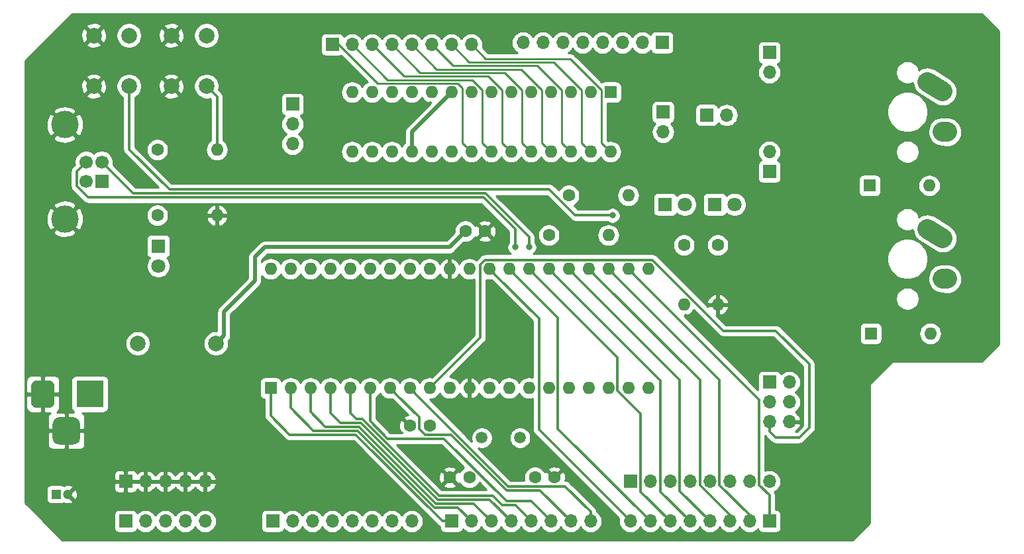
<source format=gbr>
G04 #@! TF.GenerationSoftware,KiCad,Pcbnew,(5.1.4)-1*
G04 #@! TF.CreationDate,2020-01-27T23:12:38+01:00*
G04 #@! TF.ProjectId,hw-tester,68772d74-6573-4746-9572-2e6b69636164,0.1*
G04 #@! TF.SameCoordinates,Original*
G04 #@! TF.FileFunction,Copper,L2,Bot*
G04 #@! TF.FilePolarity,Positive*
%FSLAX46Y46*%
G04 Gerber Fmt 4.6, Leading zero omitted, Abs format (unit mm)*
G04 Created by KiCad (PCBNEW (5.1.4)-1) date 2020-01-27 23:12:38*
%MOMM*%
%LPD*%
G04 APERTURE LIST*
%ADD10C,1.500000*%
%ADD11O,1.600000X1.600000*%
%ADD12R,1.600000X1.600000*%
%ADD13C,2.000000*%
%ADD14C,1.600000*%
%ADD15C,0.100000*%
%ADD16C,3.500000*%
%ADD17C,3.000000*%
%ADD18R,3.500000X3.500000*%
%ADD19C,2.500000*%
%ADD20C,2.500000*%
%ADD21O,1.700000X1.700000*%
%ADD22R,1.700000X1.700000*%
%ADD23C,1.700000*%
%ADD24C,1.800000*%
%ADD25R,1.800000X1.800000*%
%ADD26C,1.200000*%
%ADD27R,1.200000X1.200000*%
%ADD28C,0.800000*%
%ADD29C,0.500000*%
%ADD30C,0.300000*%
%ADD31C,0.250000*%
%ADD32C,0.254000*%
G04 APERTURE END LIST*
D10*
X168221000Y-127254000D03*
X173101000Y-127254000D03*
D11*
X184658000Y-90678000D03*
X151638000Y-83058000D03*
X182118000Y-90678000D03*
X154178000Y-83058000D03*
X179578000Y-90678000D03*
X156718000Y-83058000D03*
X177038000Y-90678000D03*
X159258000Y-83058000D03*
X174498000Y-90678000D03*
X161798000Y-83058000D03*
X171958000Y-90678000D03*
X164338000Y-83058000D03*
X169418000Y-90678000D03*
X166878000Y-83058000D03*
X166878000Y-90678000D03*
X169418000Y-83058000D03*
X164338000Y-90678000D03*
X171958000Y-83058000D03*
X161798000Y-90678000D03*
X174498000Y-83058000D03*
X159258000Y-90678000D03*
X177038000Y-83058000D03*
X156718000Y-90678000D03*
X179578000Y-83058000D03*
X154178000Y-90678000D03*
X182118000Y-83058000D03*
X151638000Y-90678000D03*
D12*
X184658000Y-83058000D03*
D11*
X141224000Y-105664000D03*
X189484000Y-120904000D03*
X143764000Y-105664000D03*
X186944000Y-120904000D03*
X146304000Y-105664000D03*
X184404000Y-120904000D03*
X148844000Y-105664000D03*
X181864000Y-120904000D03*
X151384000Y-105664000D03*
X179324000Y-120904000D03*
X153924000Y-105664000D03*
X176784000Y-120904000D03*
X156464000Y-105664000D03*
X174244000Y-120904000D03*
X159004000Y-105664000D03*
X171704000Y-120904000D03*
X161544000Y-105664000D03*
X169164000Y-120904000D03*
X164084000Y-105664000D03*
X166624000Y-120904000D03*
X166624000Y-105664000D03*
X164084000Y-120904000D03*
X169164000Y-105664000D03*
X161544000Y-120904000D03*
X171704000Y-105664000D03*
X159004000Y-120904000D03*
X174244000Y-105664000D03*
X156464000Y-120904000D03*
X176784000Y-105664000D03*
X153924000Y-120904000D03*
X179324000Y-105664000D03*
X151384000Y-120904000D03*
X181864000Y-105664000D03*
X148844000Y-120904000D03*
X184404000Y-105664000D03*
X146304000Y-120904000D03*
X186944000Y-105664000D03*
X143764000Y-120904000D03*
X189484000Y-105664000D03*
D12*
X141224000Y-120904000D03*
D13*
X118618000Y-75796000D03*
X123118000Y-75796000D03*
X118618000Y-82296000D03*
X123118000Y-82296000D03*
X128524000Y-75796000D03*
X133024000Y-75796000D03*
X128524000Y-82296000D03*
X133024000Y-82296000D03*
D11*
X194056000Y-110236000D03*
D14*
X194056000Y-102616000D03*
D11*
X198374000Y-110236000D03*
D14*
X198374000Y-102616000D03*
D11*
X134366000Y-98806000D03*
D14*
X126746000Y-98806000D03*
D11*
X184404000Y-101346000D03*
D14*
X176784000Y-101346000D03*
D11*
X186944000Y-96266000D03*
D14*
X179324000Y-96266000D03*
D11*
X134366000Y-90424000D03*
D14*
X126746000Y-90424000D03*
D15*
G36*
X116070765Y-124620213D02*
G01*
X116155704Y-124632813D01*
X116238999Y-124653677D01*
X116319848Y-124682605D01*
X116397472Y-124719319D01*
X116471124Y-124763464D01*
X116540094Y-124814616D01*
X116603718Y-124872282D01*
X116661384Y-124935906D01*
X116712536Y-125004876D01*
X116756681Y-125078528D01*
X116793395Y-125156152D01*
X116822323Y-125237001D01*
X116843187Y-125320296D01*
X116855787Y-125405235D01*
X116860000Y-125491000D01*
X116860000Y-127241000D01*
X116855787Y-127326765D01*
X116843187Y-127411704D01*
X116822323Y-127494999D01*
X116793395Y-127575848D01*
X116756681Y-127653472D01*
X116712536Y-127727124D01*
X116661384Y-127796094D01*
X116603718Y-127859718D01*
X116540094Y-127917384D01*
X116471124Y-127968536D01*
X116397472Y-128012681D01*
X116319848Y-128049395D01*
X116238999Y-128078323D01*
X116155704Y-128099187D01*
X116070765Y-128111787D01*
X115985000Y-128116000D01*
X114235000Y-128116000D01*
X114149235Y-128111787D01*
X114064296Y-128099187D01*
X113981001Y-128078323D01*
X113900152Y-128049395D01*
X113822528Y-128012681D01*
X113748876Y-127968536D01*
X113679906Y-127917384D01*
X113616282Y-127859718D01*
X113558616Y-127796094D01*
X113507464Y-127727124D01*
X113463319Y-127653472D01*
X113426605Y-127575848D01*
X113397677Y-127494999D01*
X113376813Y-127411704D01*
X113364213Y-127326765D01*
X113360000Y-127241000D01*
X113360000Y-125491000D01*
X113364213Y-125405235D01*
X113376813Y-125320296D01*
X113397677Y-125237001D01*
X113426605Y-125156152D01*
X113463319Y-125078528D01*
X113507464Y-125004876D01*
X113558616Y-124935906D01*
X113616282Y-124872282D01*
X113679906Y-124814616D01*
X113748876Y-124763464D01*
X113822528Y-124719319D01*
X113900152Y-124682605D01*
X113981001Y-124653677D01*
X114064296Y-124632813D01*
X114149235Y-124620213D01*
X114235000Y-124616000D01*
X115985000Y-124616000D01*
X116070765Y-124620213D01*
X116070765Y-124620213D01*
G37*
D16*
X115110000Y-126366000D03*
D15*
G36*
X112933513Y-119919611D02*
G01*
X113006318Y-119930411D01*
X113077714Y-119948295D01*
X113147013Y-119973090D01*
X113213548Y-120004559D01*
X113276678Y-120042398D01*
X113335795Y-120086242D01*
X113390330Y-120135670D01*
X113439758Y-120190205D01*
X113483602Y-120249322D01*
X113521441Y-120312452D01*
X113552910Y-120378987D01*
X113577705Y-120448286D01*
X113595589Y-120519682D01*
X113606389Y-120592487D01*
X113610000Y-120666000D01*
X113610000Y-122666000D01*
X113606389Y-122739513D01*
X113595589Y-122812318D01*
X113577705Y-122883714D01*
X113552910Y-122953013D01*
X113521441Y-123019548D01*
X113483602Y-123082678D01*
X113439758Y-123141795D01*
X113390330Y-123196330D01*
X113335795Y-123245758D01*
X113276678Y-123289602D01*
X113213548Y-123327441D01*
X113147013Y-123358910D01*
X113077714Y-123383705D01*
X113006318Y-123401589D01*
X112933513Y-123412389D01*
X112860000Y-123416000D01*
X111360000Y-123416000D01*
X111286487Y-123412389D01*
X111213682Y-123401589D01*
X111142286Y-123383705D01*
X111072987Y-123358910D01*
X111006452Y-123327441D01*
X110943322Y-123289602D01*
X110884205Y-123245758D01*
X110829670Y-123196330D01*
X110780242Y-123141795D01*
X110736398Y-123082678D01*
X110698559Y-123019548D01*
X110667090Y-122953013D01*
X110642295Y-122883714D01*
X110624411Y-122812318D01*
X110613611Y-122739513D01*
X110610000Y-122666000D01*
X110610000Y-120666000D01*
X110613611Y-120592487D01*
X110624411Y-120519682D01*
X110642295Y-120448286D01*
X110667090Y-120378987D01*
X110698559Y-120312452D01*
X110736398Y-120249322D01*
X110780242Y-120190205D01*
X110829670Y-120135670D01*
X110884205Y-120086242D01*
X110943322Y-120042398D01*
X111006452Y-120004559D01*
X111072987Y-119973090D01*
X111142286Y-119948295D01*
X111213682Y-119930411D01*
X111286487Y-119919611D01*
X111360000Y-119916000D01*
X112860000Y-119916000D01*
X112933513Y-119919611D01*
X112933513Y-119919611D01*
G37*
D17*
X112110000Y-121666000D03*
D18*
X118110000Y-121666000D03*
D19*
X227421000Y-88118000D03*
D20*
X227710328Y-88137724D02*
X227131672Y-88098276D01*
D19*
X226151000Y-82343000D03*
D20*
X227099815Y-82947462D02*
X225202185Y-81738538D01*
D19*
X227421000Y-106914000D03*
D20*
X227710328Y-106933724D02*
X227131672Y-106894276D01*
D19*
X226151000Y-101139000D03*
D20*
X227099815Y-101743462D02*
X225202185Y-100534538D01*
D21*
X132842000Y-137922000D03*
X130302000Y-137922000D03*
X127762000Y-137922000D03*
X125222000Y-137922000D03*
D22*
X122682000Y-137922000D03*
D16*
X114924000Y-87218000D03*
X114924000Y-99258000D03*
D23*
X117634000Y-94488000D03*
X117634000Y-91988000D03*
X119634000Y-91988000D03*
D22*
X119634000Y-94488000D03*
D21*
X132842000Y-132842000D03*
X130302000Y-132842000D03*
X127762000Y-132842000D03*
X125222000Y-132842000D03*
D22*
X122682000Y-132842000D03*
D21*
X204978000Y-90678000D03*
D22*
X204978000Y-93218000D03*
D21*
X204978000Y-80518000D03*
D22*
X204978000Y-77978000D03*
D21*
X199517000Y-85979000D03*
D22*
X196977000Y-85979000D03*
D21*
X173482000Y-76708000D03*
X176022000Y-76708000D03*
X178562000Y-76708000D03*
X181102000Y-76708000D03*
X183642000Y-76708000D03*
X186182000Y-76708000D03*
X188722000Y-76708000D03*
D22*
X191262000Y-76708000D03*
D21*
X166878000Y-76962000D03*
X164338000Y-76962000D03*
X161798000Y-76962000D03*
X159258000Y-76962000D03*
X156718000Y-76962000D03*
X154178000Y-76962000D03*
X151638000Y-76962000D03*
D22*
X149098000Y-76962000D03*
D21*
X144018000Y-89662000D03*
X144018000Y-87122000D03*
D22*
X144018000Y-84582000D03*
D21*
X191389000Y-88138000D03*
D22*
X191389000Y-85598000D03*
D21*
X207518000Y-125222000D03*
X204978000Y-125222000D03*
X207518000Y-122682000D03*
X204978000Y-122682000D03*
X207518000Y-120142000D03*
D22*
X204978000Y-120142000D03*
D21*
X204978000Y-132842000D03*
X202438000Y-132842000D03*
X199898000Y-132842000D03*
X197358000Y-132842000D03*
X194818000Y-132842000D03*
X192278000Y-132842000D03*
X189738000Y-132842000D03*
D22*
X187198000Y-132842000D03*
D21*
X187198000Y-137922000D03*
X189738000Y-137922000D03*
X192278000Y-137922000D03*
X194818000Y-137922000D03*
X197358000Y-137922000D03*
X199898000Y-137922000D03*
X202438000Y-137922000D03*
D22*
X204978000Y-137922000D03*
D21*
X182118000Y-137922000D03*
X179578000Y-137922000D03*
X177038000Y-137922000D03*
X174498000Y-137922000D03*
X171958000Y-137922000D03*
X169418000Y-137922000D03*
X166878000Y-137922000D03*
D22*
X164338000Y-137922000D03*
D21*
X159258000Y-137922000D03*
X156718000Y-137922000D03*
X154178000Y-137922000D03*
X151638000Y-137922000D03*
X149098000Y-137922000D03*
X146558000Y-137922000D03*
X144018000Y-137922000D03*
D22*
X141478000Y-137922000D03*
D13*
X124239000Y-115189000D03*
X134239000Y-115189000D03*
D24*
X194183000Y-97409000D03*
D25*
X191643000Y-97409000D03*
D24*
X200533000Y-97409000D03*
D25*
X197993000Y-97409000D03*
D24*
X126873000Y-105283000D03*
D25*
X126873000Y-102743000D03*
D11*
X225425000Y-94996000D03*
D12*
X217805000Y-94996000D03*
D11*
X225552000Y-113919000D03*
D12*
X217932000Y-113919000D03*
D14*
X168616000Y-100838000D03*
X166116000Y-100838000D03*
X159044000Y-125730000D03*
X161544000Y-125730000D03*
D26*
X115292000Y-134493000D03*
D27*
X113792000Y-134493000D03*
D14*
X164124000Y-132334000D03*
X166624000Y-132334000D03*
X177506000Y-132334000D03*
X175006000Y-132334000D03*
D28*
X184912000Y-98806000D03*
X174244000Y-102870000D03*
X172466000Y-102870000D03*
D29*
X159258000Y-88138000D02*
X159258000Y-90678000D01*
X164338000Y-83058000D02*
X159258000Y-88138000D01*
X164084000Y-102870000D02*
X166116000Y-100838000D01*
X135238999Y-114189001D02*
X135238999Y-111141001D01*
X134239000Y-115189000D02*
X135238999Y-114189001D01*
X135238999Y-111141001D02*
X139192000Y-107188000D01*
X139192000Y-107188000D02*
X139192000Y-104140000D01*
X139192000Y-104140000D02*
X140462000Y-102870000D01*
X140462000Y-102870000D02*
X164084000Y-102870000D01*
D30*
X159803999Y-121703999D02*
X159004000Y-120904000D01*
X171584001Y-133484001D02*
X159803999Y-121703999D01*
X178882082Y-133484001D02*
X171584001Y-133484001D01*
X182118000Y-136719919D02*
X178882082Y-133484001D01*
X182118000Y-137922000D02*
X182118000Y-136719919D01*
X179578000Y-137922000D02*
X175640011Y-133984011D01*
X157263999Y-121703999D02*
X156464000Y-120904000D01*
X160194001Y-124634001D02*
X157263999Y-121703999D01*
X175640011Y-133984011D02*
X171376891Y-133984011D01*
X171376891Y-133984011D02*
X164272881Y-126880001D01*
X164272881Y-126880001D02*
X160991999Y-126880001D01*
X160991999Y-126880001D02*
X160194001Y-126082003D01*
X160194001Y-126082003D02*
X160194001Y-124634001D01*
X163372013Y-127380011D02*
X156181611Y-127380011D01*
X171381992Y-135389990D02*
X163372013Y-127380011D01*
X177038000Y-137922000D02*
X174505990Y-135389990D01*
X174505990Y-135389990D02*
X171381992Y-135389990D01*
X156181611Y-127380011D02*
X153924000Y-125122400D01*
X153924000Y-125122400D02*
X153924000Y-120904000D01*
X152959452Y-124864972D02*
X162769390Y-134674910D01*
X152146000Y-124864972D02*
X152959452Y-124864972D01*
X151384000Y-120904000D02*
X151384000Y-124102972D01*
X151384000Y-124102972D02*
X152146000Y-124864972D01*
X174498000Y-137922000D02*
X172466000Y-135890000D01*
X170832180Y-135890000D02*
X169617090Y-134674910D01*
X172466000Y-135890000D02*
X170832180Y-135890000D01*
X162769390Y-134674910D02*
X169617090Y-134674910D01*
X150114000Y-125349000D02*
X148844000Y-124079000D01*
X169210920Y-135174920D02*
X162562280Y-135174920D01*
X148844000Y-124079000D02*
X148844000Y-120904000D01*
X171958000Y-137922000D02*
X169210920Y-135174920D01*
X162562280Y-135174920D02*
X152752342Y-125364982D01*
X152752342Y-125364982D02*
X151399982Y-125364982D01*
X151399982Y-125364982D02*
X151384000Y-125349000D01*
X151384000Y-125349000D02*
X150114000Y-125349000D01*
X168568001Y-137072001D02*
X169418000Y-137922000D01*
X146304000Y-120904000D02*
X146304000Y-123952000D01*
X146304000Y-123952000D02*
X148216990Y-125864990D01*
X148216990Y-125864990D02*
X152545230Y-125864990D01*
X152545230Y-125864990D02*
X162355170Y-135674930D01*
X162355170Y-135674930D02*
X167170930Y-135674930D01*
X167170930Y-135674930D02*
X168568001Y-137072001D01*
X165130940Y-136174940D02*
X162148060Y-136174940D01*
X166878000Y-137922000D02*
X165130940Y-136174940D01*
X162148060Y-136174940D02*
X152346110Y-126372990D01*
X149232990Y-126372990D02*
X149225000Y-126365000D01*
X152346110Y-126372990D02*
X149232990Y-126372990D01*
X149225000Y-126365000D02*
X146685000Y-126365000D01*
X143764000Y-123444000D02*
X143764000Y-120904000D01*
X146685000Y-126365000D02*
X143764000Y-123444000D01*
X163188000Y-137922000D02*
X152139000Y-126873000D01*
X164338000Y-137922000D02*
X163188000Y-137922000D01*
X152139000Y-126873000D02*
X143637000Y-126873000D01*
X141224000Y-124460000D02*
X141224000Y-120904000D01*
X143637000Y-126873000D02*
X141224000Y-124460000D01*
X169963999Y-106463999D02*
X169164000Y-105664000D01*
X175514000Y-112014000D02*
X169963999Y-106463999D01*
X175514000Y-126238000D02*
X175514000Y-112014000D01*
X187198000Y-137922000D02*
X175514000Y-126238000D01*
X172503999Y-106463999D02*
X171704000Y-105664000D01*
X177934001Y-111894001D02*
X172503999Y-106463999D01*
X177934001Y-126118001D02*
X177934001Y-111894001D01*
X189738000Y-137922000D02*
X177934001Y-126118001D01*
X175043999Y-106463999D02*
X174244000Y-105664000D01*
X185554001Y-116974001D02*
X175043999Y-106463999D01*
X185554001Y-121216003D02*
X185554001Y-116974001D01*
X188537999Y-124200001D02*
X185554001Y-121216003D01*
X188537999Y-134181999D02*
X188537999Y-124200001D01*
X192278000Y-137922000D02*
X188537999Y-134181999D01*
X177583999Y-106463999D02*
X176784000Y-105664000D01*
X191077999Y-119957999D02*
X177583999Y-106463999D01*
X191077999Y-134181999D02*
X191077999Y-119957999D01*
X194818000Y-137922000D02*
X191077999Y-134181999D01*
X180123999Y-106463999D02*
X179324000Y-105664000D01*
X193478001Y-119818001D02*
X180123999Y-106463999D01*
X193478001Y-134042001D02*
X193478001Y-119818001D01*
X197358000Y-137922000D02*
X193478001Y-134042001D01*
X182663999Y-106463999D02*
X181864000Y-105664000D01*
X196088000Y-119888000D02*
X182663999Y-106463999D01*
X196088000Y-133348002D02*
X196088000Y-119888000D01*
X199898000Y-137158002D02*
X196088000Y-133348002D01*
X199898000Y-137922000D02*
X199898000Y-137158002D01*
X185203999Y-106463999D02*
X184404000Y-105664000D01*
X198558001Y-119818001D02*
X185203999Y-106463999D01*
X198558001Y-133278003D02*
X198558001Y-119818001D01*
X202438000Y-137158002D02*
X198558001Y-133278003D01*
X202438000Y-137922000D02*
X202438000Y-137158002D01*
X187743999Y-106463999D02*
X186944000Y-105664000D01*
X203638001Y-122358001D02*
X187743999Y-106463999D01*
X203638001Y-133278003D02*
X203638001Y-122358001D01*
X204978000Y-134618002D02*
X203638001Y-133278003D01*
X204978000Y-137922000D02*
X204978000Y-134618002D01*
X123118000Y-90352000D02*
X123118000Y-82296000D01*
X128270000Y-95504000D02*
X123118000Y-90352000D01*
X176859998Y-95504000D02*
X128270000Y-95504000D01*
X184912000Y-98806000D02*
X180161998Y-98806000D01*
X180161998Y-98806000D02*
X176859998Y-95504000D01*
X119634000Y-91988000D02*
X123658000Y-96012000D01*
X123658000Y-96012000D02*
X168656000Y-96012000D01*
X168656000Y-96012000D02*
X174244000Y-101600000D01*
X174244000Y-101600000D02*
X174244000Y-102870000D01*
X174244000Y-102870000D02*
X174244000Y-102870000D01*
X116433999Y-95064001D02*
X117889998Y-96520000D01*
X117634000Y-91988000D02*
X116433999Y-93188001D01*
X116433999Y-93188001D02*
X116433999Y-95064001D01*
X117889998Y-96520000D02*
X168402000Y-96520000D01*
X168402000Y-96520000D02*
X172466000Y-100584000D01*
X172466000Y-100584000D02*
X172466000Y-102870000D01*
X172466000Y-102870000D02*
X172466000Y-102870000D01*
X204978000Y-126424081D02*
X204978000Y-125222000D01*
X205807919Y-127254000D02*
X204978000Y-126424081D01*
X210058000Y-125984000D02*
X208788000Y-127254000D01*
X205777999Y-113575999D02*
X210058000Y-117856000D01*
X161544000Y-120904000D02*
X168013999Y-114434001D01*
X210058000Y-117856000D02*
X210058000Y-125984000D01*
X168013999Y-105111999D02*
X168611999Y-104513999D01*
X168611999Y-104513999D02*
X190036001Y-104513999D01*
X168013999Y-114434001D02*
X168013999Y-105111999D01*
X190036001Y-104513999D02*
X199098001Y-113575999D01*
X208788000Y-127254000D02*
X205807919Y-127254000D01*
X199098001Y-113575999D02*
X205777999Y-113575999D01*
X134366000Y-83638000D02*
X133024000Y-82296000D01*
X134366000Y-90424000D02*
X134366000Y-83638000D01*
D31*
X183858001Y-89878001D02*
X184658000Y-90678000D01*
X183532999Y-89552999D02*
X183858001Y-89878001D01*
X183532999Y-82807997D02*
X183532999Y-89552999D01*
X179507935Y-78782933D02*
X183532999Y-82807997D01*
X168698933Y-78782933D02*
X179507935Y-78782933D01*
X166878000Y-76962000D02*
X168698933Y-78782933D01*
X181318001Y-89878001D02*
X182118000Y-90678000D01*
X180992999Y-89552999D02*
X181318001Y-89878001D01*
X180992999Y-82807997D02*
X180992999Y-89552999D01*
X177417945Y-79232943D02*
X180992999Y-82807997D01*
X166608943Y-79232943D02*
X177417945Y-79232943D01*
X164338000Y-76962000D02*
X166608943Y-79232943D01*
X178778001Y-89878001D02*
X179578000Y-90678000D01*
X178452999Y-89552999D02*
X178778001Y-89878001D01*
X178452999Y-82807997D02*
X178452999Y-89552999D01*
X175327953Y-79682951D02*
X178452999Y-82807997D01*
X164518952Y-79682952D02*
X175327953Y-79682951D01*
X161798000Y-76962000D02*
X164518952Y-79682952D01*
X176238001Y-89878001D02*
X177038000Y-90678000D01*
X175912999Y-89552999D02*
X176238001Y-89878001D01*
X175912999Y-82807997D02*
X175912999Y-89552999D01*
X173237963Y-80132961D02*
X175912999Y-82807997D01*
X162428961Y-80132961D02*
X173237963Y-80132961D01*
X159258000Y-76962000D02*
X162428961Y-80132961D01*
X173698001Y-89878001D02*
X174498000Y-90678000D01*
X173372999Y-89552999D02*
X173698001Y-89878001D01*
X173372999Y-82807997D02*
X173372999Y-89552999D01*
X171147973Y-80582971D02*
X173372999Y-82807997D01*
X160338971Y-80582971D02*
X171147973Y-80582971D01*
X156718000Y-76962000D02*
X160338971Y-80582971D01*
X171158001Y-89878001D02*
X171958000Y-90678000D01*
X170832999Y-89552999D02*
X171158001Y-89878001D01*
X170832999Y-82807997D02*
X170832999Y-89552999D01*
X169057983Y-81032981D02*
X170832999Y-82807997D01*
X158248981Y-81032981D02*
X169057983Y-81032981D01*
X154178000Y-76962000D02*
X158248981Y-81032981D01*
X168618001Y-89878001D02*
X169418000Y-90678000D01*
X168292999Y-89552999D02*
X168618001Y-89878001D01*
X168292999Y-82807997D02*
X168292999Y-89552999D01*
X166967992Y-81482990D02*
X168292999Y-82807997D01*
X156158990Y-81482990D02*
X166967992Y-81482990D01*
X151638000Y-76962000D02*
X156158990Y-81482990D01*
X166078001Y-89878001D02*
X166878000Y-90678000D01*
X165752999Y-89552999D02*
X166078001Y-89878001D01*
X165752999Y-82517999D02*
X165752999Y-89552999D01*
X165167999Y-81932999D02*
X165752999Y-82517999D01*
X154869997Y-81932999D02*
X165167999Y-81932999D01*
X149898998Y-76962000D02*
X154869997Y-81932999D01*
X149098000Y-76962000D02*
X149898998Y-76962000D01*
D32*
G36*
X234290000Y-75203381D02*
G01*
X234290001Y-115296618D01*
X232136620Y-117450000D01*
X221012408Y-117450000D01*
X220979999Y-117446808D01*
X220947590Y-117450000D01*
X220947581Y-117450000D01*
X220850617Y-117459550D01*
X220726207Y-117497290D01*
X220611550Y-117558575D01*
X220511052Y-117641052D01*
X220490388Y-117666231D01*
X217996236Y-120160384D01*
X217971052Y-120181052D01*
X217950386Y-120206234D01*
X217888575Y-120281550D01*
X217854000Y-120346236D01*
X217827290Y-120396208D01*
X217789550Y-120520618D01*
X217780000Y-120617582D01*
X217780000Y-120617591D01*
X217776808Y-120650000D01*
X217780000Y-120682409D01*
X217780001Y-138156618D01*
X215626620Y-140310000D01*
X114573381Y-140310000D01*
X112249617Y-137986237D01*
X112249613Y-137986232D01*
X111335381Y-137072000D01*
X121193928Y-137072000D01*
X121193928Y-138772000D01*
X121206188Y-138896482D01*
X121242498Y-139016180D01*
X121301463Y-139126494D01*
X121380815Y-139223185D01*
X121477506Y-139302537D01*
X121587820Y-139361502D01*
X121707518Y-139397812D01*
X121832000Y-139410072D01*
X123532000Y-139410072D01*
X123656482Y-139397812D01*
X123776180Y-139361502D01*
X123886494Y-139302537D01*
X123983185Y-139223185D01*
X124062537Y-139126494D01*
X124121502Y-139016180D01*
X124142393Y-138947313D01*
X124166866Y-138977134D01*
X124392986Y-139162706D01*
X124650966Y-139300599D01*
X124930889Y-139385513D01*
X125149050Y-139407000D01*
X125294950Y-139407000D01*
X125513111Y-139385513D01*
X125793034Y-139300599D01*
X126051014Y-139162706D01*
X126277134Y-138977134D01*
X126462706Y-138751014D01*
X126492000Y-138696209D01*
X126521294Y-138751014D01*
X126706866Y-138977134D01*
X126932986Y-139162706D01*
X127190966Y-139300599D01*
X127470889Y-139385513D01*
X127689050Y-139407000D01*
X127834950Y-139407000D01*
X128053111Y-139385513D01*
X128333034Y-139300599D01*
X128591014Y-139162706D01*
X128817134Y-138977134D01*
X129002706Y-138751014D01*
X129032000Y-138696209D01*
X129061294Y-138751014D01*
X129246866Y-138977134D01*
X129472986Y-139162706D01*
X129730966Y-139300599D01*
X130010889Y-139385513D01*
X130229050Y-139407000D01*
X130374950Y-139407000D01*
X130593111Y-139385513D01*
X130873034Y-139300599D01*
X131131014Y-139162706D01*
X131357134Y-138977134D01*
X131542706Y-138751014D01*
X131572000Y-138696209D01*
X131601294Y-138751014D01*
X131786866Y-138977134D01*
X132012986Y-139162706D01*
X132270966Y-139300599D01*
X132550889Y-139385513D01*
X132769050Y-139407000D01*
X132914950Y-139407000D01*
X133133111Y-139385513D01*
X133413034Y-139300599D01*
X133671014Y-139162706D01*
X133897134Y-138977134D01*
X134082706Y-138751014D01*
X134220599Y-138493034D01*
X134305513Y-138213111D01*
X134334185Y-137922000D01*
X134305513Y-137630889D01*
X134220599Y-137350966D01*
X134082706Y-137092986D01*
X134065484Y-137072000D01*
X139989928Y-137072000D01*
X139989928Y-138772000D01*
X140002188Y-138896482D01*
X140038498Y-139016180D01*
X140097463Y-139126494D01*
X140176815Y-139223185D01*
X140273506Y-139302537D01*
X140383820Y-139361502D01*
X140503518Y-139397812D01*
X140628000Y-139410072D01*
X142328000Y-139410072D01*
X142452482Y-139397812D01*
X142572180Y-139361502D01*
X142682494Y-139302537D01*
X142779185Y-139223185D01*
X142858537Y-139126494D01*
X142917502Y-139016180D01*
X142938393Y-138947313D01*
X142962866Y-138977134D01*
X143188986Y-139162706D01*
X143446966Y-139300599D01*
X143726889Y-139385513D01*
X143945050Y-139407000D01*
X144090950Y-139407000D01*
X144309111Y-139385513D01*
X144589034Y-139300599D01*
X144847014Y-139162706D01*
X145073134Y-138977134D01*
X145258706Y-138751014D01*
X145288000Y-138696209D01*
X145317294Y-138751014D01*
X145502866Y-138977134D01*
X145728986Y-139162706D01*
X145986966Y-139300599D01*
X146266889Y-139385513D01*
X146485050Y-139407000D01*
X146630950Y-139407000D01*
X146849111Y-139385513D01*
X147129034Y-139300599D01*
X147387014Y-139162706D01*
X147613134Y-138977134D01*
X147798706Y-138751014D01*
X147828000Y-138696209D01*
X147857294Y-138751014D01*
X148042866Y-138977134D01*
X148268986Y-139162706D01*
X148526966Y-139300599D01*
X148806889Y-139385513D01*
X149025050Y-139407000D01*
X149170950Y-139407000D01*
X149389111Y-139385513D01*
X149669034Y-139300599D01*
X149927014Y-139162706D01*
X150153134Y-138977134D01*
X150338706Y-138751014D01*
X150368000Y-138696209D01*
X150397294Y-138751014D01*
X150582866Y-138977134D01*
X150808986Y-139162706D01*
X151066966Y-139300599D01*
X151346889Y-139385513D01*
X151565050Y-139407000D01*
X151710950Y-139407000D01*
X151929111Y-139385513D01*
X152209034Y-139300599D01*
X152467014Y-139162706D01*
X152693134Y-138977134D01*
X152878706Y-138751014D01*
X152908000Y-138696209D01*
X152937294Y-138751014D01*
X153122866Y-138977134D01*
X153348986Y-139162706D01*
X153606966Y-139300599D01*
X153886889Y-139385513D01*
X154105050Y-139407000D01*
X154250950Y-139407000D01*
X154469111Y-139385513D01*
X154749034Y-139300599D01*
X155007014Y-139162706D01*
X155233134Y-138977134D01*
X155418706Y-138751014D01*
X155448000Y-138696209D01*
X155477294Y-138751014D01*
X155662866Y-138977134D01*
X155888986Y-139162706D01*
X156146966Y-139300599D01*
X156426889Y-139385513D01*
X156645050Y-139407000D01*
X156790950Y-139407000D01*
X157009111Y-139385513D01*
X157289034Y-139300599D01*
X157547014Y-139162706D01*
X157773134Y-138977134D01*
X157958706Y-138751014D01*
X157988000Y-138696209D01*
X158017294Y-138751014D01*
X158202866Y-138977134D01*
X158428986Y-139162706D01*
X158686966Y-139300599D01*
X158966889Y-139385513D01*
X159185050Y-139407000D01*
X159330950Y-139407000D01*
X159549111Y-139385513D01*
X159829034Y-139300599D01*
X160087014Y-139162706D01*
X160313134Y-138977134D01*
X160498706Y-138751014D01*
X160636599Y-138493034D01*
X160721513Y-138213111D01*
X160750185Y-137922000D01*
X160721513Y-137630889D01*
X160636599Y-137350966D01*
X160498706Y-137092986D01*
X160313134Y-136866866D01*
X160087014Y-136681294D01*
X159829034Y-136543401D01*
X159549111Y-136458487D01*
X159330950Y-136437000D01*
X159185050Y-136437000D01*
X158966889Y-136458487D01*
X158686966Y-136543401D01*
X158428986Y-136681294D01*
X158202866Y-136866866D01*
X158017294Y-137092986D01*
X157988000Y-137147791D01*
X157958706Y-137092986D01*
X157773134Y-136866866D01*
X157547014Y-136681294D01*
X157289034Y-136543401D01*
X157009111Y-136458487D01*
X156790950Y-136437000D01*
X156645050Y-136437000D01*
X156426889Y-136458487D01*
X156146966Y-136543401D01*
X155888986Y-136681294D01*
X155662866Y-136866866D01*
X155477294Y-137092986D01*
X155448000Y-137147791D01*
X155418706Y-137092986D01*
X155233134Y-136866866D01*
X155007014Y-136681294D01*
X154749034Y-136543401D01*
X154469111Y-136458487D01*
X154250950Y-136437000D01*
X154105050Y-136437000D01*
X153886889Y-136458487D01*
X153606966Y-136543401D01*
X153348986Y-136681294D01*
X153122866Y-136866866D01*
X152937294Y-137092986D01*
X152908000Y-137147791D01*
X152878706Y-137092986D01*
X152693134Y-136866866D01*
X152467014Y-136681294D01*
X152209034Y-136543401D01*
X151929111Y-136458487D01*
X151710950Y-136437000D01*
X151565050Y-136437000D01*
X151346889Y-136458487D01*
X151066966Y-136543401D01*
X150808986Y-136681294D01*
X150582866Y-136866866D01*
X150397294Y-137092986D01*
X150368000Y-137147791D01*
X150338706Y-137092986D01*
X150153134Y-136866866D01*
X149927014Y-136681294D01*
X149669034Y-136543401D01*
X149389111Y-136458487D01*
X149170950Y-136437000D01*
X149025050Y-136437000D01*
X148806889Y-136458487D01*
X148526966Y-136543401D01*
X148268986Y-136681294D01*
X148042866Y-136866866D01*
X147857294Y-137092986D01*
X147828000Y-137147791D01*
X147798706Y-137092986D01*
X147613134Y-136866866D01*
X147387014Y-136681294D01*
X147129034Y-136543401D01*
X146849111Y-136458487D01*
X146630950Y-136437000D01*
X146485050Y-136437000D01*
X146266889Y-136458487D01*
X145986966Y-136543401D01*
X145728986Y-136681294D01*
X145502866Y-136866866D01*
X145317294Y-137092986D01*
X145288000Y-137147791D01*
X145258706Y-137092986D01*
X145073134Y-136866866D01*
X144847014Y-136681294D01*
X144589034Y-136543401D01*
X144309111Y-136458487D01*
X144090950Y-136437000D01*
X143945050Y-136437000D01*
X143726889Y-136458487D01*
X143446966Y-136543401D01*
X143188986Y-136681294D01*
X142962866Y-136866866D01*
X142938393Y-136896687D01*
X142917502Y-136827820D01*
X142858537Y-136717506D01*
X142779185Y-136620815D01*
X142682494Y-136541463D01*
X142572180Y-136482498D01*
X142452482Y-136446188D01*
X142328000Y-136433928D01*
X140628000Y-136433928D01*
X140503518Y-136446188D01*
X140383820Y-136482498D01*
X140273506Y-136541463D01*
X140176815Y-136620815D01*
X140097463Y-136717506D01*
X140038498Y-136827820D01*
X140002188Y-136947518D01*
X139989928Y-137072000D01*
X134065484Y-137072000D01*
X133897134Y-136866866D01*
X133671014Y-136681294D01*
X133413034Y-136543401D01*
X133133111Y-136458487D01*
X132914950Y-136437000D01*
X132769050Y-136437000D01*
X132550889Y-136458487D01*
X132270966Y-136543401D01*
X132012986Y-136681294D01*
X131786866Y-136866866D01*
X131601294Y-137092986D01*
X131572000Y-137147791D01*
X131542706Y-137092986D01*
X131357134Y-136866866D01*
X131131014Y-136681294D01*
X130873034Y-136543401D01*
X130593111Y-136458487D01*
X130374950Y-136437000D01*
X130229050Y-136437000D01*
X130010889Y-136458487D01*
X129730966Y-136543401D01*
X129472986Y-136681294D01*
X129246866Y-136866866D01*
X129061294Y-137092986D01*
X129032000Y-137147791D01*
X129002706Y-137092986D01*
X128817134Y-136866866D01*
X128591014Y-136681294D01*
X128333034Y-136543401D01*
X128053111Y-136458487D01*
X127834950Y-136437000D01*
X127689050Y-136437000D01*
X127470889Y-136458487D01*
X127190966Y-136543401D01*
X126932986Y-136681294D01*
X126706866Y-136866866D01*
X126521294Y-137092986D01*
X126492000Y-137147791D01*
X126462706Y-137092986D01*
X126277134Y-136866866D01*
X126051014Y-136681294D01*
X125793034Y-136543401D01*
X125513111Y-136458487D01*
X125294950Y-136437000D01*
X125149050Y-136437000D01*
X124930889Y-136458487D01*
X124650966Y-136543401D01*
X124392986Y-136681294D01*
X124166866Y-136866866D01*
X124142393Y-136896687D01*
X124121502Y-136827820D01*
X124062537Y-136717506D01*
X123983185Y-136620815D01*
X123886494Y-136541463D01*
X123776180Y-136482498D01*
X123656482Y-136446188D01*
X123532000Y-136433928D01*
X121832000Y-136433928D01*
X121707518Y-136446188D01*
X121587820Y-136482498D01*
X121477506Y-136541463D01*
X121380815Y-136620815D01*
X121301463Y-136717506D01*
X121242498Y-136827820D01*
X121206188Y-136947518D01*
X121193928Y-137072000D01*
X111335381Y-137072000D01*
X109880000Y-135616620D01*
X109880000Y-133893000D01*
X112553928Y-133893000D01*
X112553928Y-135093000D01*
X112566188Y-135217482D01*
X112602498Y-135337180D01*
X112661463Y-135447494D01*
X112740815Y-135544185D01*
X112837506Y-135623537D01*
X112947820Y-135682502D01*
X113067518Y-135718812D01*
X113192000Y-135731072D01*
X114392000Y-135731072D01*
X114516482Y-135718812D01*
X114636180Y-135682502D01*
X114746494Y-135623537D01*
X114763681Y-135609432D01*
X114890516Y-135667237D01*
X115127313Y-135723000D01*
X115370438Y-135731495D01*
X115610549Y-135692395D01*
X115838418Y-135607202D01*
X115914852Y-135566348D01*
X115962159Y-135342764D01*
X115292000Y-134672605D01*
X115277858Y-134686748D01*
X115098253Y-134507143D01*
X115112395Y-134493000D01*
X115471605Y-134493000D01*
X116141764Y-135163159D01*
X116365348Y-135115852D01*
X116466237Y-134894484D01*
X116522000Y-134657687D01*
X116530495Y-134414562D01*
X116491395Y-134174451D01*
X116406202Y-133946582D01*
X116365348Y-133870148D01*
X116141764Y-133822841D01*
X115471605Y-134493000D01*
X115112395Y-134493000D01*
X115098253Y-134478858D01*
X115277858Y-134299253D01*
X115292000Y-134313395D01*
X115913395Y-133692000D01*
X121193928Y-133692000D01*
X121206188Y-133816482D01*
X121242498Y-133936180D01*
X121301463Y-134046494D01*
X121380815Y-134143185D01*
X121477506Y-134222537D01*
X121587820Y-134281502D01*
X121707518Y-134317812D01*
X121832000Y-134330072D01*
X122396250Y-134327000D01*
X122555000Y-134168250D01*
X122555000Y-132969000D01*
X122809000Y-132969000D01*
X122809000Y-134168250D01*
X122967750Y-134327000D01*
X123532000Y-134330072D01*
X123656482Y-134317812D01*
X123776180Y-134281502D01*
X123886494Y-134222537D01*
X123983185Y-134143185D01*
X124062537Y-134046494D01*
X124121502Y-133936180D01*
X124145966Y-133855534D01*
X124221731Y-133939588D01*
X124455080Y-134113641D01*
X124717901Y-134238825D01*
X124865110Y-134283476D01*
X125095000Y-134162155D01*
X125095000Y-132969000D01*
X125349000Y-132969000D01*
X125349000Y-134162155D01*
X125578890Y-134283476D01*
X125726099Y-134238825D01*
X125988920Y-134113641D01*
X126222269Y-133939588D01*
X126417178Y-133723355D01*
X126492000Y-133597745D01*
X126566822Y-133723355D01*
X126761731Y-133939588D01*
X126995080Y-134113641D01*
X127257901Y-134238825D01*
X127405110Y-134283476D01*
X127635000Y-134162155D01*
X127635000Y-132969000D01*
X127889000Y-132969000D01*
X127889000Y-134162155D01*
X128118890Y-134283476D01*
X128266099Y-134238825D01*
X128528920Y-134113641D01*
X128762269Y-133939588D01*
X128957178Y-133723355D01*
X129032000Y-133597745D01*
X129106822Y-133723355D01*
X129301731Y-133939588D01*
X129535080Y-134113641D01*
X129797901Y-134238825D01*
X129945110Y-134283476D01*
X130175000Y-134162155D01*
X130175000Y-132969000D01*
X130429000Y-132969000D01*
X130429000Y-134162155D01*
X130658890Y-134283476D01*
X130806099Y-134238825D01*
X131068920Y-134113641D01*
X131302269Y-133939588D01*
X131497178Y-133723355D01*
X131572000Y-133597745D01*
X131646822Y-133723355D01*
X131841731Y-133939588D01*
X132075080Y-134113641D01*
X132337901Y-134238825D01*
X132485110Y-134283476D01*
X132715000Y-134162155D01*
X132715000Y-132969000D01*
X132969000Y-132969000D01*
X132969000Y-134162155D01*
X133198890Y-134283476D01*
X133346099Y-134238825D01*
X133608920Y-134113641D01*
X133842269Y-133939588D01*
X134037178Y-133723355D01*
X134186157Y-133473252D01*
X134283481Y-133198891D01*
X134162814Y-132969000D01*
X132969000Y-132969000D01*
X132715000Y-132969000D01*
X130429000Y-132969000D01*
X130175000Y-132969000D01*
X127889000Y-132969000D01*
X127635000Y-132969000D01*
X125349000Y-132969000D01*
X125095000Y-132969000D01*
X122809000Y-132969000D01*
X122555000Y-132969000D01*
X121355750Y-132969000D01*
X121197000Y-133127750D01*
X121193928Y-133692000D01*
X115913395Y-133692000D01*
X115962159Y-133643236D01*
X115914852Y-133419652D01*
X115693484Y-133318763D01*
X115456687Y-133263000D01*
X115213562Y-133254505D01*
X114973451Y-133293605D01*
X114759883Y-133373451D01*
X114746494Y-133362463D01*
X114636180Y-133303498D01*
X114516482Y-133267188D01*
X114392000Y-133254928D01*
X113192000Y-133254928D01*
X113067518Y-133267188D01*
X112947820Y-133303498D01*
X112837506Y-133362463D01*
X112740815Y-133441815D01*
X112661463Y-133538506D01*
X112602498Y-133648820D01*
X112566188Y-133768518D01*
X112553928Y-133893000D01*
X109880000Y-133893000D01*
X109880000Y-131992000D01*
X121193928Y-131992000D01*
X121197000Y-132556250D01*
X121355750Y-132715000D01*
X122555000Y-132715000D01*
X122555000Y-131515750D01*
X122809000Y-131515750D01*
X122809000Y-132715000D01*
X125095000Y-132715000D01*
X125095000Y-131521845D01*
X125349000Y-131521845D01*
X125349000Y-132715000D01*
X127635000Y-132715000D01*
X127635000Y-131521845D01*
X127889000Y-131521845D01*
X127889000Y-132715000D01*
X130175000Y-132715000D01*
X130175000Y-131521845D01*
X130429000Y-131521845D01*
X130429000Y-132715000D01*
X132715000Y-132715000D01*
X132715000Y-131521845D01*
X132969000Y-131521845D01*
X132969000Y-132715000D01*
X134162814Y-132715000D01*
X134283481Y-132485109D01*
X134186157Y-132210748D01*
X134037178Y-131960645D01*
X133842269Y-131744412D01*
X133608920Y-131570359D01*
X133346099Y-131445175D01*
X133198890Y-131400524D01*
X132969000Y-131521845D01*
X132715000Y-131521845D01*
X132485110Y-131400524D01*
X132337901Y-131445175D01*
X132075080Y-131570359D01*
X131841731Y-131744412D01*
X131646822Y-131960645D01*
X131572000Y-132086255D01*
X131497178Y-131960645D01*
X131302269Y-131744412D01*
X131068920Y-131570359D01*
X130806099Y-131445175D01*
X130658890Y-131400524D01*
X130429000Y-131521845D01*
X130175000Y-131521845D01*
X129945110Y-131400524D01*
X129797901Y-131445175D01*
X129535080Y-131570359D01*
X129301731Y-131744412D01*
X129106822Y-131960645D01*
X129032000Y-132086255D01*
X128957178Y-131960645D01*
X128762269Y-131744412D01*
X128528920Y-131570359D01*
X128266099Y-131445175D01*
X128118890Y-131400524D01*
X127889000Y-131521845D01*
X127635000Y-131521845D01*
X127405110Y-131400524D01*
X127257901Y-131445175D01*
X126995080Y-131570359D01*
X126761731Y-131744412D01*
X126566822Y-131960645D01*
X126492000Y-132086255D01*
X126417178Y-131960645D01*
X126222269Y-131744412D01*
X125988920Y-131570359D01*
X125726099Y-131445175D01*
X125578890Y-131400524D01*
X125349000Y-131521845D01*
X125095000Y-131521845D01*
X124865110Y-131400524D01*
X124717901Y-131445175D01*
X124455080Y-131570359D01*
X124221731Y-131744412D01*
X124145966Y-131828466D01*
X124121502Y-131747820D01*
X124062537Y-131637506D01*
X123983185Y-131540815D01*
X123886494Y-131461463D01*
X123776180Y-131402498D01*
X123656482Y-131366188D01*
X123532000Y-131353928D01*
X122967750Y-131357000D01*
X122809000Y-131515750D01*
X122555000Y-131515750D01*
X122396250Y-131357000D01*
X121832000Y-131353928D01*
X121707518Y-131366188D01*
X121587820Y-131402498D01*
X121477506Y-131461463D01*
X121380815Y-131540815D01*
X121301463Y-131637506D01*
X121242498Y-131747820D01*
X121206188Y-131867518D01*
X121193928Y-131992000D01*
X109880000Y-131992000D01*
X109880000Y-128116000D01*
X112721928Y-128116000D01*
X112734188Y-128240482D01*
X112770498Y-128360180D01*
X112829463Y-128470494D01*
X112908815Y-128567185D01*
X113005506Y-128646537D01*
X113115820Y-128705502D01*
X113235518Y-128741812D01*
X113360000Y-128754072D01*
X114824250Y-128751000D01*
X114983000Y-128592250D01*
X114983000Y-126493000D01*
X115237000Y-126493000D01*
X115237000Y-128592250D01*
X115395750Y-128751000D01*
X116860000Y-128754072D01*
X116984482Y-128741812D01*
X117104180Y-128705502D01*
X117214494Y-128646537D01*
X117311185Y-128567185D01*
X117390537Y-128470494D01*
X117449502Y-128360180D01*
X117485812Y-128240482D01*
X117498072Y-128116000D01*
X117495000Y-126651750D01*
X117336250Y-126493000D01*
X115237000Y-126493000D01*
X114983000Y-126493000D01*
X112883750Y-126493000D01*
X112725000Y-126651750D01*
X112721928Y-128116000D01*
X109880000Y-128116000D01*
X109880000Y-123416000D01*
X109971928Y-123416000D01*
X109984188Y-123540482D01*
X110020498Y-123660180D01*
X110079463Y-123770494D01*
X110158815Y-123867185D01*
X110255506Y-123946537D01*
X110365820Y-124005502D01*
X110485518Y-124041812D01*
X110610000Y-124054072D01*
X111824250Y-124051000D01*
X111983000Y-123892250D01*
X111983000Y-121793000D01*
X112237000Y-121793000D01*
X112237000Y-123892250D01*
X112395750Y-124051000D01*
X113066805Y-124052698D01*
X113005506Y-124085463D01*
X112908815Y-124164815D01*
X112829463Y-124261506D01*
X112770498Y-124371820D01*
X112734188Y-124491518D01*
X112721928Y-124616000D01*
X112725000Y-126080250D01*
X112883750Y-126239000D01*
X114983000Y-126239000D01*
X114983000Y-124139750D01*
X115237000Y-124139750D01*
X115237000Y-126239000D01*
X117336250Y-126239000D01*
X117495000Y-126080250D01*
X117498072Y-124616000D01*
X117485812Y-124491518D01*
X117449502Y-124371820D01*
X117390537Y-124261506D01*
X117311185Y-124164815D01*
X117214494Y-124085463D01*
X117155767Y-124054072D01*
X119860000Y-124054072D01*
X119984482Y-124041812D01*
X120104180Y-124005502D01*
X120214494Y-123946537D01*
X120311185Y-123867185D01*
X120390537Y-123770494D01*
X120449502Y-123660180D01*
X120485812Y-123540482D01*
X120498072Y-123416000D01*
X120498072Y-119916000D01*
X120485812Y-119791518D01*
X120449502Y-119671820D01*
X120390537Y-119561506D01*
X120311185Y-119464815D01*
X120214494Y-119385463D01*
X120104180Y-119326498D01*
X119984482Y-119290188D01*
X119860000Y-119277928D01*
X116360000Y-119277928D01*
X116235518Y-119290188D01*
X116115820Y-119326498D01*
X116005506Y-119385463D01*
X115908815Y-119464815D01*
X115829463Y-119561506D01*
X115770498Y-119671820D01*
X115734188Y-119791518D01*
X115721928Y-119916000D01*
X115721928Y-123416000D01*
X115734188Y-123540482D01*
X115770498Y-123660180D01*
X115829463Y-123770494D01*
X115908815Y-123867185D01*
X116005506Y-123946537D01*
X116067345Y-123979591D01*
X115395750Y-123981000D01*
X115237000Y-124139750D01*
X114983000Y-124139750D01*
X114824250Y-123981000D01*
X113903633Y-123979069D01*
X113964494Y-123946537D01*
X114061185Y-123867185D01*
X114140537Y-123770494D01*
X114199502Y-123660180D01*
X114235812Y-123540482D01*
X114248072Y-123416000D01*
X114245000Y-121951750D01*
X114086250Y-121793000D01*
X112237000Y-121793000D01*
X111983000Y-121793000D01*
X110133750Y-121793000D01*
X109975000Y-121951750D01*
X109971928Y-123416000D01*
X109880000Y-123416000D01*
X109880000Y-119916000D01*
X109971928Y-119916000D01*
X109975000Y-121380250D01*
X110133750Y-121539000D01*
X111983000Y-121539000D01*
X111983000Y-119439750D01*
X112237000Y-119439750D01*
X112237000Y-121539000D01*
X114086250Y-121539000D01*
X114245000Y-121380250D01*
X114248072Y-119916000D01*
X114235812Y-119791518D01*
X114199502Y-119671820D01*
X114140537Y-119561506D01*
X114061185Y-119464815D01*
X113964494Y-119385463D01*
X113854180Y-119326498D01*
X113734482Y-119290188D01*
X113610000Y-119277928D01*
X112395750Y-119281000D01*
X112237000Y-119439750D01*
X111983000Y-119439750D01*
X111824250Y-119281000D01*
X110610000Y-119277928D01*
X110485518Y-119290188D01*
X110365820Y-119326498D01*
X110255506Y-119385463D01*
X110158815Y-119464815D01*
X110079463Y-119561506D01*
X110020498Y-119671820D01*
X109984188Y-119791518D01*
X109971928Y-119916000D01*
X109880000Y-119916000D01*
X109880000Y-115027967D01*
X122604000Y-115027967D01*
X122604000Y-115350033D01*
X122666832Y-115665912D01*
X122790082Y-115963463D01*
X122969013Y-116231252D01*
X123196748Y-116458987D01*
X123464537Y-116637918D01*
X123762088Y-116761168D01*
X124077967Y-116824000D01*
X124400033Y-116824000D01*
X124715912Y-116761168D01*
X125013463Y-116637918D01*
X125281252Y-116458987D01*
X125508987Y-116231252D01*
X125687918Y-115963463D01*
X125811168Y-115665912D01*
X125874000Y-115350033D01*
X125874000Y-115027967D01*
X132604000Y-115027967D01*
X132604000Y-115350033D01*
X132666832Y-115665912D01*
X132790082Y-115963463D01*
X132969013Y-116231252D01*
X133196748Y-116458987D01*
X133464537Y-116637918D01*
X133762088Y-116761168D01*
X134077967Y-116824000D01*
X134400033Y-116824000D01*
X134715912Y-116761168D01*
X135013463Y-116637918D01*
X135281252Y-116458987D01*
X135508987Y-116231252D01*
X135687918Y-115963463D01*
X135811168Y-115665912D01*
X135874000Y-115350033D01*
X135874000Y-115027967D01*
X135837197Y-114842946D01*
X135867816Y-114817818D01*
X135978410Y-114683060D01*
X136060588Y-114529314D01*
X136111194Y-114362491D01*
X136123999Y-114232478D01*
X136123999Y-114232468D01*
X136128280Y-114189002D01*
X136123999Y-114145536D01*
X136123999Y-111507579D01*
X139787050Y-107844528D01*
X139820817Y-107816817D01*
X139854387Y-107775913D01*
X139931411Y-107682059D01*
X140013589Y-107528314D01*
X140064195Y-107361490D01*
X140074900Y-107252796D01*
X140077000Y-107231477D01*
X140077000Y-107231469D01*
X140081281Y-107188000D01*
X140077000Y-107144531D01*
X140077000Y-106528380D01*
X140204392Y-106683608D01*
X140422899Y-106862932D01*
X140672192Y-106996182D01*
X140942691Y-107078236D01*
X141153508Y-107099000D01*
X141294492Y-107099000D01*
X141505309Y-107078236D01*
X141775808Y-106996182D01*
X142025101Y-106862932D01*
X142243608Y-106683608D01*
X142422932Y-106465101D01*
X142494000Y-106332142D01*
X142565068Y-106465101D01*
X142744392Y-106683608D01*
X142962899Y-106862932D01*
X143212192Y-106996182D01*
X143482691Y-107078236D01*
X143693508Y-107099000D01*
X143834492Y-107099000D01*
X144045309Y-107078236D01*
X144315808Y-106996182D01*
X144565101Y-106862932D01*
X144783608Y-106683608D01*
X144962932Y-106465101D01*
X145034000Y-106332142D01*
X145105068Y-106465101D01*
X145284392Y-106683608D01*
X145502899Y-106862932D01*
X145752192Y-106996182D01*
X146022691Y-107078236D01*
X146233508Y-107099000D01*
X146374492Y-107099000D01*
X146585309Y-107078236D01*
X146855808Y-106996182D01*
X147105101Y-106862932D01*
X147323608Y-106683608D01*
X147502932Y-106465101D01*
X147574000Y-106332142D01*
X147645068Y-106465101D01*
X147824392Y-106683608D01*
X148042899Y-106862932D01*
X148292192Y-106996182D01*
X148562691Y-107078236D01*
X148773508Y-107099000D01*
X148914492Y-107099000D01*
X149125309Y-107078236D01*
X149395808Y-106996182D01*
X149645101Y-106862932D01*
X149863608Y-106683608D01*
X150042932Y-106465101D01*
X150114000Y-106332142D01*
X150185068Y-106465101D01*
X150364392Y-106683608D01*
X150582899Y-106862932D01*
X150832192Y-106996182D01*
X151102691Y-107078236D01*
X151313508Y-107099000D01*
X151454492Y-107099000D01*
X151665309Y-107078236D01*
X151935808Y-106996182D01*
X152185101Y-106862932D01*
X152403608Y-106683608D01*
X152582932Y-106465101D01*
X152654000Y-106332142D01*
X152725068Y-106465101D01*
X152904392Y-106683608D01*
X153122899Y-106862932D01*
X153372192Y-106996182D01*
X153642691Y-107078236D01*
X153853508Y-107099000D01*
X153994492Y-107099000D01*
X154205309Y-107078236D01*
X154475808Y-106996182D01*
X154725101Y-106862932D01*
X154943608Y-106683608D01*
X155122932Y-106465101D01*
X155194000Y-106332142D01*
X155265068Y-106465101D01*
X155444392Y-106683608D01*
X155662899Y-106862932D01*
X155912192Y-106996182D01*
X156182691Y-107078236D01*
X156393508Y-107099000D01*
X156534492Y-107099000D01*
X156745309Y-107078236D01*
X157015808Y-106996182D01*
X157265101Y-106862932D01*
X157483608Y-106683608D01*
X157662932Y-106465101D01*
X157734000Y-106332142D01*
X157805068Y-106465101D01*
X157984392Y-106683608D01*
X158202899Y-106862932D01*
X158452192Y-106996182D01*
X158722691Y-107078236D01*
X158933508Y-107099000D01*
X159074492Y-107099000D01*
X159285309Y-107078236D01*
X159555808Y-106996182D01*
X159805101Y-106862932D01*
X160023608Y-106683608D01*
X160202932Y-106465101D01*
X160274000Y-106332142D01*
X160345068Y-106465101D01*
X160524392Y-106683608D01*
X160742899Y-106862932D01*
X160992192Y-106996182D01*
X161262691Y-107078236D01*
X161473508Y-107099000D01*
X161614492Y-107099000D01*
X161825309Y-107078236D01*
X162095808Y-106996182D01*
X162345101Y-106862932D01*
X162563608Y-106683608D01*
X162742932Y-106465101D01*
X162816579Y-106327318D01*
X162931615Y-106519131D01*
X163120586Y-106727519D01*
X163346580Y-106895037D01*
X163600913Y-107015246D01*
X163734961Y-107055904D01*
X163957000Y-106933915D01*
X163957000Y-105791000D01*
X163937000Y-105791000D01*
X163937000Y-105537000D01*
X163957000Y-105537000D01*
X163957000Y-104394085D01*
X163734961Y-104272096D01*
X163600913Y-104312754D01*
X163346580Y-104432963D01*
X163120586Y-104600481D01*
X162931615Y-104808869D01*
X162816579Y-105000682D01*
X162742932Y-104862899D01*
X162563608Y-104644392D01*
X162345101Y-104465068D01*
X162095808Y-104331818D01*
X161825309Y-104249764D01*
X161614492Y-104229000D01*
X161473508Y-104229000D01*
X161262691Y-104249764D01*
X160992192Y-104331818D01*
X160742899Y-104465068D01*
X160524392Y-104644392D01*
X160345068Y-104862899D01*
X160274000Y-104995858D01*
X160202932Y-104862899D01*
X160023608Y-104644392D01*
X159805101Y-104465068D01*
X159555808Y-104331818D01*
X159285309Y-104249764D01*
X159074492Y-104229000D01*
X158933508Y-104229000D01*
X158722691Y-104249764D01*
X158452192Y-104331818D01*
X158202899Y-104465068D01*
X157984392Y-104644392D01*
X157805068Y-104862899D01*
X157734000Y-104995858D01*
X157662932Y-104862899D01*
X157483608Y-104644392D01*
X157265101Y-104465068D01*
X157015808Y-104331818D01*
X156745309Y-104249764D01*
X156534492Y-104229000D01*
X156393508Y-104229000D01*
X156182691Y-104249764D01*
X155912192Y-104331818D01*
X155662899Y-104465068D01*
X155444392Y-104644392D01*
X155265068Y-104862899D01*
X155194000Y-104995858D01*
X155122932Y-104862899D01*
X154943608Y-104644392D01*
X154725101Y-104465068D01*
X154475808Y-104331818D01*
X154205309Y-104249764D01*
X153994492Y-104229000D01*
X153853508Y-104229000D01*
X153642691Y-104249764D01*
X153372192Y-104331818D01*
X153122899Y-104465068D01*
X152904392Y-104644392D01*
X152725068Y-104862899D01*
X152654000Y-104995858D01*
X152582932Y-104862899D01*
X152403608Y-104644392D01*
X152185101Y-104465068D01*
X151935808Y-104331818D01*
X151665309Y-104249764D01*
X151454492Y-104229000D01*
X151313508Y-104229000D01*
X151102691Y-104249764D01*
X150832192Y-104331818D01*
X150582899Y-104465068D01*
X150364392Y-104644392D01*
X150185068Y-104862899D01*
X150114000Y-104995858D01*
X150042932Y-104862899D01*
X149863608Y-104644392D01*
X149645101Y-104465068D01*
X149395808Y-104331818D01*
X149125309Y-104249764D01*
X148914492Y-104229000D01*
X148773508Y-104229000D01*
X148562691Y-104249764D01*
X148292192Y-104331818D01*
X148042899Y-104465068D01*
X147824392Y-104644392D01*
X147645068Y-104862899D01*
X147574000Y-104995858D01*
X147502932Y-104862899D01*
X147323608Y-104644392D01*
X147105101Y-104465068D01*
X146855808Y-104331818D01*
X146585309Y-104249764D01*
X146374492Y-104229000D01*
X146233508Y-104229000D01*
X146022691Y-104249764D01*
X145752192Y-104331818D01*
X145502899Y-104465068D01*
X145284392Y-104644392D01*
X145105068Y-104862899D01*
X145034000Y-104995858D01*
X144962932Y-104862899D01*
X144783608Y-104644392D01*
X144565101Y-104465068D01*
X144315808Y-104331818D01*
X144045309Y-104249764D01*
X143834492Y-104229000D01*
X143693508Y-104229000D01*
X143482691Y-104249764D01*
X143212192Y-104331818D01*
X142962899Y-104465068D01*
X142744392Y-104644392D01*
X142565068Y-104862899D01*
X142494000Y-104995858D01*
X142422932Y-104862899D01*
X142243608Y-104644392D01*
X142025101Y-104465068D01*
X141775808Y-104331818D01*
X141505309Y-104249764D01*
X141294492Y-104229000D01*
X141153508Y-104229000D01*
X140942691Y-104249764D01*
X140672192Y-104331818D01*
X140422899Y-104465068D01*
X140204392Y-104644392D01*
X140077000Y-104799620D01*
X140077000Y-104506578D01*
X140828579Y-103755000D01*
X164040531Y-103755000D01*
X164084000Y-103759281D01*
X164127469Y-103755000D01*
X164127477Y-103755000D01*
X164257490Y-103742195D01*
X164424313Y-103691589D01*
X164578059Y-103609411D01*
X164712817Y-103498817D01*
X164740534Y-103465044D01*
X165939561Y-102266017D01*
X165974665Y-102273000D01*
X166257335Y-102273000D01*
X166534574Y-102217853D01*
X166795727Y-102109680D01*
X167030759Y-101952637D01*
X167152694Y-101830702D01*
X167802903Y-101830702D01*
X167874486Y-102074671D01*
X168129996Y-102195571D01*
X168404184Y-102264300D01*
X168686512Y-102278217D01*
X168966130Y-102236787D01*
X169232292Y-102141603D01*
X169357514Y-102074671D01*
X169429097Y-101830702D01*
X168616000Y-101017605D01*
X167802903Y-101830702D01*
X167152694Y-101830702D01*
X167230637Y-101752759D01*
X167364692Y-101552131D01*
X167379329Y-101579514D01*
X167623298Y-101651097D01*
X168436395Y-100838000D01*
X168795605Y-100838000D01*
X169608702Y-101651097D01*
X169852671Y-101579514D01*
X169973571Y-101324004D01*
X170042300Y-101049816D01*
X170056217Y-100767488D01*
X170014787Y-100487870D01*
X169919603Y-100221708D01*
X169852671Y-100096486D01*
X169608702Y-100024903D01*
X168795605Y-100838000D01*
X168436395Y-100838000D01*
X167623298Y-100024903D01*
X167379329Y-100096486D01*
X167365676Y-100125341D01*
X167230637Y-99923241D01*
X167152694Y-99845298D01*
X167802903Y-99845298D01*
X168616000Y-100658395D01*
X169429097Y-99845298D01*
X169357514Y-99601329D01*
X169102004Y-99480429D01*
X168827816Y-99411700D01*
X168545488Y-99397783D01*
X168265870Y-99439213D01*
X167999708Y-99534397D01*
X167874486Y-99601329D01*
X167802903Y-99845298D01*
X167152694Y-99845298D01*
X167030759Y-99723363D01*
X166795727Y-99566320D01*
X166534574Y-99458147D01*
X166257335Y-99403000D01*
X165974665Y-99403000D01*
X165697426Y-99458147D01*
X165436273Y-99566320D01*
X165201241Y-99723363D01*
X165001363Y-99923241D01*
X164844320Y-100158273D01*
X164736147Y-100419426D01*
X164681000Y-100696665D01*
X164681000Y-100979335D01*
X164687983Y-101014439D01*
X163717422Y-101985000D01*
X140505465Y-101985000D01*
X140461999Y-101980719D01*
X140418533Y-101985000D01*
X140418523Y-101985000D01*
X140288510Y-101997805D01*
X140121687Y-102048411D01*
X139967941Y-102130589D01*
X139967939Y-102130590D01*
X139967940Y-102130590D01*
X139866953Y-102213468D01*
X139866951Y-102213470D01*
X139833183Y-102241183D01*
X139805470Y-102274951D01*
X138596951Y-103483471D01*
X138563184Y-103511183D01*
X138535471Y-103544951D01*
X138535468Y-103544954D01*
X138452590Y-103645941D01*
X138370412Y-103799687D01*
X138319805Y-103966510D01*
X138302719Y-104140000D01*
X138307001Y-104183479D01*
X138307000Y-106821421D01*
X134643950Y-110484471D01*
X134610183Y-110512184D01*
X134582470Y-110545952D01*
X134582467Y-110545955D01*
X134499589Y-110646942D01*
X134417411Y-110800688D01*
X134366804Y-110967511D01*
X134349718Y-111141001D01*
X134354000Y-111184480D01*
X134353999Y-113554000D01*
X134077967Y-113554000D01*
X133762088Y-113616832D01*
X133464537Y-113740082D01*
X133196748Y-113919013D01*
X132969013Y-114146748D01*
X132790082Y-114414537D01*
X132666832Y-114712088D01*
X132604000Y-115027967D01*
X125874000Y-115027967D01*
X125811168Y-114712088D01*
X125687918Y-114414537D01*
X125508987Y-114146748D01*
X125281252Y-113919013D01*
X125013463Y-113740082D01*
X124715912Y-113616832D01*
X124400033Y-113554000D01*
X124077967Y-113554000D01*
X123762088Y-113616832D01*
X123464537Y-113740082D01*
X123196748Y-113919013D01*
X122969013Y-114146748D01*
X122790082Y-114414537D01*
X122666832Y-114712088D01*
X122604000Y-115027967D01*
X109880000Y-115027967D01*
X109880000Y-101843000D01*
X125334928Y-101843000D01*
X125334928Y-103643000D01*
X125347188Y-103767482D01*
X125383498Y-103887180D01*
X125442463Y-103997494D01*
X125521815Y-104094185D01*
X125618506Y-104173537D01*
X125728820Y-104232502D01*
X125747127Y-104238056D01*
X125680688Y-104304495D01*
X125512701Y-104555905D01*
X125396989Y-104835257D01*
X125338000Y-105131816D01*
X125338000Y-105434184D01*
X125396989Y-105730743D01*
X125512701Y-106010095D01*
X125680688Y-106261505D01*
X125894495Y-106475312D01*
X126145905Y-106643299D01*
X126425257Y-106759011D01*
X126721816Y-106818000D01*
X127024184Y-106818000D01*
X127320743Y-106759011D01*
X127600095Y-106643299D01*
X127851505Y-106475312D01*
X128065312Y-106261505D01*
X128233299Y-106010095D01*
X128349011Y-105730743D01*
X128408000Y-105434184D01*
X128408000Y-105131816D01*
X128349011Y-104835257D01*
X128233299Y-104555905D01*
X128065312Y-104304495D01*
X127998873Y-104238056D01*
X128017180Y-104232502D01*
X128127494Y-104173537D01*
X128224185Y-104094185D01*
X128303537Y-103997494D01*
X128362502Y-103887180D01*
X128398812Y-103767482D01*
X128411072Y-103643000D01*
X128411072Y-101843000D01*
X128398812Y-101718518D01*
X128362502Y-101598820D01*
X128303537Y-101488506D01*
X128224185Y-101391815D01*
X128127494Y-101312463D01*
X128017180Y-101253498D01*
X127897482Y-101217188D01*
X127773000Y-101204928D01*
X125973000Y-101204928D01*
X125848518Y-101217188D01*
X125728820Y-101253498D01*
X125618506Y-101312463D01*
X125521815Y-101391815D01*
X125442463Y-101488506D01*
X125383498Y-101598820D01*
X125347188Y-101718518D01*
X125334928Y-101843000D01*
X109880000Y-101843000D01*
X109880000Y-100927609D01*
X113433997Y-100927609D01*
X113620073Y-101268766D01*
X114037409Y-101484513D01*
X114488815Y-101614696D01*
X114956946Y-101654313D01*
X115423811Y-101601842D01*
X115871468Y-101459297D01*
X116227927Y-101268766D01*
X116414003Y-100927609D01*
X114924000Y-99437605D01*
X113433997Y-100927609D01*
X109880000Y-100927609D01*
X109880000Y-99290946D01*
X112527687Y-99290946D01*
X112580158Y-99757811D01*
X112722703Y-100205468D01*
X112913234Y-100561927D01*
X113254391Y-100748003D01*
X114744395Y-99258000D01*
X115103605Y-99258000D01*
X116593609Y-100748003D01*
X116934766Y-100561927D01*
X117150513Y-100144591D01*
X117280696Y-99693185D01*
X117320313Y-99225054D01*
X117267842Y-98758189D01*
X117238062Y-98664665D01*
X125311000Y-98664665D01*
X125311000Y-98947335D01*
X125366147Y-99224574D01*
X125474320Y-99485727D01*
X125631363Y-99720759D01*
X125831241Y-99920637D01*
X126066273Y-100077680D01*
X126327426Y-100185853D01*
X126604665Y-100241000D01*
X126887335Y-100241000D01*
X127164574Y-100185853D01*
X127425727Y-100077680D01*
X127660759Y-99920637D01*
X127860637Y-99720759D01*
X128017680Y-99485727D01*
X128125853Y-99224574D01*
X128139684Y-99155039D01*
X132974096Y-99155039D01*
X133014754Y-99289087D01*
X133134963Y-99543420D01*
X133302481Y-99769414D01*
X133510869Y-99958385D01*
X133752119Y-100103070D01*
X134016960Y-100197909D01*
X134239000Y-100076624D01*
X134239000Y-98933000D01*
X134493000Y-98933000D01*
X134493000Y-100076624D01*
X134715040Y-100197909D01*
X134979881Y-100103070D01*
X135221131Y-99958385D01*
X135429519Y-99769414D01*
X135597037Y-99543420D01*
X135717246Y-99289087D01*
X135757904Y-99155039D01*
X135635915Y-98933000D01*
X134493000Y-98933000D01*
X134239000Y-98933000D01*
X133096085Y-98933000D01*
X132974096Y-99155039D01*
X128139684Y-99155039D01*
X128181000Y-98947335D01*
X128181000Y-98664665D01*
X128139685Y-98456961D01*
X132974096Y-98456961D01*
X133096085Y-98679000D01*
X134239000Y-98679000D01*
X134239000Y-97535376D01*
X134493000Y-97535376D01*
X134493000Y-98679000D01*
X135635915Y-98679000D01*
X135757904Y-98456961D01*
X135717246Y-98322913D01*
X135597037Y-98068580D01*
X135429519Y-97842586D01*
X135221131Y-97653615D01*
X134979881Y-97508930D01*
X134715040Y-97414091D01*
X134493000Y-97535376D01*
X134239000Y-97535376D01*
X134016960Y-97414091D01*
X133752119Y-97508930D01*
X133510869Y-97653615D01*
X133302481Y-97842586D01*
X133134963Y-98068580D01*
X133014754Y-98322913D01*
X132974096Y-98456961D01*
X128139685Y-98456961D01*
X128125853Y-98387426D01*
X128017680Y-98126273D01*
X127860637Y-97891241D01*
X127660759Y-97691363D01*
X127425727Y-97534320D01*
X127164574Y-97426147D01*
X126887335Y-97371000D01*
X126604665Y-97371000D01*
X126327426Y-97426147D01*
X126066273Y-97534320D01*
X125831241Y-97691363D01*
X125631363Y-97891241D01*
X125474320Y-98126273D01*
X125366147Y-98387426D01*
X125311000Y-98664665D01*
X117238062Y-98664665D01*
X117125297Y-98310532D01*
X116934766Y-97954073D01*
X116593609Y-97767997D01*
X115103605Y-99258000D01*
X114744395Y-99258000D01*
X113254391Y-97767997D01*
X112913234Y-97954073D01*
X112697487Y-98371409D01*
X112567304Y-98822815D01*
X112527687Y-99290946D01*
X109880000Y-99290946D01*
X109880000Y-97588391D01*
X113433997Y-97588391D01*
X114924000Y-99078395D01*
X116414003Y-97588391D01*
X116227927Y-97247234D01*
X115810591Y-97031487D01*
X115359185Y-96901304D01*
X114891054Y-96861687D01*
X114424189Y-96914158D01*
X113976532Y-97056703D01*
X113620073Y-97247234D01*
X113433997Y-97588391D01*
X109880000Y-97588391D01*
X109880000Y-93188001D01*
X115645202Y-93188001D01*
X115648999Y-93226554D01*
X115649000Y-95025439D01*
X115645202Y-95064001D01*
X115660358Y-95217887D01*
X115705245Y-95365860D01*
X115705246Y-95365861D01*
X115778138Y-95502234D01*
X115815540Y-95547808D01*
X115851654Y-95591813D01*
X115851658Y-95591817D01*
X115876236Y-95621765D01*
X115906184Y-95646343D01*
X117307651Y-97047810D01*
X117332234Y-97077764D01*
X117451765Y-97175862D01*
X117585294Y-97247234D01*
X117588138Y-97248754D01*
X117736111Y-97293642D01*
X117811024Y-97301020D01*
X117851437Y-97305000D01*
X117851442Y-97305000D01*
X117889998Y-97308797D01*
X117928554Y-97305000D01*
X168076843Y-97305000D01*
X171681000Y-100909158D01*
X171681001Y-102191288D01*
X171662063Y-102210226D01*
X171548795Y-102379744D01*
X171470774Y-102568102D01*
X171431000Y-102768061D01*
X171431000Y-102971939D01*
X171470774Y-103171898D01*
X171548795Y-103360256D01*
X171662063Y-103529774D01*
X171806226Y-103673937D01*
X171888632Y-103728999D01*
X168650555Y-103728999D01*
X168611999Y-103725202D01*
X168573443Y-103728999D01*
X168573438Y-103728999D01*
X168533025Y-103732979D01*
X168458112Y-103740357D01*
X168310139Y-103785245D01*
X168173766Y-103858137D01*
X168054235Y-103956235D01*
X168029652Y-103986189D01*
X167494126Y-104521715D01*
X167425101Y-104465068D01*
X167175808Y-104331818D01*
X166905309Y-104249764D01*
X166694492Y-104229000D01*
X166553508Y-104229000D01*
X166342691Y-104249764D01*
X166072192Y-104331818D01*
X165822899Y-104465068D01*
X165604392Y-104644392D01*
X165425068Y-104862899D01*
X165351421Y-105000682D01*
X165236385Y-104808869D01*
X165047414Y-104600481D01*
X164821420Y-104432963D01*
X164567087Y-104312754D01*
X164433039Y-104272096D01*
X164211000Y-104394085D01*
X164211000Y-105537000D01*
X164231000Y-105537000D01*
X164231000Y-105791000D01*
X164211000Y-105791000D01*
X164211000Y-106933915D01*
X164433039Y-107055904D01*
X164567087Y-107015246D01*
X164821420Y-106895037D01*
X165047414Y-106727519D01*
X165236385Y-106519131D01*
X165351421Y-106327318D01*
X165425068Y-106465101D01*
X165604392Y-106683608D01*
X165822899Y-106862932D01*
X166072192Y-106996182D01*
X166342691Y-107078236D01*
X166553508Y-107099000D01*
X166694492Y-107099000D01*
X166905309Y-107078236D01*
X167175808Y-106996182D01*
X167229000Y-106967750D01*
X167228999Y-114108843D01*
X161842779Y-119495064D01*
X161825309Y-119489764D01*
X161614492Y-119469000D01*
X161473508Y-119469000D01*
X161262691Y-119489764D01*
X160992192Y-119571818D01*
X160742899Y-119705068D01*
X160524392Y-119884392D01*
X160345068Y-120102899D01*
X160274000Y-120235858D01*
X160202932Y-120102899D01*
X160023608Y-119884392D01*
X159805101Y-119705068D01*
X159555808Y-119571818D01*
X159285309Y-119489764D01*
X159074492Y-119469000D01*
X158933508Y-119469000D01*
X158722691Y-119489764D01*
X158452192Y-119571818D01*
X158202899Y-119705068D01*
X157984392Y-119884392D01*
X157805068Y-120102899D01*
X157734000Y-120235858D01*
X157662932Y-120102899D01*
X157483608Y-119884392D01*
X157265101Y-119705068D01*
X157015808Y-119571818D01*
X156745309Y-119489764D01*
X156534492Y-119469000D01*
X156393508Y-119469000D01*
X156182691Y-119489764D01*
X155912192Y-119571818D01*
X155662899Y-119705068D01*
X155444392Y-119884392D01*
X155265068Y-120102899D01*
X155194000Y-120235858D01*
X155122932Y-120102899D01*
X154943608Y-119884392D01*
X154725101Y-119705068D01*
X154475808Y-119571818D01*
X154205309Y-119489764D01*
X153994492Y-119469000D01*
X153853508Y-119469000D01*
X153642691Y-119489764D01*
X153372192Y-119571818D01*
X153122899Y-119705068D01*
X152904392Y-119884392D01*
X152725068Y-120102899D01*
X152654000Y-120235858D01*
X152582932Y-120102899D01*
X152403608Y-119884392D01*
X152185101Y-119705068D01*
X151935808Y-119571818D01*
X151665309Y-119489764D01*
X151454492Y-119469000D01*
X151313508Y-119469000D01*
X151102691Y-119489764D01*
X150832192Y-119571818D01*
X150582899Y-119705068D01*
X150364392Y-119884392D01*
X150185068Y-120102899D01*
X150114000Y-120235858D01*
X150042932Y-120102899D01*
X149863608Y-119884392D01*
X149645101Y-119705068D01*
X149395808Y-119571818D01*
X149125309Y-119489764D01*
X148914492Y-119469000D01*
X148773508Y-119469000D01*
X148562691Y-119489764D01*
X148292192Y-119571818D01*
X148042899Y-119705068D01*
X147824392Y-119884392D01*
X147645068Y-120102899D01*
X147574000Y-120235858D01*
X147502932Y-120102899D01*
X147323608Y-119884392D01*
X147105101Y-119705068D01*
X146855808Y-119571818D01*
X146585309Y-119489764D01*
X146374492Y-119469000D01*
X146233508Y-119469000D01*
X146022691Y-119489764D01*
X145752192Y-119571818D01*
X145502899Y-119705068D01*
X145284392Y-119884392D01*
X145105068Y-120102899D01*
X145034000Y-120235858D01*
X144962932Y-120102899D01*
X144783608Y-119884392D01*
X144565101Y-119705068D01*
X144315808Y-119571818D01*
X144045309Y-119489764D01*
X143834492Y-119469000D01*
X143693508Y-119469000D01*
X143482691Y-119489764D01*
X143212192Y-119571818D01*
X142962899Y-119705068D01*
X142744392Y-119884392D01*
X142651581Y-119997482D01*
X142649812Y-119979518D01*
X142613502Y-119859820D01*
X142554537Y-119749506D01*
X142475185Y-119652815D01*
X142378494Y-119573463D01*
X142268180Y-119514498D01*
X142148482Y-119478188D01*
X142024000Y-119465928D01*
X140424000Y-119465928D01*
X140299518Y-119478188D01*
X140179820Y-119514498D01*
X140069506Y-119573463D01*
X139972815Y-119652815D01*
X139893463Y-119749506D01*
X139834498Y-119859820D01*
X139798188Y-119979518D01*
X139785928Y-120104000D01*
X139785928Y-121704000D01*
X139798188Y-121828482D01*
X139834498Y-121948180D01*
X139893463Y-122058494D01*
X139972815Y-122155185D01*
X140069506Y-122234537D01*
X140179820Y-122293502D01*
X140299518Y-122329812D01*
X140424000Y-122342072D01*
X140439001Y-122342072D01*
X140439000Y-124421447D01*
X140435203Y-124460000D01*
X140439000Y-124498553D01*
X140439000Y-124498560D01*
X140450359Y-124613886D01*
X140495246Y-124761859D01*
X140568138Y-124898232D01*
X140666236Y-125017764D01*
X140696190Y-125042347D01*
X143054658Y-127400816D01*
X143079236Y-127430764D01*
X143109184Y-127455342D01*
X143109187Y-127455345D01*
X143117718Y-127462346D01*
X143198767Y-127528862D01*
X143335140Y-127601754D01*
X143448672Y-127636194D01*
X143483112Y-127646641D01*
X143497490Y-127648057D01*
X143598439Y-127658000D01*
X143598446Y-127658000D01*
X143636999Y-127661797D01*
X143675552Y-127658000D01*
X151813843Y-127658000D01*
X162605653Y-138449810D01*
X162630236Y-138479764D01*
X162749767Y-138577862D01*
X162849928Y-138631399D01*
X162849928Y-138772000D01*
X162862188Y-138896482D01*
X162898498Y-139016180D01*
X162957463Y-139126494D01*
X163036815Y-139223185D01*
X163133506Y-139302537D01*
X163243820Y-139361502D01*
X163363518Y-139397812D01*
X163488000Y-139410072D01*
X165188000Y-139410072D01*
X165312482Y-139397812D01*
X165432180Y-139361502D01*
X165542494Y-139302537D01*
X165639185Y-139223185D01*
X165718537Y-139126494D01*
X165777502Y-139016180D01*
X165798393Y-138947313D01*
X165822866Y-138977134D01*
X166048986Y-139162706D01*
X166306966Y-139300599D01*
X166586889Y-139385513D01*
X166805050Y-139407000D01*
X166950950Y-139407000D01*
X167169111Y-139385513D01*
X167449034Y-139300599D01*
X167707014Y-139162706D01*
X167933134Y-138977134D01*
X168118706Y-138751014D01*
X168148000Y-138696209D01*
X168177294Y-138751014D01*
X168362866Y-138977134D01*
X168588986Y-139162706D01*
X168846966Y-139300599D01*
X169126889Y-139385513D01*
X169345050Y-139407000D01*
X169490950Y-139407000D01*
X169709111Y-139385513D01*
X169989034Y-139300599D01*
X170247014Y-139162706D01*
X170473134Y-138977134D01*
X170658706Y-138751014D01*
X170688000Y-138696209D01*
X170717294Y-138751014D01*
X170902866Y-138977134D01*
X171128986Y-139162706D01*
X171386966Y-139300599D01*
X171666889Y-139385513D01*
X171885050Y-139407000D01*
X172030950Y-139407000D01*
X172249111Y-139385513D01*
X172529034Y-139300599D01*
X172787014Y-139162706D01*
X173013134Y-138977134D01*
X173198706Y-138751014D01*
X173228000Y-138696209D01*
X173257294Y-138751014D01*
X173442866Y-138977134D01*
X173668986Y-139162706D01*
X173926966Y-139300599D01*
X174206889Y-139385513D01*
X174425050Y-139407000D01*
X174570950Y-139407000D01*
X174789111Y-139385513D01*
X175069034Y-139300599D01*
X175327014Y-139162706D01*
X175553134Y-138977134D01*
X175738706Y-138751014D01*
X175768000Y-138696209D01*
X175797294Y-138751014D01*
X175982866Y-138977134D01*
X176208986Y-139162706D01*
X176466966Y-139300599D01*
X176746889Y-139385513D01*
X176965050Y-139407000D01*
X177110950Y-139407000D01*
X177329111Y-139385513D01*
X177609034Y-139300599D01*
X177867014Y-139162706D01*
X178093134Y-138977134D01*
X178278706Y-138751014D01*
X178308000Y-138696209D01*
X178337294Y-138751014D01*
X178522866Y-138977134D01*
X178748986Y-139162706D01*
X179006966Y-139300599D01*
X179286889Y-139385513D01*
X179505050Y-139407000D01*
X179650950Y-139407000D01*
X179869111Y-139385513D01*
X180149034Y-139300599D01*
X180407014Y-139162706D01*
X180633134Y-138977134D01*
X180818706Y-138751014D01*
X180848000Y-138696209D01*
X180877294Y-138751014D01*
X181062866Y-138977134D01*
X181288986Y-139162706D01*
X181546966Y-139300599D01*
X181826889Y-139385513D01*
X182045050Y-139407000D01*
X182190950Y-139407000D01*
X182409111Y-139385513D01*
X182689034Y-139300599D01*
X182947014Y-139162706D01*
X183173134Y-138977134D01*
X183358706Y-138751014D01*
X183496599Y-138493034D01*
X183581513Y-138213111D01*
X183610185Y-137922000D01*
X183581513Y-137630889D01*
X183496599Y-137350966D01*
X183358706Y-137092986D01*
X183173134Y-136866866D01*
X182947014Y-136681294D01*
X182900547Y-136656457D01*
X182891641Y-136566032D01*
X182887747Y-136553193D01*
X182846754Y-136418059D01*
X182828742Y-136384361D01*
X182773862Y-136281686D01*
X182724450Y-136221478D01*
X182700345Y-136192106D01*
X182700342Y-136192103D01*
X182675764Y-136162155D01*
X182645816Y-136137577D01*
X179464427Y-132956189D01*
X179439846Y-132926237D01*
X179320315Y-132828139D01*
X179183942Y-132755247D01*
X179035969Y-132710360D01*
X178920643Y-132699001D01*
X178920635Y-132699001D01*
X178894546Y-132696432D01*
X178932300Y-132545816D01*
X178946217Y-132263488D01*
X178904787Y-131983870D01*
X178809603Y-131717708D01*
X178742671Y-131592486D01*
X178498702Y-131520903D01*
X177685605Y-132334000D01*
X177699748Y-132348143D01*
X177520143Y-132527748D01*
X177506000Y-132513605D01*
X177491858Y-132527748D01*
X177312253Y-132348143D01*
X177326395Y-132334000D01*
X176513298Y-131520903D01*
X176269329Y-131592486D01*
X176255676Y-131621341D01*
X176120637Y-131419241D01*
X176042694Y-131341298D01*
X176692903Y-131341298D01*
X177506000Y-132154395D01*
X178319097Y-131341298D01*
X178247514Y-131097329D01*
X177992004Y-130976429D01*
X177717816Y-130907700D01*
X177435488Y-130893783D01*
X177155870Y-130935213D01*
X176889708Y-131030397D01*
X176764486Y-131097329D01*
X176692903Y-131341298D01*
X176042694Y-131341298D01*
X175920759Y-131219363D01*
X175685727Y-131062320D01*
X175424574Y-130954147D01*
X175147335Y-130899000D01*
X174864665Y-130899000D01*
X174587426Y-130954147D01*
X174326273Y-131062320D01*
X174091241Y-131219363D01*
X173891363Y-131419241D01*
X173734320Y-131654273D01*
X173626147Y-131915426D01*
X173571000Y-132192665D01*
X173571000Y-132475335D01*
X173615491Y-132699001D01*
X171909158Y-132699001D01*
X167781027Y-128570870D01*
X167817011Y-128585775D01*
X168084589Y-128639000D01*
X168357411Y-128639000D01*
X168624989Y-128585775D01*
X168877043Y-128481371D01*
X169103886Y-128329799D01*
X169296799Y-128136886D01*
X169448371Y-127910043D01*
X169552775Y-127657989D01*
X169606000Y-127390411D01*
X169606000Y-127117589D01*
X171716000Y-127117589D01*
X171716000Y-127390411D01*
X171769225Y-127657989D01*
X171873629Y-127910043D01*
X172025201Y-128136886D01*
X172218114Y-128329799D01*
X172444957Y-128481371D01*
X172697011Y-128585775D01*
X172964589Y-128639000D01*
X173237411Y-128639000D01*
X173504989Y-128585775D01*
X173757043Y-128481371D01*
X173983886Y-128329799D01*
X174176799Y-128136886D01*
X174328371Y-127910043D01*
X174432775Y-127657989D01*
X174486000Y-127390411D01*
X174486000Y-127117589D01*
X174432775Y-126850011D01*
X174328371Y-126597957D01*
X174176799Y-126371114D01*
X173983886Y-126178201D01*
X173757043Y-126026629D01*
X173504989Y-125922225D01*
X173237411Y-125869000D01*
X172964589Y-125869000D01*
X172697011Y-125922225D01*
X172444957Y-126026629D01*
X172218114Y-126178201D01*
X172025201Y-126371114D01*
X171873629Y-126597957D01*
X171769225Y-126850011D01*
X171716000Y-127117589D01*
X169606000Y-127117589D01*
X169552775Y-126850011D01*
X169448371Y-126597957D01*
X169296799Y-126371114D01*
X169103886Y-126178201D01*
X168877043Y-126026629D01*
X168624989Y-125922225D01*
X168357411Y-125869000D01*
X168084589Y-125869000D01*
X167817011Y-125922225D01*
X167564957Y-126026629D01*
X167338114Y-126178201D01*
X167145201Y-126371114D01*
X166993629Y-126597957D01*
X166889225Y-126850011D01*
X166836000Y-127117589D01*
X166836000Y-127390411D01*
X166889225Y-127657989D01*
X166904130Y-127693973D01*
X161549157Y-122339000D01*
X161614492Y-122339000D01*
X161825309Y-122318236D01*
X162095808Y-122236182D01*
X162345101Y-122102932D01*
X162563608Y-121923608D01*
X162742932Y-121705101D01*
X162814000Y-121572142D01*
X162885068Y-121705101D01*
X163064392Y-121923608D01*
X163282899Y-122102932D01*
X163532192Y-122236182D01*
X163802691Y-122318236D01*
X164013508Y-122339000D01*
X164154492Y-122339000D01*
X164365309Y-122318236D01*
X164635808Y-122236182D01*
X164885101Y-122102932D01*
X165103608Y-121923608D01*
X165282932Y-121705101D01*
X165356579Y-121567318D01*
X165471615Y-121759131D01*
X165660586Y-121967519D01*
X165886580Y-122135037D01*
X166140913Y-122255246D01*
X166274961Y-122295904D01*
X166497000Y-122173915D01*
X166497000Y-121031000D01*
X166477000Y-121031000D01*
X166477000Y-120777000D01*
X166497000Y-120777000D01*
X166497000Y-119634085D01*
X166274961Y-119512096D01*
X166140913Y-119552754D01*
X165886580Y-119672963D01*
X165660586Y-119840481D01*
X165471615Y-120048869D01*
X165356579Y-120240682D01*
X165282932Y-120102899D01*
X165103608Y-119884392D01*
X164885101Y-119705068D01*
X164635808Y-119571818D01*
X164365309Y-119489764D01*
X164154492Y-119469000D01*
X164089157Y-119469000D01*
X168541816Y-115016342D01*
X168571763Y-114991765D01*
X168600056Y-114957291D01*
X168641486Y-114906808D01*
X168669861Y-114872234D01*
X168742753Y-114735861D01*
X168787640Y-114587888D01*
X168798999Y-114472562D01*
X168798999Y-114472555D01*
X168802796Y-114434002D01*
X168798999Y-114395449D01*
X168798999Y-107052849D01*
X168882691Y-107078236D01*
X169093508Y-107099000D01*
X169234492Y-107099000D01*
X169445309Y-107078236D01*
X169462779Y-107072936D01*
X174729001Y-112339158D01*
X174729000Y-119551552D01*
X174525309Y-119489764D01*
X174314492Y-119469000D01*
X174173508Y-119469000D01*
X173962691Y-119489764D01*
X173692192Y-119571818D01*
X173442899Y-119705068D01*
X173224392Y-119884392D01*
X173045068Y-120102899D01*
X172974000Y-120235858D01*
X172902932Y-120102899D01*
X172723608Y-119884392D01*
X172505101Y-119705068D01*
X172255808Y-119571818D01*
X171985309Y-119489764D01*
X171774492Y-119469000D01*
X171633508Y-119469000D01*
X171422691Y-119489764D01*
X171152192Y-119571818D01*
X170902899Y-119705068D01*
X170684392Y-119884392D01*
X170505068Y-120102899D01*
X170434000Y-120235858D01*
X170362932Y-120102899D01*
X170183608Y-119884392D01*
X169965101Y-119705068D01*
X169715808Y-119571818D01*
X169445309Y-119489764D01*
X169234492Y-119469000D01*
X169093508Y-119469000D01*
X168882691Y-119489764D01*
X168612192Y-119571818D01*
X168362899Y-119705068D01*
X168144392Y-119884392D01*
X167965068Y-120102899D01*
X167891421Y-120240682D01*
X167776385Y-120048869D01*
X167587414Y-119840481D01*
X167361420Y-119672963D01*
X167107087Y-119552754D01*
X166973039Y-119512096D01*
X166751000Y-119634085D01*
X166751000Y-120777000D01*
X166771000Y-120777000D01*
X166771000Y-121031000D01*
X166751000Y-121031000D01*
X166751000Y-122173915D01*
X166973039Y-122295904D01*
X167107087Y-122255246D01*
X167361420Y-122135037D01*
X167587414Y-121967519D01*
X167776385Y-121759131D01*
X167891421Y-121567318D01*
X167965068Y-121705101D01*
X168144392Y-121923608D01*
X168362899Y-122102932D01*
X168612192Y-122236182D01*
X168882691Y-122318236D01*
X169093508Y-122339000D01*
X169234492Y-122339000D01*
X169445309Y-122318236D01*
X169715808Y-122236182D01*
X169965101Y-122102932D01*
X170183608Y-121923608D01*
X170362932Y-121705101D01*
X170434000Y-121572142D01*
X170505068Y-121705101D01*
X170684392Y-121923608D01*
X170902899Y-122102932D01*
X171152192Y-122236182D01*
X171422691Y-122318236D01*
X171633508Y-122339000D01*
X171774492Y-122339000D01*
X171985309Y-122318236D01*
X172255808Y-122236182D01*
X172505101Y-122102932D01*
X172723608Y-121923608D01*
X172902932Y-121705101D01*
X172974000Y-121572142D01*
X173045068Y-121705101D01*
X173224392Y-121923608D01*
X173442899Y-122102932D01*
X173692192Y-122236182D01*
X173962691Y-122318236D01*
X174173508Y-122339000D01*
X174314492Y-122339000D01*
X174525309Y-122318236D01*
X174729000Y-122256448D01*
X174729000Y-126199447D01*
X174725203Y-126238000D01*
X174729000Y-126276553D01*
X174729000Y-126276560D01*
X174740359Y-126391886D01*
X174785246Y-126539859D01*
X174858138Y-126676232D01*
X174956236Y-126795764D01*
X174986190Y-126820347D01*
X185748974Y-137583132D01*
X185734487Y-137630889D01*
X185705815Y-137922000D01*
X185734487Y-138213111D01*
X185819401Y-138493034D01*
X185957294Y-138751014D01*
X186142866Y-138977134D01*
X186368986Y-139162706D01*
X186626966Y-139300599D01*
X186906889Y-139385513D01*
X187125050Y-139407000D01*
X187270950Y-139407000D01*
X187489111Y-139385513D01*
X187769034Y-139300599D01*
X188027014Y-139162706D01*
X188253134Y-138977134D01*
X188438706Y-138751014D01*
X188468000Y-138696209D01*
X188497294Y-138751014D01*
X188682866Y-138977134D01*
X188908986Y-139162706D01*
X189166966Y-139300599D01*
X189446889Y-139385513D01*
X189665050Y-139407000D01*
X189810950Y-139407000D01*
X190029111Y-139385513D01*
X190309034Y-139300599D01*
X190567014Y-139162706D01*
X190793134Y-138977134D01*
X190978706Y-138751014D01*
X191008000Y-138696209D01*
X191037294Y-138751014D01*
X191222866Y-138977134D01*
X191448986Y-139162706D01*
X191706966Y-139300599D01*
X191986889Y-139385513D01*
X192205050Y-139407000D01*
X192350950Y-139407000D01*
X192569111Y-139385513D01*
X192849034Y-139300599D01*
X193107014Y-139162706D01*
X193333134Y-138977134D01*
X193518706Y-138751014D01*
X193548000Y-138696209D01*
X193577294Y-138751014D01*
X193762866Y-138977134D01*
X193988986Y-139162706D01*
X194246966Y-139300599D01*
X194526889Y-139385513D01*
X194745050Y-139407000D01*
X194890950Y-139407000D01*
X195109111Y-139385513D01*
X195389034Y-139300599D01*
X195647014Y-139162706D01*
X195873134Y-138977134D01*
X196058706Y-138751014D01*
X196088000Y-138696209D01*
X196117294Y-138751014D01*
X196302866Y-138977134D01*
X196528986Y-139162706D01*
X196786966Y-139300599D01*
X197066889Y-139385513D01*
X197285050Y-139407000D01*
X197430950Y-139407000D01*
X197649111Y-139385513D01*
X197929034Y-139300599D01*
X198187014Y-139162706D01*
X198413134Y-138977134D01*
X198598706Y-138751014D01*
X198628000Y-138696209D01*
X198657294Y-138751014D01*
X198842866Y-138977134D01*
X199068986Y-139162706D01*
X199326966Y-139300599D01*
X199606889Y-139385513D01*
X199825050Y-139407000D01*
X199970950Y-139407000D01*
X200189111Y-139385513D01*
X200469034Y-139300599D01*
X200727014Y-139162706D01*
X200953134Y-138977134D01*
X201138706Y-138751014D01*
X201168000Y-138696209D01*
X201197294Y-138751014D01*
X201382866Y-138977134D01*
X201608986Y-139162706D01*
X201866966Y-139300599D01*
X202146889Y-139385513D01*
X202365050Y-139407000D01*
X202510950Y-139407000D01*
X202729111Y-139385513D01*
X203009034Y-139300599D01*
X203267014Y-139162706D01*
X203493134Y-138977134D01*
X203517607Y-138947313D01*
X203538498Y-139016180D01*
X203597463Y-139126494D01*
X203676815Y-139223185D01*
X203773506Y-139302537D01*
X203883820Y-139361502D01*
X204003518Y-139397812D01*
X204128000Y-139410072D01*
X205828000Y-139410072D01*
X205952482Y-139397812D01*
X206072180Y-139361502D01*
X206182494Y-139302537D01*
X206279185Y-139223185D01*
X206358537Y-139126494D01*
X206417502Y-139016180D01*
X206453812Y-138896482D01*
X206466072Y-138772000D01*
X206466072Y-137072000D01*
X206453812Y-136947518D01*
X206417502Y-136827820D01*
X206358537Y-136717506D01*
X206279185Y-136620815D01*
X206182494Y-136541463D01*
X206072180Y-136482498D01*
X205952482Y-136446188D01*
X205828000Y-136433928D01*
X205763000Y-136433928D01*
X205763000Y-134656558D01*
X205766797Y-134618002D01*
X205763000Y-134579446D01*
X205763000Y-134579441D01*
X205756340Y-134511823D01*
X205751642Y-134464115D01*
X205706754Y-134316142D01*
X205675485Y-134257642D01*
X205633862Y-134179769D01*
X205631288Y-134176633D01*
X205807014Y-134082706D01*
X206033134Y-133897134D01*
X206218706Y-133671014D01*
X206356599Y-133413034D01*
X206441513Y-133133111D01*
X206470185Y-132842000D01*
X206441513Y-132550889D01*
X206356599Y-132270966D01*
X206218706Y-132012986D01*
X206033134Y-131786866D01*
X205807014Y-131601294D01*
X205549034Y-131463401D01*
X205269111Y-131378487D01*
X205050950Y-131357000D01*
X204905050Y-131357000D01*
X204686889Y-131378487D01*
X204423001Y-131458537D01*
X204423001Y-126984114D01*
X204450190Y-127006428D01*
X205225572Y-127781810D01*
X205250155Y-127811764D01*
X205369686Y-127909862D01*
X205467897Y-127962356D01*
X205506059Y-127982754D01*
X205654032Y-128027642D01*
X205728945Y-128035020D01*
X205769358Y-128039000D01*
X205769363Y-128039000D01*
X205807919Y-128042797D01*
X205846475Y-128039000D01*
X208749447Y-128039000D01*
X208788000Y-128042797D01*
X208826553Y-128039000D01*
X208826561Y-128039000D01*
X208941887Y-128027641D01*
X209089860Y-127982754D01*
X209226233Y-127909862D01*
X209345764Y-127811764D01*
X209370347Y-127781810D01*
X210585815Y-126566342D01*
X210615764Y-126541764D01*
X210713862Y-126422233D01*
X210786754Y-126285860D01*
X210822855Y-126166850D01*
X210831641Y-126137888D01*
X210835865Y-126095001D01*
X210843000Y-126022561D01*
X210843000Y-126022554D01*
X210846797Y-125984001D01*
X210843000Y-125945448D01*
X210843000Y-117894552D01*
X210846797Y-117855999D01*
X210843000Y-117817446D01*
X210843000Y-117817439D01*
X210831641Y-117702113D01*
X210786754Y-117554140D01*
X210713862Y-117417767D01*
X210615764Y-117298236D01*
X210585817Y-117273659D01*
X206431158Y-113119000D01*
X216493928Y-113119000D01*
X216493928Y-114719000D01*
X216506188Y-114843482D01*
X216542498Y-114963180D01*
X216601463Y-115073494D01*
X216680815Y-115170185D01*
X216777506Y-115249537D01*
X216887820Y-115308502D01*
X217007518Y-115344812D01*
X217132000Y-115357072D01*
X218732000Y-115357072D01*
X218856482Y-115344812D01*
X218976180Y-115308502D01*
X219086494Y-115249537D01*
X219183185Y-115170185D01*
X219262537Y-115073494D01*
X219321502Y-114963180D01*
X219357812Y-114843482D01*
X219370072Y-114719000D01*
X219370072Y-113919000D01*
X224110057Y-113919000D01*
X224137764Y-114200309D01*
X224219818Y-114470808D01*
X224353068Y-114720101D01*
X224532392Y-114938608D01*
X224750899Y-115117932D01*
X225000192Y-115251182D01*
X225270691Y-115333236D01*
X225481508Y-115354000D01*
X225622492Y-115354000D01*
X225833309Y-115333236D01*
X226103808Y-115251182D01*
X226353101Y-115117932D01*
X226571608Y-114938608D01*
X226750932Y-114720101D01*
X226884182Y-114470808D01*
X226966236Y-114200309D01*
X226993943Y-113919000D01*
X226966236Y-113637691D01*
X226884182Y-113367192D01*
X226750932Y-113117899D01*
X226571608Y-112899392D01*
X226353101Y-112720068D01*
X226103808Y-112586818D01*
X225833309Y-112504764D01*
X225622492Y-112484000D01*
X225481508Y-112484000D01*
X225270691Y-112504764D01*
X225000192Y-112586818D01*
X224750899Y-112720068D01*
X224532392Y-112899392D01*
X224353068Y-113117899D01*
X224219818Y-113367192D01*
X224137764Y-113637691D01*
X224110057Y-113919000D01*
X219370072Y-113919000D01*
X219370072Y-113119000D01*
X219357812Y-112994518D01*
X219321502Y-112874820D01*
X219262537Y-112764506D01*
X219183185Y-112667815D01*
X219086494Y-112588463D01*
X218976180Y-112529498D01*
X218856482Y-112493188D01*
X218732000Y-112480928D01*
X217132000Y-112480928D01*
X217007518Y-112493188D01*
X216887820Y-112529498D01*
X216777506Y-112588463D01*
X216680815Y-112667815D01*
X216601463Y-112764506D01*
X216542498Y-112874820D01*
X216506188Y-112994518D01*
X216493928Y-113119000D01*
X206431158Y-113119000D01*
X206360346Y-113048189D01*
X206335763Y-113018235D01*
X206216232Y-112920137D01*
X206079859Y-112847245D01*
X205931886Y-112802358D01*
X205816560Y-112790999D01*
X205816552Y-112790999D01*
X205777999Y-112787202D01*
X205739446Y-112790999D01*
X199423159Y-112790999D01*
X198176699Y-111544539D01*
X198247000Y-111505915D01*
X198247000Y-110363000D01*
X198501000Y-110363000D01*
X198501000Y-111505915D01*
X198723039Y-111627904D01*
X198857087Y-111587246D01*
X199111420Y-111467037D01*
X199337414Y-111299519D01*
X199526385Y-111091131D01*
X199671070Y-110849881D01*
X199765909Y-110585040D01*
X199644624Y-110363000D01*
X198501000Y-110363000D01*
X198247000Y-110363000D01*
X197103376Y-110363000D01*
X197065147Y-110432987D01*
X196519120Y-109886960D01*
X196982091Y-109886960D01*
X197103376Y-110109000D01*
X198247000Y-110109000D01*
X198247000Y-108966085D01*
X198501000Y-108966085D01*
X198501000Y-110109000D01*
X199644624Y-110109000D01*
X199765909Y-109886960D01*
X199671070Y-109622119D01*
X199526385Y-109380869D01*
X199478127Y-109327652D01*
X221145100Y-109327652D01*
X221145100Y-109620348D01*
X221202202Y-109907421D01*
X221314212Y-110177838D01*
X221476826Y-110421206D01*
X221683794Y-110628174D01*
X221927162Y-110790788D01*
X222197579Y-110902798D01*
X222484652Y-110959900D01*
X222777348Y-110959900D01*
X223064421Y-110902798D01*
X223334838Y-110790788D01*
X223578206Y-110628174D01*
X223785174Y-110421206D01*
X223947788Y-110177838D01*
X224059798Y-109907421D01*
X224116900Y-109620348D01*
X224116900Y-109327652D01*
X224059798Y-109040579D01*
X223947788Y-108770162D01*
X223785174Y-108526794D01*
X223578206Y-108319826D01*
X223334838Y-108157212D01*
X223064421Y-108045202D01*
X222777348Y-107988100D01*
X222484652Y-107988100D01*
X222197579Y-108045202D01*
X221927162Y-108157212D01*
X221683794Y-108319826D01*
X221476826Y-108526794D01*
X221314212Y-108770162D01*
X221202202Y-109040579D01*
X221145100Y-109327652D01*
X199478127Y-109327652D01*
X199337414Y-109172481D01*
X199111420Y-109004963D01*
X198857087Y-108884754D01*
X198723039Y-108844096D01*
X198501000Y-108966085D01*
X198247000Y-108966085D01*
X198024961Y-108844096D01*
X197890913Y-108884754D01*
X197636580Y-109004963D01*
X197410586Y-109172481D01*
X197221615Y-109380869D01*
X197076930Y-109622119D01*
X196982091Y-109886960D01*
X196519120Y-109886960D01*
X190767236Y-104135076D01*
X220002100Y-104135076D01*
X220002100Y-104652924D01*
X220103127Y-105160822D01*
X220301299Y-105639251D01*
X220589000Y-106069826D01*
X220955174Y-106436000D01*
X221385749Y-106723701D01*
X221864178Y-106921873D01*
X222372076Y-107022900D01*
X222889924Y-107022900D01*
X223397822Y-106921873D01*
X223775460Y-106765450D01*
X225241939Y-106765450D01*
X225253117Y-107136593D01*
X225336486Y-107498425D01*
X225488844Y-107837040D01*
X225704335Y-108139425D01*
X225974677Y-108393959D01*
X226289483Y-108590863D01*
X226636653Y-108722566D01*
X226911084Y-108768613D01*
X227674504Y-108820656D01*
X227952645Y-108812279D01*
X228314477Y-108728910D01*
X228653092Y-108576552D01*
X228955477Y-108361061D01*
X229210011Y-108090719D01*
X229406914Y-107775913D01*
X229538618Y-107428743D01*
X229600061Y-107062550D01*
X229588883Y-106691407D01*
X229505514Y-106329575D01*
X229353156Y-105990960D01*
X229137665Y-105688575D01*
X228867323Y-105434041D01*
X228552517Y-105237137D01*
X228205347Y-105105434D01*
X227930916Y-105059387D01*
X227167495Y-105007344D01*
X226889355Y-105015721D01*
X226527523Y-105099090D01*
X226188908Y-105251448D01*
X225886523Y-105466939D01*
X225631989Y-105737281D01*
X225435085Y-106052087D01*
X225303382Y-106399257D01*
X225241939Y-106765450D01*
X223775460Y-106765450D01*
X223876251Y-106723701D01*
X224306826Y-106436000D01*
X224673000Y-106069826D01*
X224960701Y-105639251D01*
X225158873Y-105160822D01*
X225259900Y-104652924D01*
X225259900Y-104135076D01*
X225158873Y-103627178D01*
X224960701Y-103148749D01*
X224673000Y-102718174D01*
X224306826Y-102352000D01*
X223876251Y-102064299D01*
X223397822Y-101866127D01*
X222889924Y-101765100D01*
X222372076Y-101765100D01*
X221864178Y-101866127D01*
X221385749Y-102064299D01*
X220955174Y-102352000D01*
X220589000Y-102718174D01*
X220301299Y-103148749D01*
X220103127Y-103627178D01*
X220002100Y-104135076D01*
X190767236Y-104135076D01*
X190618348Y-103986189D01*
X190593765Y-103956235D01*
X190474234Y-103858137D01*
X190337861Y-103785245D01*
X190189888Y-103740358D01*
X190074562Y-103728999D01*
X190074554Y-103728999D01*
X190036001Y-103725202D01*
X189997448Y-103728999D01*
X174821368Y-103728999D01*
X174903774Y-103673937D01*
X175047937Y-103529774D01*
X175161205Y-103360256D01*
X175239226Y-103171898D01*
X175279000Y-102971939D01*
X175279000Y-102768061D01*
X175239226Y-102568102D01*
X175161205Y-102379744D01*
X175047937Y-102210226D01*
X175029000Y-102191289D01*
X175029000Y-101638552D01*
X175032797Y-101599999D01*
X175029000Y-101561446D01*
X175029000Y-101561439D01*
X175017641Y-101446113D01*
X175013678Y-101433047D01*
X174995401Y-101372797D01*
X174972754Y-101298140D01*
X174922792Y-101204665D01*
X175349000Y-101204665D01*
X175349000Y-101487335D01*
X175404147Y-101764574D01*
X175512320Y-102025727D01*
X175669363Y-102260759D01*
X175869241Y-102460637D01*
X176104273Y-102617680D01*
X176365426Y-102725853D01*
X176642665Y-102781000D01*
X176925335Y-102781000D01*
X177202574Y-102725853D01*
X177463727Y-102617680D01*
X177698759Y-102460637D01*
X177898637Y-102260759D01*
X178055680Y-102025727D01*
X178163853Y-101764574D01*
X178219000Y-101487335D01*
X178219000Y-101346000D01*
X182962057Y-101346000D01*
X182989764Y-101627309D01*
X183071818Y-101897808D01*
X183205068Y-102147101D01*
X183384392Y-102365608D01*
X183602899Y-102544932D01*
X183852192Y-102678182D01*
X184122691Y-102760236D01*
X184333508Y-102781000D01*
X184474492Y-102781000D01*
X184685309Y-102760236D01*
X184955808Y-102678182D01*
X185205101Y-102544932D01*
X185290721Y-102474665D01*
X192621000Y-102474665D01*
X192621000Y-102757335D01*
X192676147Y-103034574D01*
X192784320Y-103295727D01*
X192941363Y-103530759D01*
X193141241Y-103730637D01*
X193376273Y-103887680D01*
X193637426Y-103995853D01*
X193914665Y-104051000D01*
X194197335Y-104051000D01*
X194474574Y-103995853D01*
X194735727Y-103887680D01*
X194970759Y-103730637D01*
X195170637Y-103530759D01*
X195327680Y-103295727D01*
X195435853Y-103034574D01*
X195491000Y-102757335D01*
X195491000Y-102474665D01*
X196939000Y-102474665D01*
X196939000Y-102757335D01*
X196994147Y-103034574D01*
X197102320Y-103295727D01*
X197259363Y-103530759D01*
X197459241Y-103730637D01*
X197694273Y-103887680D01*
X197955426Y-103995853D01*
X198232665Y-104051000D01*
X198515335Y-104051000D01*
X198792574Y-103995853D01*
X199053727Y-103887680D01*
X199288759Y-103730637D01*
X199488637Y-103530759D01*
X199645680Y-103295727D01*
X199753853Y-103034574D01*
X199809000Y-102757335D01*
X199809000Y-102474665D01*
X199753853Y-102197426D01*
X199645680Y-101936273D01*
X199488637Y-101701241D01*
X199288759Y-101501363D01*
X199053727Y-101344320D01*
X198792574Y-101236147D01*
X198515335Y-101181000D01*
X198232665Y-101181000D01*
X197955426Y-101236147D01*
X197694273Y-101344320D01*
X197459241Y-101501363D01*
X197259363Y-101701241D01*
X197102320Y-101936273D01*
X196994147Y-102197426D01*
X196939000Y-102474665D01*
X195491000Y-102474665D01*
X195435853Y-102197426D01*
X195327680Y-101936273D01*
X195170637Y-101701241D01*
X194970759Y-101501363D01*
X194735727Y-101344320D01*
X194474574Y-101236147D01*
X194197335Y-101181000D01*
X193914665Y-101181000D01*
X193637426Y-101236147D01*
X193376273Y-101344320D01*
X193141241Y-101501363D01*
X192941363Y-101701241D01*
X192784320Y-101936273D01*
X192676147Y-102197426D01*
X192621000Y-102474665D01*
X185290721Y-102474665D01*
X185423608Y-102365608D01*
X185602932Y-102147101D01*
X185736182Y-101897808D01*
X185818236Y-101627309D01*
X185845943Y-101346000D01*
X185818236Y-101064691D01*
X185736182Y-100794192D01*
X185602932Y-100544899D01*
X185423608Y-100326392D01*
X185205101Y-100147068D01*
X184955808Y-100013818D01*
X184685309Y-99931764D01*
X184474492Y-99911000D01*
X184333508Y-99911000D01*
X184122691Y-99931764D01*
X183852192Y-100013818D01*
X183602899Y-100147068D01*
X183384392Y-100326392D01*
X183205068Y-100544899D01*
X183071818Y-100794192D01*
X182989764Y-101064691D01*
X182962057Y-101346000D01*
X178219000Y-101346000D01*
X178219000Y-101204665D01*
X178163853Y-100927426D01*
X178055680Y-100666273D01*
X177898637Y-100431241D01*
X177698759Y-100231363D01*
X177463727Y-100074320D01*
X177202574Y-99966147D01*
X176925335Y-99911000D01*
X176642665Y-99911000D01*
X176365426Y-99966147D01*
X176104273Y-100074320D01*
X175869241Y-100231363D01*
X175669363Y-100431241D01*
X175512320Y-100666273D01*
X175404147Y-100927426D01*
X175349000Y-101204665D01*
X174922792Y-101204665D01*
X174899862Y-101161767D01*
X174801764Y-101042236D01*
X174771817Y-101017659D01*
X170043157Y-96289000D01*
X176534841Y-96289000D01*
X179579656Y-99333816D01*
X179604234Y-99363764D01*
X179634182Y-99388342D01*
X179634185Y-99388345D01*
X179662643Y-99411700D01*
X179723765Y-99461862D01*
X179859470Y-99534397D01*
X179860138Y-99534754D01*
X180008110Y-99579641D01*
X180022488Y-99581057D01*
X180123437Y-99591000D01*
X180123444Y-99591000D01*
X180161997Y-99594797D01*
X180200550Y-99591000D01*
X184233289Y-99591000D01*
X184252226Y-99609937D01*
X184421744Y-99723205D01*
X184610102Y-99801226D01*
X184810061Y-99841000D01*
X185013939Y-99841000D01*
X185213898Y-99801226D01*
X185402256Y-99723205D01*
X185571774Y-99609937D01*
X185715937Y-99465774D01*
X185829205Y-99296256D01*
X185882474Y-99167652D01*
X221145100Y-99167652D01*
X221145100Y-99460348D01*
X221202202Y-99747421D01*
X221314212Y-100017838D01*
X221476826Y-100261206D01*
X221683794Y-100468174D01*
X221927162Y-100630788D01*
X222197579Y-100742798D01*
X222484652Y-100799900D01*
X222777348Y-100799900D01*
X223064421Y-100742798D01*
X223316076Y-100638559D01*
X223352964Y-100944500D01*
X223468475Y-101297387D01*
X223650613Y-101620960D01*
X223892377Y-101902782D01*
X224111280Y-102074578D01*
X226165100Y-103383006D01*
X226413312Y-103508796D01*
X226770903Y-103608805D01*
X227141134Y-103637131D01*
X227509777Y-103592683D01*
X227862664Y-103477171D01*
X228186237Y-103295034D01*
X228468058Y-103053270D01*
X228697299Y-102761171D01*
X228865149Y-102429963D01*
X228965158Y-102072373D01*
X228993483Y-101702141D01*
X228949036Y-101333499D01*
X228833524Y-100980611D01*
X228651387Y-100657039D01*
X228409623Y-100375218D01*
X228190720Y-100203422D01*
X226136899Y-98894993D01*
X225888686Y-98769204D01*
X225531096Y-98669194D01*
X225160865Y-98640869D01*
X224792223Y-98685317D01*
X224439336Y-98800828D01*
X224115763Y-98982966D01*
X224085353Y-99009054D01*
X224059798Y-98880579D01*
X223947788Y-98610162D01*
X223785174Y-98366794D01*
X223578206Y-98159826D01*
X223334838Y-97997212D01*
X223064421Y-97885202D01*
X222777348Y-97828100D01*
X222484652Y-97828100D01*
X222197579Y-97885202D01*
X221927162Y-97997212D01*
X221683794Y-98159826D01*
X221476826Y-98366794D01*
X221314212Y-98610162D01*
X221202202Y-98880579D01*
X221145100Y-99167652D01*
X185882474Y-99167652D01*
X185907226Y-99107898D01*
X185947000Y-98907939D01*
X185947000Y-98704061D01*
X185907226Y-98504102D01*
X185829205Y-98315744D01*
X185715937Y-98146226D01*
X185571774Y-98002063D01*
X185402256Y-97888795D01*
X185213898Y-97810774D01*
X185013939Y-97771000D01*
X184810061Y-97771000D01*
X184610102Y-97810774D01*
X184421744Y-97888795D01*
X184252226Y-98002063D01*
X184233289Y-98021000D01*
X180487156Y-98021000D01*
X180003792Y-97537636D01*
X180238759Y-97380637D01*
X180438637Y-97180759D01*
X180595680Y-96945727D01*
X180703853Y-96684574D01*
X180759000Y-96407335D01*
X180759000Y-96266000D01*
X185502057Y-96266000D01*
X185529764Y-96547309D01*
X185611818Y-96817808D01*
X185745068Y-97067101D01*
X185924392Y-97285608D01*
X186142899Y-97464932D01*
X186392192Y-97598182D01*
X186662691Y-97680236D01*
X186873508Y-97701000D01*
X187014492Y-97701000D01*
X187225309Y-97680236D01*
X187495808Y-97598182D01*
X187745101Y-97464932D01*
X187963608Y-97285608D01*
X188142932Y-97067101D01*
X188276182Y-96817808D01*
X188358236Y-96547309D01*
X188362009Y-96509000D01*
X190104928Y-96509000D01*
X190104928Y-98309000D01*
X190117188Y-98433482D01*
X190153498Y-98553180D01*
X190212463Y-98663494D01*
X190291815Y-98760185D01*
X190388506Y-98839537D01*
X190498820Y-98898502D01*
X190618518Y-98934812D01*
X190743000Y-98947072D01*
X192543000Y-98947072D01*
X192667482Y-98934812D01*
X192787180Y-98898502D01*
X192897494Y-98839537D01*
X192994185Y-98760185D01*
X193073537Y-98663494D01*
X193132502Y-98553180D01*
X193138056Y-98534873D01*
X193204495Y-98601312D01*
X193455905Y-98769299D01*
X193735257Y-98885011D01*
X194031816Y-98944000D01*
X194334184Y-98944000D01*
X194630743Y-98885011D01*
X194910095Y-98769299D01*
X195161505Y-98601312D01*
X195375312Y-98387505D01*
X195543299Y-98136095D01*
X195659011Y-97856743D01*
X195718000Y-97560184D01*
X195718000Y-97257816D01*
X195659011Y-96961257D01*
X195543299Y-96681905D01*
X195427768Y-96509000D01*
X196454928Y-96509000D01*
X196454928Y-98309000D01*
X196467188Y-98433482D01*
X196503498Y-98553180D01*
X196562463Y-98663494D01*
X196641815Y-98760185D01*
X196738506Y-98839537D01*
X196848820Y-98898502D01*
X196968518Y-98934812D01*
X197093000Y-98947072D01*
X198893000Y-98947072D01*
X199017482Y-98934812D01*
X199137180Y-98898502D01*
X199247494Y-98839537D01*
X199344185Y-98760185D01*
X199423537Y-98663494D01*
X199482502Y-98553180D01*
X199488056Y-98534873D01*
X199554495Y-98601312D01*
X199805905Y-98769299D01*
X200085257Y-98885011D01*
X200381816Y-98944000D01*
X200684184Y-98944000D01*
X200980743Y-98885011D01*
X201260095Y-98769299D01*
X201511505Y-98601312D01*
X201725312Y-98387505D01*
X201893299Y-98136095D01*
X202009011Y-97856743D01*
X202068000Y-97560184D01*
X202068000Y-97257816D01*
X202009011Y-96961257D01*
X201893299Y-96681905D01*
X201725312Y-96430495D01*
X201511505Y-96216688D01*
X201260095Y-96048701D01*
X200980743Y-95932989D01*
X200684184Y-95874000D01*
X200381816Y-95874000D01*
X200085257Y-95932989D01*
X199805905Y-96048701D01*
X199554495Y-96216688D01*
X199488056Y-96283127D01*
X199482502Y-96264820D01*
X199423537Y-96154506D01*
X199344185Y-96057815D01*
X199247494Y-95978463D01*
X199137180Y-95919498D01*
X199017482Y-95883188D01*
X198893000Y-95870928D01*
X197093000Y-95870928D01*
X196968518Y-95883188D01*
X196848820Y-95919498D01*
X196738506Y-95978463D01*
X196641815Y-96057815D01*
X196562463Y-96154506D01*
X196503498Y-96264820D01*
X196467188Y-96384518D01*
X196454928Y-96509000D01*
X195427768Y-96509000D01*
X195375312Y-96430495D01*
X195161505Y-96216688D01*
X194910095Y-96048701D01*
X194630743Y-95932989D01*
X194334184Y-95874000D01*
X194031816Y-95874000D01*
X193735257Y-95932989D01*
X193455905Y-96048701D01*
X193204495Y-96216688D01*
X193138056Y-96283127D01*
X193132502Y-96264820D01*
X193073537Y-96154506D01*
X192994185Y-96057815D01*
X192897494Y-95978463D01*
X192787180Y-95919498D01*
X192667482Y-95883188D01*
X192543000Y-95870928D01*
X190743000Y-95870928D01*
X190618518Y-95883188D01*
X190498820Y-95919498D01*
X190388506Y-95978463D01*
X190291815Y-96057815D01*
X190212463Y-96154506D01*
X190153498Y-96264820D01*
X190117188Y-96384518D01*
X190104928Y-96509000D01*
X188362009Y-96509000D01*
X188385943Y-96266000D01*
X188358236Y-95984691D01*
X188276182Y-95714192D01*
X188142932Y-95464899D01*
X187963608Y-95246392D01*
X187745101Y-95067068D01*
X187495808Y-94933818D01*
X187225309Y-94851764D01*
X187014492Y-94831000D01*
X186873508Y-94831000D01*
X186662691Y-94851764D01*
X186392192Y-94933818D01*
X186142899Y-95067068D01*
X185924392Y-95246392D01*
X185745068Y-95464899D01*
X185611818Y-95714192D01*
X185529764Y-95984691D01*
X185502057Y-96266000D01*
X180759000Y-96266000D01*
X180759000Y-96124665D01*
X180703853Y-95847426D01*
X180595680Y-95586273D01*
X180438637Y-95351241D01*
X180238759Y-95151363D01*
X180003727Y-94994320D01*
X179742574Y-94886147D01*
X179465335Y-94831000D01*
X179182665Y-94831000D01*
X178905426Y-94886147D01*
X178644273Y-94994320D01*
X178409241Y-95151363D01*
X178209363Y-95351241D01*
X178052363Y-95586208D01*
X177442345Y-94976190D01*
X177417762Y-94946236D01*
X177298231Y-94848138D01*
X177161858Y-94775246D01*
X177013885Y-94730359D01*
X176898559Y-94719000D01*
X176898551Y-94719000D01*
X176859998Y-94715203D01*
X176821445Y-94719000D01*
X128595158Y-94719000D01*
X124158823Y-90282665D01*
X125311000Y-90282665D01*
X125311000Y-90565335D01*
X125366147Y-90842574D01*
X125474320Y-91103727D01*
X125631363Y-91338759D01*
X125831241Y-91538637D01*
X126066273Y-91695680D01*
X126327426Y-91803853D01*
X126604665Y-91859000D01*
X126887335Y-91859000D01*
X127164574Y-91803853D01*
X127425727Y-91695680D01*
X127660759Y-91538637D01*
X127860637Y-91338759D01*
X128017680Y-91103727D01*
X128125853Y-90842574D01*
X128181000Y-90565335D01*
X128181000Y-90282665D01*
X128125853Y-90005426D01*
X128017680Y-89744273D01*
X127860637Y-89509241D01*
X127660759Y-89309363D01*
X127425727Y-89152320D01*
X127164574Y-89044147D01*
X126887335Y-88989000D01*
X126604665Y-88989000D01*
X126327426Y-89044147D01*
X126066273Y-89152320D01*
X125831241Y-89309363D01*
X125631363Y-89509241D01*
X125474320Y-89744273D01*
X125366147Y-90005426D01*
X125311000Y-90282665D01*
X124158823Y-90282665D01*
X123903000Y-90026843D01*
X123903000Y-83737877D01*
X124160252Y-83565987D01*
X124294826Y-83431413D01*
X127568192Y-83431413D01*
X127663956Y-83695814D01*
X127953571Y-83836704D01*
X128265108Y-83918384D01*
X128586595Y-83937718D01*
X128905675Y-83893961D01*
X129210088Y-83788795D01*
X129384044Y-83695814D01*
X129479808Y-83431413D01*
X128524000Y-82475605D01*
X127568192Y-83431413D01*
X124294826Y-83431413D01*
X124387987Y-83338252D01*
X124566918Y-83070463D01*
X124690168Y-82772912D01*
X124753000Y-82457033D01*
X124753000Y-82358595D01*
X126882282Y-82358595D01*
X126926039Y-82677675D01*
X127031205Y-82982088D01*
X127124186Y-83156044D01*
X127388587Y-83251808D01*
X128344395Y-82296000D01*
X128703605Y-82296000D01*
X129659413Y-83251808D01*
X129923814Y-83156044D01*
X130064704Y-82866429D01*
X130146384Y-82554892D01*
X130165718Y-82233405D01*
X130152219Y-82134967D01*
X131389000Y-82134967D01*
X131389000Y-82457033D01*
X131451832Y-82772912D01*
X131575082Y-83070463D01*
X131754013Y-83338252D01*
X131981748Y-83565987D01*
X132249537Y-83744918D01*
X132547088Y-83868168D01*
X132862967Y-83931000D01*
X133185033Y-83931000D01*
X133488483Y-83870640D01*
X133581001Y-83963158D01*
X133581000Y-89216462D01*
X133564899Y-89225068D01*
X133346392Y-89404392D01*
X133167068Y-89622899D01*
X133033818Y-89872192D01*
X132951764Y-90142691D01*
X132924057Y-90424000D01*
X132951764Y-90705309D01*
X133033818Y-90975808D01*
X133167068Y-91225101D01*
X133346392Y-91443608D01*
X133564899Y-91622932D01*
X133814192Y-91756182D01*
X134084691Y-91838236D01*
X134295508Y-91859000D01*
X134436492Y-91859000D01*
X134647309Y-91838236D01*
X134917808Y-91756182D01*
X135167101Y-91622932D01*
X135385608Y-91443608D01*
X135564932Y-91225101D01*
X135698182Y-90975808D01*
X135780236Y-90705309D01*
X135807943Y-90424000D01*
X135780236Y-90142691D01*
X135698182Y-89872192D01*
X135564932Y-89622899D01*
X135385608Y-89404392D01*
X135167101Y-89225068D01*
X135151000Y-89216462D01*
X135151000Y-87122000D01*
X142525815Y-87122000D01*
X142554487Y-87413111D01*
X142639401Y-87693034D01*
X142777294Y-87951014D01*
X142962866Y-88177134D01*
X143188986Y-88362706D01*
X143243791Y-88392000D01*
X143188986Y-88421294D01*
X142962866Y-88606866D01*
X142777294Y-88832986D01*
X142639401Y-89090966D01*
X142554487Y-89370889D01*
X142525815Y-89662000D01*
X142554487Y-89953111D01*
X142639401Y-90233034D01*
X142777294Y-90491014D01*
X142962866Y-90717134D01*
X143188986Y-90902706D01*
X143446966Y-91040599D01*
X143726889Y-91125513D01*
X143945050Y-91147000D01*
X144090950Y-91147000D01*
X144309111Y-91125513D01*
X144589034Y-91040599D01*
X144847014Y-90902706D01*
X145073134Y-90717134D01*
X145258706Y-90491014D01*
X145396599Y-90233034D01*
X145481513Y-89953111D01*
X145510185Y-89662000D01*
X145481513Y-89370889D01*
X145396599Y-89090966D01*
X145258706Y-88832986D01*
X145073134Y-88606866D01*
X144847014Y-88421294D01*
X144792209Y-88392000D01*
X144847014Y-88362706D01*
X145073134Y-88177134D01*
X145258706Y-87951014D01*
X145396599Y-87693034D01*
X145481513Y-87413111D01*
X145510185Y-87122000D01*
X145481513Y-86830889D01*
X145396599Y-86550966D01*
X145258706Y-86292986D01*
X145073134Y-86066866D01*
X145043313Y-86042393D01*
X145112180Y-86021502D01*
X145222494Y-85962537D01*
X145319185Y-85883185D01*
X145398537Y-85786494D01*
X145457502Y-85676180D01*
X145493812Y-85556482D01*
X145506072Y-85432000D01*
X145506072Y-83732000D01*
X145493812Y-83607518D01*
X145457502Y-83487820D01*
X145398537Y-83377506D01*
X145319185Y-83280815D01*
X145222494Y-83201463D01*
X145112180Y-83142498D01*
X144992482Y-83106188D01*
X144868000Y-83093928D01*
X143168000Y-83093928D01*
X143043518Y-83106188D01*
X142923820Y-83142498D01*
X142813506Y-83201463D01*
X142716815Y-83280815D01*
X142637463Y-83377506D01*
X142578498Y-83487820D01*
X142542188Y-83607518D01*
X142529928Y-83732000D01*
X142529928Y-85432000D01*
X142542188Y-85556482D01*
X142578498Y-85676180D01*
X142637463Y-85786494D01*
X142716815Y-85883185D01*
X142813506Y-85962537D01*
X142923820Y-86021502D01*
X142992687Y-86042393D01*
X142962866Y-86066866D01*
X142777294Y-86292986D01*
X142639401Y-86550966D01*
X142554487Y-86830889D01*
X142525815Y-87122000D01*
X135151000Y-87122000D01*
X135151000Y-83676556D01*
X135154797Y-83638000D01*
X135151000Y-83599444D01*
X135151000Y-83599439D01*
X135146820Y-83556999D01*
X135139642Y-83484113D01*
X135094754Y-83336140D01*
X135065642Y-83281675D01*
X135021862Y-83199767D01*
X134923764Y-83080236D01*
X134893810Y-83055653D01*
X134598640Y-82760483D01*
X134659000Y-82457033D01*
X134659000Y-82134967D01*
X134596168Y-81819088D01*
X134472918Y-81521537D01*
X134293987Y-81253748D01*
X134066252Y-81026013D01*
X133798463Y-80847082D01*
X133500912Y-80723832D01*
X133185033Y-80661000D01*
X132862967Y-80661000D01*
X132547088Y-80723832D01*
X132249537Y-80847082D01*
X131981748Y-81026013D01*
X131754013Y-81253748D01*
X131575082Y-81521537D01*
X131451832Y-81819088D01*
X131389000Y-82134967D01*
X130152219Y-82134967D01*
X130121961Y-81914325D01*
X130016795Y-81609912D01*
X129923814Y-81435956D01*
X129659413Y-81340192D01*
X128703605Y-82296000D01*
X128344395Y-82296000D01*
X127388587Y-81340192D01*
X127124186Y-81435956D01*
X126983296Y-81725571D01*
X126901616Y-82037108D01*
X126882282Y-82358595D01*
X124753000Y-82358595D01*
X124753000Y-82134967D01*
X124690168Y-81819088D01*
X124566918Y-81521537D01*
X124387987Y-81253748D01*
X124294826Y-81160587D01*
X127568192Y-81160587D01*
X128524000Y-82116395D01*
X129479808Y-81160587D01*
X129384044Y-80896186D01*
X129094429Y-80755296D01*
X128782892Y-80673616D01*
X128461405Y-80654282D01*
X128142325Y-80698039D01*
X127837912Y-80803205D01*
X127663956Y-80896186D01*
X127568192Y-81160587D01*
X124294826Y-81160587D01*
X124160252Y-81026013D01*
X123892463Y-80847082D01*
X123594912Y-80723832D01*
X123279033Y-80661000D01*
X122956967Y-80661000D01*
X122641088Y-80723832D01*
X122343537Y-80847082D01*
X122075748Y-81026013D01*
X121848013Y-81253748D01*
X121669082Y-81521537D01*
X121545832Y-81819088D01*
X121483000Y-82134967D01*
X121483000Y-82457033D01*
X121545832Y-82772912D01*
X121669082Y-83070463D01*
X121848013Y-83338252D01*
X122075748Y-83565987D01*
X122333001Y-83737878D01*
X122333000Y-90313447D01*
X122329203Y-90352000D01*
X122333000Y-90390553D01*
X122333000Y-90390560D01*
X122344359Y-90505886D01*
X122389246Y-90653859D01*
X122462138Y-90790232D01*
X122560236Y-90909764D01*
X122590190Y-90934347D01*
X126882842Y-95227000D01*
X123983158Y-95227000D01*
X121081075Y-92324918D01*
X121119000Y-92134260D01*
X121119000Y-91841740D01*
X121061932Y-91554842D01*
X120949990Y-91284589D01*
X120787475Y-91041368D01*
X120580632Y-90834525D01*
X120337411Y-90672010D01*
X120067158Y-90560068D01*
X119780260Y-90503000D01*
X119487740Y-90503000D01*
X119200842Y-90560068D01*
X118930589Y-90672010D01*
X118687368Y-90834525D01*
X118634000Y-90887893D01*
X118580632Y-90834525D01*
X118337411Y-90672010D01*
X118067158Y-90560068D01*
X117780260Y-90503000D01*
X117487740Y-90503000D01*
X117200842Y-90560068D01*
X116930589Y-90672010D01*
X116687368Y-90834525D01*
X116480525Y-91041368D01*
X116318010Y-91284589D01*
X116206068Y-91554842D01*
X116149000Y-91841740D01*
X116149000Y-92134260D01*
X116186925Y-92324918D01*
X115906189Y-92605654D01*
X115876235Y-92630237D01*
X115778137Y-92749769D01*
X115705245Y-92886142D01*
X115660358Y-93034115D01*
X115648999Y-93149441D01*
X115648999Y-93149448D01*
X115645202Y-93188001D01*
X109880000Y-93188001D01*
X109880000Y-88887609D01*
X113433997Y-88887609D01*
X113620073Y-89228766D01*
X114037409Y-89444513D01*
X114488815Y-89574696D01*
X114956946Y-89614313D01*
X115423811Y-89561842D01*
X115871468Y-89419297D01*
X116227927Y-89228766D01*
X116414003Y-88887609D01*
X114924000Y-87397605D01*
X113433997Y-88887609D01*
X109880000Y-88887609D01*
X109880000Y-87250946D01*
X112527687Y-87250946D01*
X112580158Y-87717811D01*
X112722703Y-88165468D01*
X112913234Y-88521927D01*
X113254391Y-88708003D01*
X114744395Y-87218000D01*
X115103605Y-87218000D01*
X116593609Y-88708003D01*
X116934766Y-88521927D01*
X117150513Y-88104591D01*
X117280696Y-87653185D01*
X117320313Y-87185054D01*
X117267842Y-86718189D01*
X117125297Y-86270532D01*
X116934766Y-85914073D01*
X116593609Y-85727997D01*
X115103605Y-87218000D01*
X114744395Y-87218000D01*
X113254391Y-85727997D01*
X112913234Y-85914073D01*
X112697487Y-86331409D01*
X112567304Y-86782815D01*
X112527687Y-87250946D01*
X109880000Y-87250946D01*
X109880000Y-85548391D01*
X113433997Y-85548391D01*
X114924000Y-87038395D01*
X116414003Y-85548391D01*
X116227927Y-85207234D01*
X115810591Y-84991487D01*
X115359185Y-84861304D01*
X114891054Y-84821687D01*
X114424189Y-84874158D01*
X113976532Y-85016703D01*
X113620073Y-85207234D01*
X113433997Y-85548391D01*
X109880000Y-85548391D01*
X109880000Y-83431413D01*
X117662192Y-83431413D01*
X117757956Y-83695814D01*
X118047571Y-83836704D01*
X118359108Y-83918384D01*
X118680595Y-83937718D01*
X118999675Y-83893961D01*
X119304088Y-83788795D01*
X119478044Y-83695814D01*
X119573808Y-83431413D01*
X118618000Y-82475605D01*
X117662192Y-83431413D01*
X109880000Y-83431413D01*
X109880000Y-82358595D01*
X116976282Y-82358595D01*
X117020039Y-82677675D01*
X117125205Y-82982088D01*
X117218186Y-83156044D01*
X117482587Y-83251808D01*
X118438395Y-82296000D01*
X118797605Y-82296000D01*
X119753413Y-83251808D01*
X120017814Y-83156044D01*
X120158704Y-82866429D01*
X120240384Y-82554892D01*
X120259718Y-82233405D01*
X120215961Y-81914325D01*
X120110795Y-81609912D01*
X120017814Y-81435956D01*
X119753413Y-81340192D01*
X118797605Y-82296000D01*
X118438395Y-82296000D01*
X117482587Y-81340192D01*
X117218186Y-81435956D01*
X117077296Y-81725571D01*
X116995616Y-82037108D01*
X116976282Y-82358595D01*
X109880000Y-82358595D01*
X109880000Y-81160587D01*
X117662192Y-81160587D01*
X118618000Y-82116395D01*
X119573808Y-81160587D01*
X119478044Y-80896186D01*
X119188429Y-80755296D01*
X118876892Y-80673616D01*
X118555405Y-80654282D01*
X118236325Y-80698039D01*
X117931912Y-80803205D01*
X117757956Y-80896186D01*
X117662192Y-81160587D01*
X109880000Y-81160587D01*
X109880000Y-79013380D01*
X110979614Y-77913767D01*
X110979618Y-77913762D01*
X111961967Y-76931413D01*
X117662192Y-76931413D01*
X117757956Y-77195814D01*
X118047571Y-77336704D01*
X118359108Y-77418384D01*
X118680595Y-77437718D01*
X118999675Y-77393961D01*
X119304088Y-77288795D01*
X119478044Y-77195814D01*
X119573808Y-76931413D01*
X118618000Y-75975605D01*
X117662192Y-76931413D01*
X111961967Y-76931413D01*
X113034785Y-75858595D01*
X116976282Y-75858595D01*
X117020039Y-76177675D01*
X117125205Y-76482088D01*
X117218186Y-76656044D01*
X117482587Y-76751808D01*
X118438395Y-75796000D01*
X118797605Y-75796000D01*
X119753413Y-76751808D01*
X120017814Y-76656044D01*
X120158704Y-76366429D01*
X120240384Y-76054892D01*
X120259718Y-75733405D01*
X120246219Y-75634967D01*
X121483000Y-75634967D01*
X121483000Y-75957033D01*
X121545832Y-76272912D01*
X121669082Y-76570463D01*
X121848013Y-76838252D01*
X122075748Y-77065987D01*
X122343537Y-77244918D01*
X122641088Y-77368168D01*
X122956967Y-77431000D01*
X123279033Y-77431000D01*
X123594912Y-77368168D01*
X123892463Y-77244918D01*
X124160252Y-77065987D01*
X124294826Y-76931413D01*
X127568192Y-76931413D01*
X127663956Y-77195814D01*
X127953571Y-77336704D01*
X128265108Y-77418384D01*
X128586595Y-77437718D01*
X128905675Y-77393961D01*
X129210088Y-77288795D01*
X129384044Y-77195814D01*
X129479808Y-76931413D01*
X128524000Y-75975605D01*
X127568192Y-76931413D01*
X124294826Y-76931413D01*
X124387987Y-76838252D01*
X124566918Y-76570463D01*
X124690168Y-76272912D01*
X124753000Y-75957033D01*
X124753000Y-75858595D01*
X126882282Y-75858595D01*
X126926039Y-76177675D01*
X127031205Y-76482088D01*
X127124186Y-76656044D01*
X127388587Y-76751808D01*
X128344395Y-75796000D01*
X128703605Y-75796000D01*
X129659413Y-76751808D01*
X129923814Y-76656044D01*
X130064704Y-76366429D01*
X130146384Y-76054892D01*
X130165718Y-75733405D01*
X130152219Y-75634967D01*
X131389000Y-75634967D01*
X131389000Y-75957033D01*
X131451832Y-76272912D01*
X131575082Y-76570463D01*
X131754013Y-76838252D01*
X131981748Y-77065987D01*
X132249537Y-77244918D01*
X132547088Y-77368168D01*
X132862967Y-77431000D01*
X133185033Y-77431000D01*
X133500912Y-77368168D01*
X133798463Y-77244918D01*
X134066252Y-77065987D01*
X134293987Y-76838252D01*
X134472918Y-76570463D01*
X134596168Y-76272912D01*
X134628175Y-76112000D01*
X147609928Y-76112000D01*
X147609928Y-77812000D01*
X147622188Y-77936482D01*
X147658498Y-78056180D01*
X147717463Y-78166494D01*
X147796815Y-78263185D01*
X147893506Y-78342537D01*
X148003820Y-78401502D01*
X148123518Y-78437812D01*
X148248000Y-78450072D01*
X149948000Y-78450072D01*
X150072482Y-78437812D01*
X150192180Y-78401502D01*
X150238787Y-78376590D01*
X153601313Y-81739116D01*
X153376899Y-81859068D01*
X153158392Y-82038392D01*
X152979068Y-82256899D01*
X152908000Y-82389858D01*
X152836932Y-82256899D01*
X152657608Y-82038392D01*
X152439101Y-81859068D01*
X152189808Y-81725818D01*
X151919309Y-81643764D01*
X151708492Y-81623000D01*
X151567508Y-81623000D01*
X151356691Y-81643764D01*
X151086192Y-81725818D01*
X150836899Y-81859068D01*
X150618392Y-82038392D01*
X150439068Y-82256899D01*
X150305818Y-82506192D01*
X150223764Y-82776691D01*
X150196057Y-83058000D01*
X150223764Y-83339309D01*
X150305818Y-83609808D01*
X150439068Y-83859101D01*
X150618392Y-84077608D01*
X150836899Y-84256932D01*
X151086192Y-84390182D01*
X151356691Y-84472236D01*
X151567508Y-84493000D01*
X151708492Y-84493000D01*
X151919309Y-84472236D01*
X152189808Y-84390182D01*
X152439101Y-84256932D01*
X152657608Y-84077608D01*
X152836932Y-83859101D01*
X152908000Y-83726142D01*
X152979068Y-83859101D01*
X153158392Y-84077608D01*
X153376899Y-84256932D01*
X153626192Y-84390182D01*
X153896691Y-84472236D01*
X154107508Y-84493000D01*
X154248492Y-84493000D01*
X154459309Y-84472236D01*
X154729808Y-84390182D01*
X154979101Y-84256932D01*
X155197608Y-84077608D01*
X155376932Y-83859101D01*
X155448000Y-83726142D01*
X155519068Y-83859101D01*
X155698392Y-84077608D01*
X155916899Y-84256932D01*
X156166192Y-84390182D01*
X156436691Y-84472236D01*
X156647508Y-84493000D01*
X156788492Y-84493000D01*
X156999309Y-84472236D01*
X157269808Y-84390182D01*
X157519101Y-84256932D01*
X157737608Y-84077608D01*
X157916932Y-83859101D01*
X157988000Y-83726142D01*
X158059068Y-83859101D01*
X158238392Y-84077608D01*
X158456899Y-84256932D01*
X158706192Y-84390182D01*
X158976691Y-84472236D01*
X159187508Y-84493000D01*
X159328492Y-84493000D01*
X159539309Y-84472236D01*
X159809808Y-84390182D01*
X160059101Y-84256932D01*
X160277608Y-84077608D01*
X160456932Y-83859101D01*
X160530579Y-83721318D01*
X160645615Y-83913131D01*
X160834586Y-84121519D01*
X161060580Y-84289037D01*
X161314913Y-84409246D01*
X161448961Y-84449904D01*
X161670998Y-84327916D01*
X161670998Y-84473423D01*
X158662956Y-87481466D01*
X158629183Y-87509183D01*
X158518589Y-87643942D01*
X158436411Y-87797688D01*
X158421486Y-87846889D01*
X158385805Y-87964510D01*
X158384212Y-87980686D01*
X158373000Y-88094524D01*
X158373000Y-88094531D01*
X158368719Y-88138000D01*
X158373000Y-88181469D01*
X158373001Y-89547922D01*
X158238392Y-89658392D01*
X158059068Y-89876899D01*
X157988000Y-90009858D01*
X157916932Y-89876899D01*
X157737608Y-89658392D01*
X157519101Y-89479068D01*
X157269808Y-89345818D01*
X156999309Y-89263764D01*
X156788492Y-89243000D01*
X156647508Y-89243000D01*
X156436691Y-89263764D01*
X156166192Y-89345818D01*
X155916899Y-89479068D01*
X155698392Y-89658392D01*
X155519068Y-89876899D01*
X155448000Y-90009858D01*
X155376932Y-89876899D01*
X155197608Y-89658392D01*
X154979101Y-89479068D01*
X154729808Y-89345818D01*
X154459309Y-89263764D01*
X154248492Y-89243000D01*
X154107508Y-89243000D01*
X153896691Y-89263764D01*
X153626192Y-89345818D01*
X153376899Y-89479068D01*
X153158392Y-89658392D01*
X152979068Y-89876899D01*
X152908000Y-90009858D01*
X152836932Y-89876899D01*
X152657608Y-89658392D01*
X152439101Y-89479068D01*
X152189808Y-89345818D01*
X151919309Y-89263764D01*
X151708492Y-89243000D01*
X151567508Y-89243000D01*
X151356691Y-89263764D01*
X151086192Y-89345818D01*
X150836899Y-89479068D01*
X150618392Y-89658392D01*
X150439068Y-89876899D01*
X150305818Y-90126192D01*
X150223764Y-90396691D01*
X150196057Y-90678000D01*
X150223764Y-90959309D01*
X150305818Y-91229808D01*
X150439068Y-91479101D01*
X150618392Y-91697608D01*
X150836899Y-91876932D01*
X151086192Y-92010182D01*
X151356691Y-92092236D01*
X151567508Y-92113000D01*
X151708492Y-92113000D01*
X151919309Y-92092236D01*
X152189808Y-92010182D01*
X152439101Y-91876932D01*
X152657608Y-91697608D01*
X152836932Y-91479101D01*
X152908000Y-91346142D01*
X152979068Y-91479101D01*
X153158392Y-91697608D01*
X153376899Y-91876932D01*
X153626192Y-92010182D01*
X153896691Y-92092236D01*
X154107508Y-92113000D01*
X154248492Y-92113000D01*
X154459309Y-92092236D01*
X154729808Y-92010182D01*
X154979101Y-91876932D01*
X155197608Y-91697608D01*
X155376932Y-91479101D01*
X155448000Y-91346142D01*
X155519068Y-91479101D01*
X155698392Y-91697608D01*
X155916899Y-91876932D01*
X156166192Y-92010182D01*
X156436691Y-92092236D01*
X156647508Y-92113000D01*
X156788492Y-92113000D01*
X156999309Y-92092236D01*
X157269808Y-92010182D01*
X157519101Y-91876932D01*
X157737608Y-91697608D01*
X157916932Y-91479101D01*
X157988000Y-91346142D01*
X158059068Y-91479101D01*
X158238392Y-91697608D01*
X158456899Y-91876932D01*
X158706192Y-92010182D01*
X158976691Y-92092236D01*
X159187508Y-92113000D01*
X159328492Y-92113000D01*
X159539309Y-92092236D01*
X159809808Y-92010182D01*
X160059101Y-91876932D01*
X160277608Y-91697608D01*
X160456932Y-91479101D01*
X160528000Y-91346142D01*
X160599068Y-91479101D01*
X160778392Y-91697608D01*
X160996899Y-91876932D01*
X161246192Y-92010182D01*
X161516691Y-92092236D01*
X161727508Y-92113000D01*
X161868492Y-92113000D01*
X162079309Y-92092236D01*
X162349808Y-92010182D01*
X162599101Y-91876932D01*
X162817608Y-91697608D01*
X162996932Y-91479101D01*
X163068000Y-91346142D01*
X163139068Y-91479101D01*
X163318392Y-91697608D01*
X163536899Y-91876932D01*
X163786192Y-92010182D01*
X164056691Y-92092236D01*
X164267508Y-92113000D01*
X164408492Y-92113000D01*
X164619309Y-92092236D01*
X164889808Y-92010182D01*
X165139101Y-91876932D01*
X165357608Y-91697608D01*
X165536932Y-91479101D01*
X165608000Y-91346142D01*
X165679068Y-91479101D01*
X165858392Y-91697608D01*
X166076899Y-91876932D01*
X166326192Y-92010182D01*
X166596691Y-92092236D01*
X166807508Y-92113000D01*
X166948492Y-92113000D01*
X167159309Y-92092236D01*
X167429808Y-92010182D01*
X167679101Y-91876932D01*
X167897608Y-91697608D01*
X168076932Y-91479101D01*
X168148000Y-91346142D01*
X168219068Y-91479101D01*
X168398392Y-91697608D01*
X168616899Y-91876932D01*
X168866192Y-92010182D01*
X169136691Y-92092236D01*
X169347508Y-92113000D01*
X169488492Y-92113000D01*
X169699309Y-92092236D01*
X169969808Y-92010182D01*
X170219101Y-91876932D01*
X170437608Y-91697608D01*
X170616932Y-91479101D01*
X170688000Y-91346142D01*
X170759068Y-91479101D01*
X170938392Y-91697608D01*
X171156899Y-91876932D01*
X171406192Y-92010182D01*
X171676691Y-92092236D01*
X171887508Y-92113000D01*
X172028492Y-92113000D01*
X172239309Y-92092236D01*
X172509808Y-92010182D01*
X172759101Y-91876932D01*
X172977608Y-91697608D01*
X173156932Y-91479101D01*
X173228000Y-91346142D01*
X173299068Y-91479101D01*
X173478392Y-91697608D01*
X173696899Y-91876932D01*
X173946192Y-92010182D01*
X174216691Y-92092236D01*
X174427508Y-92113000D01*
X174568492Y-92113000D01*
X174779309Y-92092236D01*
X175049808Y-92010182D01*
X175299101Y-91876932D01*
X175517608Y-91697608D01*
X175696932Y-91479101D01*
X175768000Y-91346142D01*
X175839068Y-91479101D01*
X176018392Y-91697608D01*
X176236899Y-91876932D01*
X176486192Y-92010182D01*
X176756691Y-92092236D01*
X176967508Y-92113000D01*
X177108492Y-92113000D01*
X177319309Y-92092236D01*
X177589808Y-92010182D01*
X177839101Y-91876932D01*
X178057608Y-91697608D01*
X178236932Y-91479101D01*
X178308000Y-91346142D01*
X178379068Y-91479101D01*
X178558392Y-91697608D01*
X178776899Y-91876932D01*
X179026192Y-92010182D01*
X179296691Y-92092236D01*
X179507508Y-92113000D01*
X179648492Y-92113000D01*
X179859309Y-92092236D01*
X180129808Y-92010182D01*
X180379101Y-91876932D01*
X180597608Y-91697608D01*
X180776932Y-91479101D01*
X180848000Y-91346142D01*
X180919068Y-91479101D01*
X181098392Y-91697608D01*
X181316899Y-91876932D01*
X181566192Y-92010182D01*
X181836691Y-92092236D01*
X182047508Y-92113000D01*
X182188492Y-92113000D01*
X182399309Y-92092236D01*
X182669808Y-92010182D01*
X182919101Y-91876932D01*
X183137608Y-91697608D01*
X183316932Y-91479101D01*
X183388000Y-91346142D01*
X183459068Y-91479101D01*
X183638392Y-91697608D01*
X183856899Y-91876932D01*
X184106192Y-92010182D01*
X184376691Y-92092236D01*
X184587508Y-92113000D01*
X184728492Y-92113000D01*
X184939309Y-92092236D01*
X185209808Y-92010182D01*
X185459101Y-91876932D01*
X185677608Y-91697608D01*
X185856932Y-91479101D01*
X185990182Y-91229808D01*
X186072236Y-90959309D01*
X186099943Y-90678000D01*
X203485815Y-90678000D01*
X203514487Y-90969111D01*
X203599401Y-91249034D01*
X203737294Y-91507014D01*
X203922866Y-91733134D01*
X203952687Y-91757607D01*
X203883820Y-91778498D01*
X203773506Y-91837463D01*
X203676815Y-91916815D01*
X203597463Y-92013506D01*
X203538498Y-92123820D01*
X203502188Y-92243518D01*
X203489928Y-92368000D01*
X203489928Y-94068000D01*
X203502188Y-94192482D01*
X203538498Y-94312180D01*
X203597463Y-94422494D01*
X203676815Y-94519185D01*
X203773506Y-94598537D01*
X203883820Y-94657502D01*
X204003518Y-94693812D01*
X204128000Y-94706072D01*
X205828000Y-94706072D01*
X205952482Y-94693812D01*
X206072180Y-94657502D01*
X206182494Y-94598537D01*
X206279185Y-94519185D01*
X206358537Y-94422494D01*
X206417502Y-94312180D01*
X206452744Y-94196000D01*
X216366928Y-94196000D01*
X216366928Y-95796000D01*
X216379188Y-95920482D01*
X216415498Y-96040180D01*
X216474463Y-96150494D01*
X216553815Y-96247185D01*
X216650506Y-96326537D01*
X216760820Y-96385502D01*
X216880518Y-96421812D01*
X217005000Y-96434072D01*
X218605000Y-96434072D01*
X218729482Y-96421812D01*
X218849180Y-96385502D01*
X218959494Y-96326537D01*
X219056185Y-96247185D01*
X219135537Y-96150494D01*
X219194502Y-96040180D01*
X219230812Y-95920482D01*
X219243072Y-95796000D01*
X219243072Y-94996000D01*
X223983057Y-94996000D01*
X224010764Y-95277309D01*
X224092818Y-95547808D01*
X224226068Y-95797101D01*
X224405392Y-96015608D01*
X224623899Y-96194932D01*
X224873192Y-96328182D01*
X225143691Y-96410236D01*
X225354508Y-96431000D01*
X225495492Y-96431000D01*
X225706309Y-96410236D01*
X225976808Y-96328182D01*
X226226101Y-96194932D01*
X226444608Y-96015608D01*
X226623932Y-95797101D01*
X226757182Y-95547808D01*
X226839236Y-95277309D01*
X226866943Y-94996000D01*
X226839236Y-94714691D01*
X226757182Y-94444192D01*
X226623932Y-94194899D01*
X226444608Y-93976392D01*
X226226101Y-93797068D01*
X225976808Y-93663818D01*
X225706309Y-93581764D01*
X225495492Y-93561000D01*
X225354508Y-93561000D01*
X225143691Y-93581764D01*
X224873192Y-93663818D01*
X224623899Y-93797068D01*
X224405392Y-93976392D01*
X224226068Y-94194899D01*
X224092818Y-94444192D01*
X224010764Y-94714691D01*
X223983057Y-94996000D01*
X219243072Y-94996000D01*
X219243072Y-94196000D01*
X219230812Y-94071518D01*
X219194502Y-93951820D01*
X219135537Y-93841506D01*
X219056185Y-93744815D01*
X218959494Y-93665463D01*
X218849180Y-93606498D01*
X218729482Y-93570188D01*
X218605000Y-93557928D01*
X217005000Y-93557928D01*
X216880518Y-93570188D01*
X216760820Y-93606498D01*
X216650506Y-93665463D01*
X216553815Y-93744815D01*
X216474463Y-93841506D01*
X216415498Y-93951820D01*
X216379188Y-94071518D01*
X216366928Y-94196000D01*
X206452744Y-94196000D01*
X206453812Y-94192482D01*
X206466072Y-94068000D01*
X206466072Y-92368000D01*
X206453812Y-92243518D01*
X206417502Y-92123820D01*
X206358537Y-92013506D01*
X206279185Y-91916815D01*
X206182494Y-91837463D01*
X206072180Y-91778498D01*
X206003313Y-91757607D01*
X206033134Y-91733134D01*
X206218706Y-91507014D01*
X206356599Y-91249034D01*
X206441513Y-90969111D01*
X206470185Y-90678000D01*
X206455771Y-90531652D01*
X221145100Y-90531652D01*
X221145100Y-90824348D01*
X221202202Y-91111421D01*
X221314212Y-91381838D01*
X221476826Y-91625206D01*
X221683794Y-91832174D01*
X221927162Y-91994788D01*
X222197579Y-92106798D01*
X222484652Y-92163900D01*
X222777348Y-92163900D01*
X223064421Y-92106798D01*
X223334838Y-91994788D01*
X223578206Y-91832174D01*
X223785174Y-91625206D01*
X223947788Y-91381838D01*
X224059798Y-91111421D01*
X224116900Y-90824348D01*
X224116900Y-90531652D01*
X224059798Y-90244579D01*
X223947788Y-89974162D01*
X223785174Y-89730794D01*
X223578206Y-89523826D01*
X223334838Y-89361212D01*
X223064421Y-89249202D01*
X222777348Y-89192100D01*
X222484652Y-89192100D01*
X222197579Y-89249202D01*
X221927162Y-89361212D01*
X221683794Y-89523826D01*
X221476826Y-89730794D01*
X221314212Y-89974162D01*
X221202202Y-90244579D01*
X221145100Y-90531652D01*
X206455771Y-90531652D01*
X206441513Y-90386889D01*
X206356599Y-90106966D01*
X206218706Y-89848986D01*
X206033134Y-89622866D01*
X205807014Y-89437294D01*
X205549034Y-89299401D01*
X205269111Y-89214487D01*
X205050950Y-89193000D01*
X204905050Y-89193000D01*
X204686889Y-89214487D01*
X204406966Y-89299401D01*
X204148986Y-89437294D01*
X203922866Y-89622866D01*
X203737294Y-89848986D01*
X203599401Y-90106966D01*
X203514487Y-90386889D01*
X203485815Y-90678000D01*
X186099943Y-90678000D01*
X186072236Y-90396691D01*
X185990182Y-90126192D01*
X185856932Y-89876899D01*
X185677608Y-89658392D01*
X185459101Y-89479068D01*
X185209808Y-89345818D01*
X184939309Y-89263764D01*
X184728492Y-89243000D01*
X184587508Y-89243000D01*
X184376691Y-89263764D01*
X184332093Y-89277292D01*
X184292999Y-89238198D01*
X184292999Y-88138000D01*
X189896815Y-88138000D01*
X189925487Y-88429111D01*
X190010401Y-88709034D01*
X190148294Y-88967014D01*
X190333866Y-89193134D01*
X190559986Y-89378706D01*
X190817966Y-89516599D01*
X191097889Y-89601513D01*
X191316050Y-89623000D01*
X191461950Y-89623000D01*
X191680111Y-89601513D01*
X191960034Y-89516599D01*
X192218014Y-89378706D01*
X192444134Y-89193134D01*
X192629706Y-88967014D01*
X192767599Y-88709034D01*
X192852513Y-88429111D01*
X192881185Y-88138000D01*
X192852513Y-87846889D01*
X192767599Y-87566966D01*
X192629706Y-87308986D01*
X192444134Y-87082866D01*
X192414313Y-87058393D01*
X192483180Y-87037502D01*
X192593494Y-86978537D01*
X192690185Y-86899185D01*
X192769537Y-86802494D01*
X192828502Y-86692180D01*
X192864812Y-86572482D01*
X192877072Y-86448000D01*
X192877072Y-85129000D01*
X195488928Y-85129000D01*
X195488928Y-86829000D01*
X195501188Y-86953482D01*
X195537498Y-87073180D01*
X195596463Y-87183494D01*
X195675815Y-87280185D01*
X195772506Y-87359537D01*
X195882820Y-87418502D01*
X196002518Y-87454812D01*
X196127000Y-87467072D01*
X197827000Y-87467072D01*
X197951482Y-87454812D01*
X198071180Y-87418502D01*
X198181494Y-87359537D01*
X198278185Y-87280185D01*
X198357537Y-87183494D01*
X198416502Y-87073180D01*
X198437393Y-87004313D01*
X198461866Y-87034134D01*
X198687986Y-87219706D01*
X198945966Y-87357599D01*
X199225889Y-87442513D01*
X199444050Y-87464000D01*
X199589950Y-87464000D01*
X199808111Y-87442513D01*
X200088034Y-87357599D01*
X200346014Y-87219706D01*
X200572134Y-87034134D01*
X200757706Y-86808014D01*
X200895599Y-86550034D01*
X200980513Y-86270111D01*
X201009185Y-85979000D01*
X200980513Y-85687889D01*
X200895599Y-85407966D01*
X200858777Y-85339076D01*
X220002100Y-85339076D01*
X220002100Y-85856924D01*
X220103127Y-86364822D01*
X220301299Y-86843251D01*
X220589000Y-87273826D01*
X220955174Y-87640000D01*
X221385749Y-87927701D01*
X221864178Y-88125873D01*
X222372076Y-88226900D01*
X222889924Y-88226900D01*
X223397822Y-88125873D01*
X223775460Y-87969450D01*
X225241939Y-87969450D01*
X225253117Y-88340593D01*
X225336486Y-88702425D01*
X225488844Y-89041040D01*
X225704335Y-89343425D01*
X225974677Y-89597959D01*
X226289483Y-89794863D01*
X226636653Y-89926566D01*
X226911084Y-89972613D01*
X227674504Y-90024656D01*
X227952645Y-90016279D01*
X228314477Y-89932910D01*
X228653092Y-89780552D01*
X228955477Y-89565061D01*
X229210011Y-89294719D01*
X229406914Y-88979913D01*
X229538618Y-88632743D01*
X229600061Y-88266550D01*
X229588883Y-87895407D01*
X229505514Y-87533575D01*
X229353156Y-87194960D01*
X229137665Y-86892575D01*
X228867323Y-86638041D01*
X228552517Y-86441137D01*
X228205347Y-86309434D01*
X227930916Y-86263387D01*
X227167495Y-86211344D01*
X226889355Y-86219721D01*
X226527523Y-86303090D01*
X226188908Y-86455448D01*
X225886523Y-86670939D01*
X225631989Y-86941281D01*
X225435085Y-87256087D01*
X225303382Y-87603257D01*
X225241939Y-87969450D01*
X223775460Y-87969450D01*
X223876251Y-87927701D01*
X224306826Y-87640000D01*
X224673000Y-87273826D01*
X224960701Y-86843251D01*
X225158873Y-86364822D01*
X225259900Y-85856924D01*
X225259900Y-85339076D01*
X225158873Y-84831178D01*
X224960701Y-84352749D01*
X224673000Y-83922174D01*
X224306826Y-83556000D01*
X223876251Y-83268299D01*
X223397822Y-83070127D01*
X222889924Y-82969100D01*
X222372076Y-82969100D01*
X221864178Y-83070127D01*
X221385749Y-83268299D01*
X220955174Y-83556000D01*
X220589000Y-83922174D01*
X220301299Y-84352749D01*
X220103127Y-84831178D01*
X220002100Y-85339076D01*
X200858777Y-85339076D01*
X200757706Y-85149986D01*
X200572134Y-84923866D01*
X200346014Y-84738294D01*
X200088034Y-84600401D01*
X199808111Y-84515487D01*
X199589950Y-84494000D01*
X199444050Y-84494000D01*
X199225889Y-84515487D01*
X198945966Y-84600401D01*
X198687986Y-84738294D01*
X198461866Y-84923866D01*
X198437393Y-84953687D01*
X198416502Y-84884820D01*
X198357537Y-84774506D01*
X198278185Y-84677815D01*
X198181494Y-84598463D01*
X198071180Y-84539498D01*
X197951482Y-84503188D01*
X197827000Y-84490928D01*
X196127000Y-84490928D01*
X196002518Y-84503188D01*
X195882820Y-84539498D01*
X195772506Y-84598463D01*
X195675815Y-84677815D01*
X195596463Y-84774506D01*
X195537498Y-84884820D01*
X195501188Y-85004518D01*
X195488928Y-85129000D01*
X192877072Y-85129000D01*
X192877072Y-84748000D01*
X192864812Y-84623518D01*
X192828502Y-84503820D01*
X192769537Y-84393506D01*
X192690185Y-84296815D01*
X192593494Y-84217463D01*
X192483180Y-84158498D01*
X192363482Y-84122188D01*
X192239000Y-84109928D01*
X190539000Y-84109928D01*
X190414518Y-84122188D01*
X190294820Y-84158498D01*
X190184506Y-84217463D01*
X190087815Y-84296815D01*
X190008463Y-84393506D01*
X189949498Y-84503820D01*
X189913188Y-84623518D01*
X189900928Y-84748000D01*
X189900928Y-86448000D01*
X189913188Y-86572482D01*
X189949498Y-86692180D01*
X190008463Y-86802494D01*
X190087815Y-86899185D01*
X190184506Y-86978537D01*
X190294820Y-87037502D01*
X190363687Y-87058393D01*
X190333866Y-87082866D01*
X190148294Y-87308986D01*
X190010401Y-87566966D01*
X189925487Y-87846889D01*
X189896815Y-88138000D01*
X184292999Y-88138000D01*
X184292999Y-84496072D01*
X185458000Y-84496072D01*
X185582482Y-84483812D01*
X185702180Y-84447502D01*
X185812494Y-84388537D01*
X185909185Y-84309185D01*
X185988537Y-84212494D01*
X186047502Y-84102180D01*
X186083812Y-83982482D01*
X186096072Y-83858000D01*
X186096072Y-82258000D01*
X186083812Y-82133518D01*
X186047502Y-82013820D01*
X185988537Y-81903506D01*
X185909185Y-81806815D01*
X185812494Y-81727463D01*
X185702180Y-81668498D01*
X185582482Y-81632188D01*
X185458000Y-81619928D01*
X183858000Y-81619928D01*
X183733518Y-81632188D01*
X183613820Y-81668498D01*
X183518990Y-81719186D01*
X182317804Y-80518000D01*
X203485815Y-80518000D01*
X203514487Y-80809111D01*
X203599401Y-81089034D01*
X203737294Y-81347014D01*
X203922866Y-81573134D01*
X204148986Y-81758706D01*
X204406966Y-81896599D01*
X204686889Y-81981513D01*
X204905050Y-82003000D01*
X205050950Y-82003000D01*
X205269111Y-81981513D01*
X205549034Y-81896599D01*
X205807014Y-81758706D01*
X206033134Y-81573134D01*
X206218706Y-81347014D01*
X206356599Y-81089034D01*
X206441513Y-80809111D01*
X206470185Y-80518000D01*
X206455771Y-80371652D01*
X221145100Y-80371652D01*
X221145100Y-80664348D01*
X221202202Y-80951421D01*
X221314212Y-81221838D01*
X221476826Y-81465206D01*
X221683794Y-81672174D01*
X221927162Y-81834788D01*
X222197579Y-81946798D01*
X222484652Y-82003900D01*
X222777348Y-82003900D01*
X223064421Y-81946798D01*
X223316076Y-81842559D01*
X223352964Y-82148500D01*
X223468475Y-82501387D01*
X223650613Y-82824960D01*
X223892377Y-83106782D01*
X224111280Y-83278578D01*
X226165100Y-84587006D01*
X226413312Y-84712796D01*
X226770903Y-84812805D01*
X227141134Y-84841131D01*
X227509777Y-84796683D01*
X227862664Y-84681171D01*
X228186237Y-84499034D01*
X228468058Y-84257270D01*
X228697299Y-83965171D01*
X228865149Y-83633963D01*
X228965158Y-83276373D01*
X228993483Y-82906141D01*
X228949036Y-82537499D01*
X228833524Y-82184611D01*
X228651387Y-81861039D01*
X228409623Y-81579218D01*
X228190720Y-81407422D01*
X226136899Y-80098993D01*
X225888686Y-79973204D01*
X225531096Y-79873194D01*
X225160865Y-79844869D01*
X224792223Y-79889317D01*
X224439336Y-80004828D01*
X224115763Y-80186966D01*
X224085353Y-80213054D01*
X224059798Y-80084579D01*
X223947788Y-79814162D01*
X223785174Y-79570794D01*
X223578206Y-79363826D01*
X223334838Y-79201212D01*
X223064421Y-79089202D01*
X222777348Y-79032100D01*
X222484652Y-79032100D01*
X222197579Y-79089202D01*
X221927162Y-79201212D01*
X221683794Y-79363826D01*
X221476826Y-79570794D01*
X221314212Y-79814162D01*
X221202202Y-80084579D01*
X221145100Y-80371652D01*
X206455771Y-80371652D01*
X206441513Y-80226889D01*
X206356599Y-79946966D01*
X206218706Y-79688986D01*
X206033134Y-79462866D01*
X206003313Y-79438393D01*
X206072180Y-79417502D01*
X206182494Y-79358537D01*
X206279185Y-79279185D01*
X206358537Y-79182494D01*
X206417502Y-79072180D01*
X206453812Y-78952482D01*
X206466072Y-78828000D01*
X206466072Y-77128000D01*
X206453812Y-77003518D01*
X206417502Y-76883820D01*
X206358537Y-76773506D01*
X206279185Y-76676815D01*
X206182494Y-76597463D01*
X206072180Y-76538498D01*
X205952482Y-76502188D01*
X205828000Y-76489928D01*
X204128000Y-76489928D01*
X204003518Y-76502188D01*
X203883820Y-76538498D01*
X203773506Y-76597463D01*
X203676815Y-76676815D01*
X203597463Y-76773506D01*
X203538498Y-76883820D01*
X203502188Y-77003518D01*
X203489928Y-77128000D01*
X203489928Y-78828000D01*
X203502188Y-78952482D01*
X203538498Y-79072180D01*
X203597463Y-79182494D01*
X203676815Y-79279185D01*
X203773506Y-79358537D01*
X203883820Y-79417502D01*
X203952687Y-79438393D01*
X203922866Y-79462866D01*
X203737294Y-79688986D01*
X203599401Y-79946966D01*
X203514487Y-80226889D01*
X203485815Y-80518000D01*
X182317804Y-80518000D01*
X180071739Y-78271936D01*
X180047936Y-78242932D01*
X179932211Y-78147959D01*
X179800182Y-78077387D01*
X179656921Y-78033930D01*
X179545268Y-78022933D01*
X179545257Y-78022933D01*
X179507935Y-78019257D01*
X179470613Y-78022933D01*
X179252145Y-78022933D01*
X179391014Y-77948706D01*
X179617134Y-77763134D01*
X179802706Y-77537014D01*
X179832000Y-77482209D01*
X179861294Y-77537014D01*
X180046866Y-77763134D01*
X180272986Y-77948706D01*
X180530966Y-78086599D01*
X180810889Y-78171513D01*
X181029050Y-78193000D01*
X181174950Y-78193000D01*
X181393111Y-78171513D01*
X181673034Y-78086599D01*
X181931014Y-77948706D01*
X182157134Y-77763134D01*
X182342706Y-77537014D01*
X182372000Y-77482209D01*
X182401294Y-77537014D01*
X182586866Y-77763134D01*
X182812986Y-77948706D01*
X183070966Y-78086599D01*
X183350889Y-78171513D01*
X183569050Y-78193000D01*
X183714950Y-78193000D01*
X183933111Y-78171513D01*
X184213034Y-78086599D01*
X184471014Y-77948706D01*
X184697134Y-77763134D01*
X184882706Y-77537014D01*
X184912000Y-77482209D01*
X184941294Y-77537014D01*
X185126866Y-77763134D01*
X185352986Y-77948706D01*
X185610966Y-78086599D01*
X185890889Y-78171513D01*
X186109050Y-78193000D01*
X186254950Y-78193000D01*
X186473111Y-78171513D01*
X186753034Y-78086599D01*
X187011014Y-77948706D01*
X187237134Y-77763134D01*
X187422706Y-77537014D01*
X187452000Y-77482209D01*
X187481294Y-77537014D01*
X187666866Y-77763134D01*
X187892986Y-77948706D01*
X188150966Y-78086599D01*
X188430889Y-78171513D01*
X188649050Y-78193000D01*
X188794950Y-78193000D01*
X189013111Y-78171513D01*
X189293034Y-78086599D01*
X189551014Y-77948706D01*
X189777134Y-77763134D01*
X189801607Y-77733313D01*
X189822498Y-77802180D01*
X189881463Y-77912494D01*
X189960815Y-78009185D01*
X190057506Y-78088537D01*
X190167820Y-78147502D01*
X190287518Y-78183812D01*
X190412000Y-78196072D01*
X192112000Y-78196072D01*
X192236482Y-78183812D01*
X192356180Y-78147502D01*
X192466494Y-78088537D01*
X192563185Y-78009185D01*
X192642537Y-77912494D01*
X192701502Y-77802180D01*
X192737812Y-77682482D01*
X192750072Y-77558000D01*
X192750072Y-75858000D01*
X192737812Y-75733518D01*
X192701502Y-75613820D01*
X192642537Y-75503506D01*
X192563185Y-75406815D01*
X192466494Y-75327463D01*
X192356180Y-75268498D01*
X192236482Y-75232188D01*
X192112000Y-75219928D01*
X190412000Y-75219928D01*
X190287518Y-75232188D01*
X190167820Y-75268498D01*
X190057506Y-75327463D01*
X189960815Y-75406815D01*
X189881463Y-75503506D01*
X189822498Y-75613820D01*
X189801607Y-75682687D01*
X189777134Y-75652866D01*
X189551014Y-75467294D01*
X189293034Y-75329401D01*
X189013111Y-75244487D01*
X188794950Y-75223000D01*
X188649050Y-75223000D01*
X188430889Y-75244487D01*
X188150966Y-75329401D01*
X187892986Y-75467294D01*
X187666866Y-75652866D01*
X187481294Y-75878986D01*
X187452000Y-75933791D01*
X187422706Y-75878986D01*
X187237134Y-75652866D01*
X187011014Y-75467294D01*
X186753034Y-75329401D01*
X186473111Y-75244487D01*
X186254950Y-75223000D01*
X186109050Y-75223000D01*
X185890889Y-75244487D01*
X185610966Y-75329401D01*
X185352986Y-75467294D01*
X185126866Y-75652866D01*
X184941294Y-75878986D01*
X184912000Y-75933791D01*
X184882706Y-75878986D01*
X184697134Y-75652866D01*
X184471014Y-75467294D01*
X184213034Y-75329401D01*
X183933111Y-75244487D01*
X183714950Y-75223000D01*
X183569050Y-75223000D01*
X183350889Y-75244487D01*
X183070966Y-75329401D01*
X182812986Y-75467294D01*
X182586866Y-75652866D01*
X182401294Y-75878986D01*
X182372000Y-75933791D01*
X182342706Y-75878986D01*
X182157134Y-75652866D01*
X181931014Y-75467294D01*
X181673034Y-75329401D01*
X181393111Y-75244487D01*
X181174950Y-75223000D01*
X181029050Y-75223000D01*
X180810889Y-75244487D01*
X180530966Y-75329401D01*
X180272986Y-75467294D01*
X180046866Y-75652866D01*
X179861294Y-75878986D01*
X179832000Y-75933791D01*
X179802706Y-75878986D01*
X179617134Y-75652866D01*
X179391014Y-75467294D01*
X179133034Y-75329401D01*
X178853111Y-75244487D01*
X178634950Y-75223000D01*
X178489050Y-75223000D01*
X178270889Y-75244487D01*
X177990966Y-75329401D01*
X177732986Y-75467294D01*
X177506866Y-75652866D01*
X177321294Y-75878986D01*
X177292000Y-75933791D01*
X177262706Y-75878986D01*
X177077134Y-75652866D01*
X176851014Y-75467294D01*
X176593034Y-75329401D01*
X176313111Y-75244487D01*
X176094950Y-75223000D01*
X175949050Y-75223000D01*
X175730889Y-75244487D01*
X175450966Y-75329401D01*
X175192986Y-75467294D01*
X174966866Y-75652866D01*
X174781294Y-75878986D01*
X174752000Y-75933791D01*
X174722706Y-75878986D01*
X174537134Y-75652866D01*
X174311014Y-75467294D01*
X174053034Y-75329401D01*
X173773111Y-75244487D01*
X173554950Y-75223000D01*
X173409050Y-75223000D01*
X173190889Y-75244487D01*
X172910966Y-75329401D01*
X172652986Y-75467294D01*
X172426866Y-75652866D01*
X172241294Y-75878986D01*
X172103401Y-76136966D01*
X172018487Y-76416889D01*
X171989815Y-76708000D01*
X172018487Y-76999111D01*
X172103401Y-77279034D01*
X172241294Y-77537014D01*
X172426866Y-77763134D01*
X172652986Y-77948706D01*
X172791855Y-78022933D01*
X169013735Y-78022933D01*
X168318797Y-77327995D01*
X168341513Y-77253111D01*
X168370185Y-76962000D01*
X168341513Y-76670889D01*
X168256599Y-76390966D01*
X168118706Y-76132986D01*
X167933134Y-75906866D01*
X167707014Y-75721294D01*
X167449034Y-75583401D01*
X167169111Y-75498487D01*
X166950950Y-75477000D01*
X166805050Y-75477000D01*
X166586889Y-75498487D01*
X166306966Y-75583401D01*
X166048986Y-75721294D01*
X165822866Y-75906866D01*
X165637294Y-76132986D01*
X165608000Y-76187791D01*
X165578706Y-76132986D01*
X165393134Y-75906866D01*
X165167014Y-75721294D01*
X164909034Y-75583401D01*
X164629111Y-75498487D01*
X164410950Y-75477000D01*
X164265050Y-75477000D01*
X164046889Y-75498487D01*
X163766966Y-75583401D01*
X163508986Y-75721294D01*
X163282866Y-75906866D01*
X163097294Y-76132986D01*
X163068000Y-76187791D01*
X163038706Y-76132986D01*
X162853134Y-75906866D01*
X162627014Y-75721294D01*
X162369034Y-75583401D01*
X162089111Y-75498487D01*
X161870950Y-75477000D01*
X161725050Y-75477000D01*
X161506889Y-75498487D01*
X161226966Y-75583401D01*
X160968986Y-75721294D01*
X160742866Y-75906866D01*
X160557294Y-76132986D01*
X160528000Y-76187791D01*
X160498706Y-76132986D01*
X160313134Y-75906866D01*
X160087014Y-75721294D01*
X159829034Y-75583401D01*
X159549111Y-75498487D01*
X159330950Y-75477000D01*
X159185050Y-75477000D01*
X158966889Y-75498487D01*
X158686966Y-75583401D01*
X158428986Y-75721294D01*
X158202866Y-75906866D01*
X158017294Y-76132986D01*
X157988000Y-76187791D01*
X157958706Y-76132986D01*
X157773134Y-75906866D01*
X157547014Y-75721294D01*
X157289034Y-75583401D01*
X157009111Y-75498487D01*
X156790950Y-75477000D01*
X156645050Y-75477000D01*
X156426889Y-75498487D01*
X156146966Y-75583401D01*
X155888986Y-75721294D01*
X155662866Y-75906866D01*
X155477294Y-76132986D01*
X155448000Y-76187791D01*
X155418706Y-76132986D01*
X155233134Y-75906866D01*
X155007014Y-75721294D01*
X154749034Y-75583401D01*
X154469111Y-75498487D01*
X154250950Y-75477000D01*
X154105050Y-75477000D01*
X153886889Y-75498487D01*
X153606966Y-75583401D01*
X153348986Y-75721294D01*
X153122866Y-75906866D01*
X152937294Y-76132986D01*
X152908000Y-76187791D01*
X152878706Y-76132986D01*
X152693134Y-75906866D01*
X152467014Y-75721294D01*
X152209034Y-75583401D01*
X151929111Y-75498487D01*
X151710950Y-75477000D01*
X151565050Y-75477000D01*
X151346889Y-75498487D01*
X151066966Y-75583401D01*
X150808986Y-75721294D01*
X150582866Y-75906866D01*
X150558393Y-75936687D01*
X150537502Y-75867820D01*
X150478537Y-75757506D01*
X150399185Y-75660815D01*
X150302494Y-75581463D01*
X150192180Y-75522498D01*
X150072482Y-75486188D01*
X149948000Y-75473928D01*
X148248000Y-75473928D01*
X148123518Y-75486188D01*
X148003820Y-75522498D01*
X147893506Y-75581463D01*
X147796815Y-75660815D01*
X147717463Y-75757506D01*
X147658498Y-75867820D01*
X147622188Y-75987518D01*
X147609928Y-76112000D01*
X134628175Y-76112000D01*
X134659000Y-75957033D01*
X134659000Y-75634967D01*
X134596168Y-75319088D01*
X134472918Y-75021537D01*
X134293987Y-74753748D01*
X134066252Y-74526013D01*
X133798463Y-74347082D01*
X133500912Y-74223832D01*
X133185033Y-74161000D01*
X132862967Y-74161000D01*
X132547088Y-74223832D01*
X132249537Y-74347082D01*
X131981748Y-74526013D01*
X131754013Y-74753748D01*
X131575082Y-75021537D01*
X131451832Y-75319088D01*
X131389000Y-75634967D01*
X130152219Y-75634967D01*
X130121961Y-75414325D01*
X130016795Y-75109912D01*
X129923814Y-74935956D01*
X129659413Y-74840192D01*
X128703605Y-75796000D01*
X128344395Y-75796000D01*
X127388587Y-74840192D01*
X127124186Y-74935956D01*
X126983296Y-75225571D01*
X126901616Y-75537108D01*
X126882282Y-75858595D01*
X124753000Y-75858595D01*
X124753000Y-75634967D01*
X124690168Y-75319088D01*
X124566918Y-75021537D01*
X124387987Y-74753748D01*
X124294826Y-74660587D01*
X127568192Y-74660587D01*
X128524000Y-75616395D01*
X129479808Y-74660587D01*
X129384044Y-74396186D01*
X129094429Y-74255296D01*
X128782892Y-74173616D01*
X128461405Y-74154282D01*
X128142325Y-74198039D01*
X127837912Y-74303205D01*
X127663956Y-74396186D01*
X127568192Y-74660587D01*
X124294826Y-74660587D01*
X124160252Y-74526013D01*
X123892463Y-74347082D01*
X123594912Y-74223832D01*
X123279033Y-74161000D01*
X122956967Y-74161000D01*
X122641088Y-74223832D01*
X122343537Y-74347082D01*
X122075748Y-74526013D01*
X121848013Y-74753748D01*
X121669082Y-75021537D01*
X121545832Y-75319088D01*
X121483000Y-75634967D01*
X120246219Y-75634967D01*
X120215961Y-75414325D01*
X120110795Y-75109912D01*
X120017814Y-74935956D01*
X119753413Y-74840192D01*
X118797605Y-75796000D01*
X118438395Y-75796000D01*
X117482587Y-74840192D01*
X117218186Y-74935956D01*
X117077296Y-75225571D01*
X116995616Y-75537108D01*
X116976282Y-75858595D01*
X113034785Y-75858595D01*
X113519613Y-75373768D01*
X113519617Y-75373763D01*
X114232793Y-74660587D01*
X117662192Y-74660587D01*
X118618000Y-75616395D01*
X119573808Y-74660587D01*
X119478044Y-74396186D01*
X119188429Y-74255296D01*
X118876892Y-74173616D01*
X118555405Y-74154282D01*
X118236325Y-74198039D01*
X117931912Y-74303205D01*
X117757956Y-74396186D01*
X117662192Y-74660587D01*
X114232793Y-74660587D01*
X115843381Y-73050000D01*
X232136620Y-73050000D01*
X234290000Y-75203381D01*
X234290000Y-75203381D01*
G37*
X234290000Y-75203381D02*
X234290001Y-115296618D01*
X232136620Y-117450000D01*
X221012408Y-117450000D01*
X220979999Y-117446808D01*
X220947590Y-117450000D01*
X220947581Y-117450000D01*
X220850617Y-117459550D01*
X220726207Y-117497290D01*
X220611550Y-117558575D01*
X220511052Y-117641052D01*
X220490388Y-117666231D01*
X217996236Y-120160384D01*
X217971052Y-120181052D01*
X217950386Y-120206234D01*
X217888575Y-120281550D01*
X217854000Y-120346236D01*
X217827290Y-120396208D01*
X217789550Y-120520618D01*
X217780000Y-120617582D01*
X217780000Y-120617591D01*
X217776808Y-120650000D01*
X217780000Y-120682409D01*
X217780001Y-138156618D01*
X215626620Y-140310000D01*
X114573381Y-140310000D01*
X112249617Y-137986237D01*
X112249613Y-137986232D01*
X111335381Y-137072000D01*
X121193928Y-137072000D01*
X121193928Y-138772000D01*
X121206188Y-138896482D01*
X121242498Y-139016180D01*
X121301463Y-139126494D01*
X121380815Y-139223185D01*
X121477506Y-139302537D01*
X121587820Y-139361502D01*
X121707518Y-139397812D01*
X121832000Y-139410072D01*
X123532000Y-139410072D01*
X123656482Y-139397812D01*
X123776180Y-139361502D01*
X123886494Y-139302537D01*
X123983185Y-139223185D01*
X124062537Y-139126494D01*
X124121502Y-139016180D01*
X124142393Y-138947313D01*
X124166866Y-138977134D01*
X124392986Y-139162706D01*
X124650966Y-139300599D01*
X124930889Y-139385513D01*
X125149050Y-139407000D01*
X125294950Y-139407000D01*
X125513111Y-139385513D01*
X125793034Y-139300599D01*
X126051014Y-139162706D01*
X126277134Y-138977134D01*
X126462706Y-138751014D01*
X126492000Y-138696209D01*
X126521294Y-138751014D01*
X126706866Y-138977134D01*
X126932986Y-139162706D01*
X127190966Y-139300599D01*
X127470889Y-139385513D01*
X127689050Y-139407000D01*
X127834950Y-139407000D01*
X128053111Y-139385513D01*
X128333034Y-139300599D01*
X128591014Y-139162706D01*
X128817134Y-138977134D01*
X129002706Y-138751014D01*
X129032000Y-138696209D01*
X129061294Y-138751014D01*
X129246866Y-138977134D01*
X129472986Y-139162706D01*
X129730966Y-139300599D01*
X130010889Y-139385513D01*
X130229050Y-139407000D01*
X130374950Y-139407000D01*
X130593111Y-139385513D01*
X130873034Y-139300599D01*
X131131014Y-139162706D01*
X131357134Y-138977134D01*
X131542706Y-138751014D01*
X131572000Y-138696209D01*
X131601294Y-138751014D01*
X131786866Y-138977134D01*
X132012986Y-139162706D01*
X132270966Y-139300599D01*
X132550889Y-139385513D01*
X132769050Y-139407000D01*
X132914950Y-139407000D01*
X133133111Y-139385513D01*
X133413034Y-139300599D01*
X133671014Y-139162706D01*
X133897134Y-138977134D01*
X134082706Y-138751014D01*
X134220599Y-138493034D01*
X134305513Y-138213111D01*
X134334185Y-137922000D01*
X134305513Y-137630889D01*
X134220599Y-137350966D01*
X134082706Y-137092986D01*
X134065484Y-137072000D01*
X139989928Y-137072000D01*
X139989928Y-138772000D01*
X140002188Y-138896482D01*
X140038498Y-139016180D01*
X140097463Y-139126494D01*
X140176815Y-139223185D01*
X140273506Y-139302537D01*
X140383820Y-139361502D01*
X140503518Y-139397812D01*
X140628000Y-139410072D01*
X142328000Y-139410072D01*
X142452482Y-139397812D01*
X142572180Y-139361502D01*
X142682494Y-139302537D01*
X142779185Y-139223185D01*
X142858537Y-139126494D01*
X142917502Y-139016180D01*
X142938393Y-138947313D01*
X142962866Y-138977134D01*
X143188986Y-139162706D01*
X143446966Y-139300599D01*
X143726889Y-139385513D01*
X143945050Y-139407000D01*
X144090950Y-139407000D01*
X144309111Y-139385513D01*
X144589034Y-139300599D01*
X144847014Y-139162706D01*
X145073134Y-138977134D01*
X145258706Y-138751014D01*
X145288000Y-138696209D01*
X145317294Y-138751014D01*
X145502866Y-138977134D01*
X145728986Y-139162706D01*
X145986966Y-139300599D01*
X146266889Y-139385513D01*
X146485050Y-139407000D01*
X146630950Y-139407000D01*
X146849111Y-139385513D01*
X147129034Y-139300599D01*
X147387014Y-139162706D01*
X147613134Y-138977134D01*
X147798706Y-138751014D01*
X147828000Y-138696209D01*
X147857294Y-138751014D01*
X148042866Y-138977134D01*
X148268986Y-139162706D01*
X148526966Y-139300599D01*
X148806889Y-139385513D01*
X149025050Y-139407000D01*
X149170950Y-139407000D01*
X149389111Y-139385513D01*
X149669034Y-139300599D01*
X149927014Y-139162706D01*
X150153134Y-138977134D01*
X150338706Y-138751014D01*
X150368000Y-138696209D01*
X150397294Y-138751014D01*
X150582866Y-138977134D01*
X150808986Y-139162706D01*
X151066966Y-139300599D01*
X151346889Y-139385513D01*
X151565050Y-139407000D01*
X151710950Y-139407000D01*
X151929111Y-139385513D01*
X152209034Y-139300599D01*
X152467014Y-139162706D01*
X152693134Y-138977134D01*
X152878706Y-138751014D01*
X152908000Y-138696209D01*
X152937294Y-138751014D01*
X153122866Y-138977134D01*
X153348986Y-139162706D01*
X153606966Y-139300599D01*
X153886889Y-139385513D01*
X154105050Y-139407000D01*
X154250950Y-139407000D01*
X154469111Y-139385513D01*
X154749034Y-139300599D01*
X155007014Y-139162706D01*
X155233134Y-138977134D01*
X155418706Y-138751014D01*
X155448000Y-138696209D01*
X155477294Y-138751014D01*
X155662866Y-138977134D01*
X155888986Y-139162706D01*
X156146966Y-139300599D01*
X156426889Y-139385513D01*
X156645050Y-139407000D01*
X156790950Y-139407000D01*
X157009111Y-139385513D01*
X157289034Y-139300599D01*
X157547014Y-139162706D01*
X157773134Y-138977134D01*
X157958706Y-138751014D01*
X157988000Y-138696209D01*
X158017294Y-138751014D01*
X158202866Y-138977134D01*
X158428986Y-139162706D01*
X158686966Y-139300599D01*
X158966889Y-139385513D01*
X159185050Y-139407000D01*
X159330950Y-139407000D01*
X159549111Y-139385513D01*
X159829034Y-139300599D01*
X160087014Y-139162706D01*
X160313134Y-138977134D01*
X160498706Y-138751014D01*
X160636599Y-138493034D01*
X160721513Y-138213111D01*
X160750185Y-137922000D01*
X160721513Y-137630889D01*
X160636599Y-137350966D01*
X160498706Y-137092986D01*
X160313134Y-136866866D01*
X160087014Y-136681294D01*
X159829034Y-136543401D01*
X159549111Y-136458487D01*
X159330950Y-136437000D01*
X159185050Y-136437000D01*
X158966889Y-136458487D01*
X158686966Y-136543401D01*
X158428986Y-136681294D01*
X158202866Y-136866866D01*
X158017294Y-137092986D01*
X157988000Y-137147791D01*
X157958706Y-137092986D01*
X157773134Y-136866866D01*
X157547014Y-136681294D01*
X157289034Y-136543401D01*
X157009111Y-136458487D01*
X156790950Y-136437000D01*
X156645050Y-136437000D01*
X156426889Y-136458487D01*
X156146966Y-136543401D01*
X155888986Y-136681294D01*
X155662866Y-136866866D01*
X155477294Y-137092986D01*
X155448000Y-137147791D01*
X155418706Y-137092986D01*
X155233134Y-136866866D01*
X155007014Y-136681294D01*
X154749034Y-136543401D01*
X154469111Y-136458487D01*
X154250950Y-136437000D01*
X154105050Y-136437000D01*
X153886889Y-136458487D01*
X153606966Y-136543401D01*
X153348986Y-136681294D01*
X153122866Y-136866866D01*
X152937294Y-137092986D01*
X152908000Y-137147791D01*
X152878706Y-137092986D01*
X152693134Y-136866866D01*
X152467014Y-136681294D01*
X152209034Y-136543401D01*
X151929111Y-136458487D01*
X151710950Y-136437000D01*
X151565050Y-136437000D01*
X151346889Y-136458487D01*
X151066966Y-136543401D01*
X150808986Y-136681294D01*
X150582866Y-136866866D01*
X150397294Y-137092986D01*
X150368000Y-137147791D01*
X150338706Y-137092986D01*
X150153134Y-136866866D01*
X149927014Y-136681294D01*
X149669034Y-136543401D01*
X149389111Y-136458487D01*
X149170950Y-136437000D01*
X149025050Y-136437000D01*
X148806889Y-136458487D01*
X148526966Y-136543401D01*
X148268986Y-136681294D01*
X148042866Y-136866866D01*
X147857294Y-137092986D01*
X147828000Y-137147791D01*
X147798706Y-137092986D01*
X147613134Y-136866866D01*
X147387014Y-136681294D01*
X147129034Y-136543401D01*
X146849111Y-136458487D01*
X146630950Y-136437000D01*
X146485050Y-136437000D01*
X146266889Y-136458487D01*
X145986966Y-136543401D01*
X145728986Y-136681294D01*
X145502866Y-136866866D01*
X145317294Y-137092986D01*
X145288000Y-137147791D01*
X145258706Y-137092986D01*
X145073134Y-136866866D01*
X144847014Y-136681294D01*
X144589034Y-136543401D01*
X144309111Y-136458487D01*
X144090950Y-136437000D01*
X143945050Y-136437000D01*
X143726889Y-136458487D01*
X143446966Y-136543401D01*
X143188986Y-136681294D01*
X142962866Y-136866866D01*
X142938393Y-136896687D01*
X142917502Y-136827820D01*
X142858537Y-136717506D01*
X142779185Y-136620815D01*
X142682494Y-136541463D01*
X142572180Y-136482498D01*
X142452482Y-136446188D01*
X142328000Y-136433928D01*
X140628000Y-136433928D01*
X140503518Y-136446188D01*
X140383820Y-136482498D01*
X140273506Y-136541463D01*
X140176815Y-136620815D01*
X140097463Y-136717506D01*
X140038498Y-136827820D01*
X140002188Y-136947518D01*
X139989928Y-137072000D01*
X134065484Y-137072000D01*
X133897134Y-136866866D01*
X133671014Y-136681294D01*
X133413034Y-136543401D01*
X133133111Y-136458487D01*
X132914950Y-136437000D01*
X132769050Y-136437000D01*
X132550889Y-136458487D01*
X132270966Y-136543401D01*
X132012986Y-136681294D01*
X131786866Y-136866866D01*
X131601294Y-137092986D01*
X131572000Y-137147791D01*
X131542706Y-137092986D01*
X131357134Y-136866866D01*
X131131014Y-136681294D01*
X130873034Y-136543401D01*
X130593111Y-136458487D01*
X130374950Y-136437000D01*
X130229050Y-136437000D01*
X130010889Y-136458487D01*
X129730966Y-136543401D01*
X129472986Y-136681294D01*
X129246866Y-136866866D01*
X129061294Y-137092986D01*
X129032000Y-137147791D01*
X129002706Y-137092986D01*
X128817134Y-136866866D01*
X128591014Y-136681294D01*
X128333034Y-136543401D01*
X128053111Y-136458487D01*
X127834950Y-136437000D01*
X127689050Y-136437000D01*
X127470889Y-136458487D01*
X127190966Y-136543401D01*
X126932986Y-136681294D01*
X126706866Y-136866866D01*
X126521294Y-137092986D01*
X126492000Y-137147791D01*
X126462706Y-137092986D01*
X126277134Y-136866866D01*
X126051014Y-136681294D01*
X125793034Y-136543401D01*
X125513111Y-136458487D01*
X125294950Y-136437000D01*
X125149050Y-136437000D01*
X124930889Y-136458487D01*
X124650966Y-136543401D01*
X124392986Y-136681294D01*
X124166866Y-136866866D01*
X124142393Y-136896687D01*
X124121502Y-136827820D01*
X124062537Y-136717506D01*
X123983185Y-136620815D01*
X123886494Y-136541463D01*
X123776180Y-136482498D01*
X123656482Y-136446188D01*
X123532000Y-136433928D01*
X121832000Y-136433928D01*
X121707518Y-136446188D01*
X121587820Y-136482498D01*
X121477506Y-136541463D01*
X121380815Y-136620815D01*
X121301463Y-136717506D01*
X121242498Y-136827820D01*
X121206188Y-136947518D01*
X121193928Y-137072000D01*
X111335381Y-137072000D01*
X109880000Y-135616620D01*
X109880000Y-133893000D01*
X112553928Y-133893000D01*
X112553928Y-135093000D01*
X112566188Y-135217482D01*
X112602498Y-135337180D01*
X112661463Y-135447494D01*
X112740815Y-135544185D01*
X112837506Y-135623537D01*
X112947820Y-135682502D01*
X113067518Y-135718812D01*
X113192000Y-135731072D01*
X114392000Y-135731072D01*
X114516482Y-135718812D01*
X114636180Y-135682502D01*
X114746494Y-135623537D01*
X114763681Y-135609432D01*
X114890516Y-135667237D01*
X115127313Y-135723000D01*
X115370438Y-135731495D01*
X115610549Y-135692395D01*
X115838418Y-135607202D01*
X115914852Y-135566348D01*
X115962159Y-135342764D01*
X115292000Y-134672605D01*
X115277858Y-134686748D01*
X115098253Y-134507143D01*
X115112395Y-134493000D01*
X115471605Y-134493000D01*
X116141764Y-135163159D01*
X116365348Y-135115852D01*
X116466237Y-134894484D01*
X116522000Y-134657687D01*
X116530495Y-134414562D01*
X116491395Y-134174451D01*
X116406202Y-133946582D01*
X116365348Y-133870148D01*
X116141764Y-133822841D01*
X115471605Y-134493000D01*
X115112395Y-134493000D01*
X115098253Y-134478858D01*
X115277858Y-134299253D01*
X115292000Y-134313395D01*
X115913395Y-133692000D01*
X121193928Y-133692000D01*
X121206188Y-133816482D01*
X121242498Y-133936180D01*
X121301463Y-134046494D01*
X121380815Y-134143185D01*
X121477506Y-134222537D01*
X121587820Y-134281502D01*
X121707518Y-134317812D01*
X121832000Y-134330072D01*
X122396250Y-134327000D01*
X122555000Y-134168250D01*
X122555000Y-132969000D01*
X122809000Y-132969000D01*
X122809000Y-134168250D01*
X122967750Y-134327000D01*
X123532000Y-134330072D01*
X123656482Y-134317812D01*
X123776180Y-134281502D01*
X123886494Y-134222537D01*
X123983185Y-134143185D01*
X124062537Y-134046494D01*
X124121502Y-133936180D01*
X124145966Y-133855534D01*
X124221731Y-133939588D01*
X124455080Y-134113641D01*
X124717901Y-134238825D01*
X124865110Y-134283476D01*
X125095000Y-134162155D01*
X125095000Y-132969000D01*
X125349000Y-132969000D01*
X125349000Y-134162155D01*
X125578890Y-134283476D01*
X125726099Y-134238825D01*
X125988920Y-134113641D01*
X126222269Y-133939588D01*
X126417178Y-133723355D01*
X126492000Y-133597745D01*
X126566822Y-133723355D01*
X126761731Y-133939588D01*
X126995080Y-134113641D01*
X127257901Y-134238825D01*
X127405110Y-134283476D01*
X127635000Y-134162155D01*
X127635000Y-132969000D01*
X127889000Y-132969000D01*
X127889000Y-134162155D01*
X128118890Y-134283476D01*
X128266099Y-134238825D01*
X128528920Y-134113641D01*
X128762269Y-133939588D01*
X128957178Y-133723355D01*
X129032000Y-133597745D01*
X129106822Y-133723355D01*
X129301731Y-133939588D01*
X129535080Y-134113641D01*
X129797901Y-134238825D01*
X129945110Y-134283476D01*
X130175000Y-134162155D01*
X130175000Y-132969000D01*
X130429000Y-132969000D01*
X130429000Y-134162155D01*
X130658890Y-134283476D01*
X130806099Y-134238825D01*
X131068920Y-134113641D01*
X131302269Y-133939588D01*
X131497178Y-133723355D01*
X131572000Y-133597745D01*
X131646822Y-133723355D01*
X131841731Y-133939588D01*
X132075080Y-134113641D01*
X132337901Y-134238825D01*
X132485110Y-134283476D01*
X132715000Y-134162155D01*
X132715000Y-132969000D01*
X132969000Y-132969000D01*
X132969000Y-134162155D01*
X133198890Y-134283476D01*
X133346099Y-134238825D01*
X133608920Y-134113641D01*
X133842269Y-133939588D01*
X134037178Y-133723355D01*
X134186157Y-133473252D01*
X134283481Y-133198891D01*
X134162814Y-132969000D01*
X132969000Y-132969000D01*
X132715000Y-132969000D01*
X130429000Y-132969000D01*
X130175000Y-132969000D01*
X127889000Y-132969000D01*
X127635000Y-132969000D01*
X125349000Y-132969000D01*
X125095000Y-132969000D01*
X122809000Y-132969000D01*
X122555000Y-132969000D01*
X121355750Y-132969000D01*
X121197000Y-133127750D01*
X121193928Y-133692000D01*
X115913395Y-133692000D01*
X115962159Y-133643236D01*
X115914852Y-133419652D01*
X115693484Y-133318763D01*
X115456687Y-133263000D01*
X115213562Y-133254505D01*
X114973451Y-133293605D01*
X114759883Y-133373451D01*
X114746494Y-133362463D01*
X114636180Y-133303498D01*
X114516482Y-133267188D01*
X114392000Y-133254928D01*
X113192000Y-133254928D01*
X113067518Y-133267188D01*
X112947820Y-133303498D01*
X112837506Y-133362463D01*
X112740815Y-133441815D01*
X112661463Y-133538506D01*
X112602498Y-133648820D01*
X112566188Y-133768518D01*
X112553928Y-133893000D01*
X109880000Y-133893000D01*
X109880000Y-131992000D01*
X121193928Y-131992000D01*
X121197000Y-132556250D01*
X121355750Y-132715000D01*
X122555000Y-132715000D01*
X122555000Y-131515750D01*
X122809000Y-131515750D01*
X122809000Y-132715000D01*
X125095000Y-132715000D01*
X125095000Y-131521845D01*
X125349000Y-131521845D01*
X125349000Y-132715000D01*
X127635000Y-132715000D01*
X127635000Y-131521845D01*
X127889000Y-131521845D01*
X127889000Y-132715000D01*
X130175000Y-132715000D01*
X130175000Y-131521845D01*
X130429000Y-131521845D01*
X130429000Y-132715000D01*
X132715000Y-132715000D01*
X132715000Y-131521845D01*
X132969000Y-131521845D01*
X132969000Y-132715000D01*
X134162814Y-132715000D01*
X134283481Y-132485109D01*
X134186157Y-132210748D01*
X134037178Y-131960645D01*
X133842269Y-131744412D01*
X133608920Y-131570359D01*
X133346099Y-131445175D01*
X133198890Y-131400524D01*
X132969000Y-131521845D01*
X132715000Y-131521845D01*
X132485110Y-131400524D01*
X132337901Y-131445175D01*
X132075080Y-131570359D01*
X131841731Y-131744412D01*
X131646822Y-131960645D01*
X131572000Y-132086255D01*
X131497178Y-131960645D01*
X131302269Y-131744412D01*
X131068920Y-131570359D01*
X130806099Y-131445175D01*
X130658890Y-131400524D01*
X130429000Y-131521845D01*
X130175000Y-131521845D01*
X129945110Y-131400524D01*
X129797901Y-131445175D01*
X129535080Y-131570359D01*
X129301731Y-131744412D01*
X129106822Y-131960645D01*
X129032000Y-132086255D01*
X128957178Y-131960645D01*
X128762269Y-131744412D01*
X128528920Y-131570359D01*
X128266099Y-131445175D01*
X128118890Y-131400524D01*
X127889000Y-131521845D01*
X127635000Y-131521845D01*
X127405110Y-131400524D01*
X127257901Y-131445175D01*
X126995080Y-131570359D01*
X126761731Y-131744412D01*
X126566822Y-131960645D01*
X126492000Y-132086255D01*
X126417178Y-131960645D01*
X126222269Y-131744412D01*
X125988920Y-131570359D01*
X125726099Y-131445175D01*
X125578890Y-131400524D01*
X125349000Y-131521845D01*
X125095000Y-131521845D01*
X124865110Y-131400524D01*
X124717901Y-131445175D01*
X124455080Y-131570359D01*
X124221731Y-131744412D01*
X124145966Y-131828466D01*
X124121502Y-131747820D01*
X124062537Y-131637506D01*
X123983185Y-131540815D01*
X123886494Y-131461463D01*
X123776180Y-131402498D01*
X123656482Y-131366188D01*
X123532000Y-131353928D01*
X122967750Y-131357000D01*
X122809000Y-131515750D01*
X122555000Y-131515750D01*
X122396250Y-131357000D01*
X121832000Y-131353928D01*
X121707518Y-131366188D01*
X121587820Y-131402498D01*
X121477506Y-131461463D01*
X121380815Y-131540815D01*
X121301463Y-131637506D01*
X121242498Y-131747820D01*
X121206188Y-131867518D01*
X121193928Y-131992000D01*
X109880000Y-131992000D01*
X109880000Y-128116000D01*
X112721928Y-128116000D01*
X112734188Y-128240482D01*
X112770498Y-128360180D01*
X112829463Y-128470494D01*
X112908815Y-128567185D01*
X113005506Y-128646537D01*
X113115820Y-128705502D01*
X113235518Y-128741812D01*
X113360000Y-128754072D01*
X114824250Y-128751000D01*
X114983000Y-128592250D01*
X114983000Y-126493000D01*
X115237000Y-126493000D01*
X115237000Y-128592250D01*
X115395750Y-128751000D01*
X116860000Y-128754072D01*
X116984482Y-128741812D01*
X117104180Y-128705502D01*
X117214494Y-128646537D01*
X117311185Y-128567185D01*
X117390537Y-128470494D01*
X117449502Y-128360180D01*
X117485812Y-128240482D01*
X117498072Y-128116000D01*
X117495000Y-126651750D01*
X117336250Y-126493000D01*
X115237000Y-126493000D01*
X114983000Y-126493000D01*
X112883750Y-126493000D01*
X112725000Y-126651750D01*
X112721928Y-128116000D01*
X109880000Y-128116000D01*
X109880000Y-123416000D01*
X109971928Y-123416000D01*
X109984188Y-123540482D01*
X110020498Y-123660180D01*
X110079463Y-123770494D01*
X110158815Y-123867185D01*
X110255506Y-123946537D01*
X110365820Y-124005502D01*
X110485518Y-124041812D01*
X110610000Y-124054072D01*
X111824250Y-124051000D01*
X111983000Y-123892250D01*
X111983000Y-121793000D01*
X112237000Y-121793000D01*
X112237000Y-123892250D01*
X112395750Y-124051000D01*
X113066805Y-124052698D01*
X113005506Y-124085463D01*
X112908815Y-124164815D01*
X112829463Y-124261506D01*
X112770498Y-124371820D01*
X112734188Y-124491518D01*
X112721928Y-124616000D01*
X112725000Y-126080250D01*
X112883750Y-126239000D01*
X114983000Y-126239000D01*
X114983000Y-124139750D01*
X115237000Y-124139750D01*
X115237000Y-126239000D01*
X117336250Y-126239000D01*
X117495000Y-126080250D01*
X117498072Y-124616000D01*
X117485812Y-124491518D01*
X117449502Y-124371820D01*
X117390537Y-124261506D01*
X117311185Y-124164815D01*
X117214494Y-124085463D01*
X117155767Y-124054072D01*
X119860000Y-124054072D01*
X119984482Y-124041812D01*
X120104180Y-124005502D01*
X120214494Y-123946537D01*
X120311185Y-123867185D01*
X120390537Y-123770494D01*
X120449502Y-123660180D01*
X120485812Y-123540482D01*
X120498072Y-123416000D01*
X120498072Y-119916000D01*
X120485812Y-119791518D01*
X120449502Y-119671820D01*
X120390537Y-119561506D01*
X120311185Y-119464815D01*
X120214494Y-119385463D01*
X120104180Y-119326498D01*
X119984482Y-119290188D01*
X119860000Y-119277928D01*
X116360000Y-119277928D01*
X116235518Y-119290188D01*
X116115820Y-119326498D01*
X116005506Y-119385463D01*
X115908815Y-119464815D01*
X115829463Y-119561506D01*
X115770498Y-119671820D01*
X115734188Y-119791518D01*
X115721928Y-119916000D01*
X115721928Y-123416000D01*
X115734188Y-123540482D01*
X115770498Y-123660180D01*
X115829463Y-123770494D01*
X115908815Y-123867185D01*
X116005506Y-123946537D01*
X116067345Y-123979591D01*
X115395750Y-123981000D01*
X115237000Y-124139750D01*
X114983000Y-124139750D01*
X114824250Y-123981000D01*
X113903633Y-123979069D01*
X113964494Y-123946537D01*
X114061185Y-123867185D01*
X114140537Y-123770494D01*
X114199502Y-123660180D01*
X114235812Y-123540482D01*
X114248072Y-123416000D01*
X114245000Y-121951750D01*
X114086250Y-121793000D01*
X112237000Y-121793000D01*
X111983000Y-121793000D01*
X110133750Y-121793000D01*
X109975000Y-121951750D01*
X109971928Y-123416000D01*
X109880000Y-123416000D01*
X109880000Y-119916000D01*
X109971928Y-119916000D01*
X109975000Y-121380250D01*
X110133750Y-121539000D01*
X111983000Y-121539000D01*
X111983000Y-119439750D01*
X112237000Y-119439750D01*
X112237000Y-121539000D01*
X114086250Y-121539000D01*
X114245000Y-121380250D01*
X114248072Y-119916000D01*
X114235812Y-119791518D01*
X114199502Y-119671820D01*
X114140537Y-119561506D01*
X114061185Y-119464815D01*
X113964494Y-119385463D01*
X113854180Y-119326498D01*
X113734482Y-119290188D01*
X113610000Y-119277928D01*
X112395750Y-119281000D01*
X112237000Y-119439750D01*
X111983000Y-119439750D01*
X111824250Y-119281000D01*
X110610000Y-119277928D01*
X110485518Y-119290188D01*
X110365820Y-119326498D01*
X110255506Y-119385463D01*
X110158815Y-119464815D01*
X110079463Y-119561506D01*
X110020498Y-119671820D01*
X109984188Y-119791518D01*
X109971928Y-119916000D01*
X109880000Y-119916000D01*
X109880000Y-115027967D01*
X122604000Y-115027967D01*
X122604000Y-115350033D01*
X122666832Y-115665912D01*
X122790082Y-115963463D01*
X122969013Y-116231252D01*
X123196748Y-116458987D01*
X123464537Y-116637918D01*
X123762088Y-116761168D01*
X124077967Y-116824000D01*
X124400033Y-116824000D01*
X124715912Y-116761168D01*
X125013463Y-116637918D01*
X125281252Y-116458987D01*
X125508987Y-116231252D01*
X125687918Y-115963463D01*
X125811168Y-115665912D01*
X125874000Y-115350033D01*
X125874000Y-115027967D01*
X132604000Y-115027967D01*
X132604000Y-115350033D01*
X132666832Y-115665912D01*
X132790082Y-115963463D01*
X132969013Y-116231252D01*
X133196748Y-116458987D01*
X133464537Y-116637918D01*
X133762088Y-116761168D01*
X134077967Y-116824000D01*
X134400033Y-116824000D01*
X134715912Y-116761168D01*
X135013463Y-116637918D01*
X135281252Y-116458987D01*
X135508987Y-116231252D01*
X135687918Y-115963463D01*
X135811168Y-115665912D01*
X135874000Y-115350033D01*
X135874000Y-115027967D01*
X135837197Y-114842946D01*
X135867816Y-114817818D01*
X135978410Y-114683060D01*
X136060588Y-114529314D01*
X136111194Y-114362491D01*
X136123999Y-114232478D01*
X136123999Y-114232468D01*
X136128280Y-114189002D01*
X136123999Y-114145536D01*
X136123999Y-111507579D01*
X139787050Y-107844528D01*
X139820817Y-107816817D01*
X139854387Y-107775913D01*
X139931411Y-107682059D01*
X140013589Y-107528314D01*
X140064195Y-107361490D01*
X140074900Y-107252796D01*
X140077000Y-107231477D01*
X140077000Y-107231469D01*
X140081281Y-107188000D01*
X140077000Y-107144531D01*
X140077000Y-106528380D01*
X140204392Y-106683608D01*
X140422899Y-106862932D01*
X140672192Y-106996182D01*
X140942691Y-107078236D01*
X141153508Y-107099000D01*
X141294492Y-107099000D01*
X141505309Y-107078236D01*
X141775808Y-106996182D01*
X142025101Y-106862932D01*
X142243608Y-106683608D01*
X142422932Y-106465101D01*
X142494000Y-106332142D01*
X142565068Y-106465101D01*
X142744392Y-106683608D01*
X142962899Y-106862932D01*
X143212192Y-106996182D01*
X143482691Y-107078236D01*
X143693508Y-107099000D01*
X143834492Y-107099000D01*
X144045309Y-107078236D01*
X144315808Y-106996182D01*
X144565101Y-106862932D01*
X144783608Y-106683608D01*
X144962932Y-106465101D01*
X145034000Y-106332142D01*
X145105068Y-106465101D01*
X145284392Y-106683608D01*
X145502899Y-106862932D01*
X145752192Y-106996182D01*
X146022691Y-107078236D01*
X146233508Y-107099000D01*
X146374492Y-107099000D01*
X146585309Y-107078236D01*
X146855808Y-106996182D01*
X147105101Y-106862932D01*
X147323608Y-106683608D01*
X147502932Y-106465101D01*
X147574000Y-106332142D01*
X147645068Y-106465101D01*
X147824392Y-106683608D01*
X148042899Y-106862932D01*
X148292192Y-106996182D01*
X148562691Y-107078236D01*
X148773508Y-107099000D01*
X148914492Y-107099000D01*
X149125309Y-107078236D01*
X149395808Y-106996182D01*
X149645101Y-106862932D01*
X149863608Y-106683608D01*
X150042932Y-106465101D01*
X150114000Y-106332142D01*
X150185068Y-106465101D01*
X150364392Y-106683608D01*
X150582899Y-106862932D01*
X150832192Y-106996182D01*
X151102691Y-107078236D01*
X151313508Y-107099000D01*
X151454492Y-107099000D01*
X151665309Y-107078236D01*
X151935808Y-106996182D01*
X152185101Y-106862932D01*
X152403608Y-106683608D01*
X152582932Y-106465101D01*
X152654000Y-106332142D01*
X152725068Y-106465101D01*
X152904392Y-106683608D01*
X153122899Y-106862932D01*
X153372192Y-106996182D01*
X153642691Y-107078236D01*
X153853508Y-107099000D01*
X153994492Y-107099000D01*
X154205309Y-107078236D01*
X154475808Y-106996182D01*
X154725101Y-106862932D01*
X154943608Y-106683608D01*
X155122932Y-106465101D01*
X155194000Y-106332142D01*
X155265068Y-106465101D01*
X155444392Y-106683608D01*
X155662899Y-106862932D01*
X155912192Y-106996182D01*
X156182691Y-107078236D01*
X156393508Y-107099000D01*
X156534492Y-107099000D01*
X156745309Y-107078236D01*
X157015808Y-106996182D01*
X157265101Y-106862932D01*
X157483608Y-106683608D01*
X157662932Y-106465101D01*
X157734000Y-106332142D01*
X157805068Y-106465101D01*
X157984392Y-106683608D01*
X158202899Y-106862932D01*
X158452192Y-106996182D01*
X158722691Y-107078236D01*
X158933508Y-107099000D01*
X159074492Y-107099000D01*
X159285309Y-107078236D01*
X159555808Y-106996182D01*
X159805101Y-106862932D01*
X160023608Y-106683608D01*
X160202932Y-106465101D01*
X160274000Y-106332142D01*
X160345068Y-106465101D01*
X160524392Y-106683608D01*
X160742899Y-106862932D01*
X160992192Y-106996182D01*
X161262691Y-107078236D01*
X161473508Y-107099000D01*
X161614492Y-107099000D01*
X161825309Y-107078236D01*
X162095808Y-106996182D01*
X162345101Y-106862932D01*
X162563608Y-106683608D01*
X162742932Y-106465101D01*
X162816579Y-106327318D01*
X162931615Y-106519131D01*
X163120586Y-106727519D01*
X163346580Y-106895037D01*
X163600913Y-107015246D01*
X163734961Y-107055904D01*
X163957000Y-106933915D01*
X163957000Y-105791000D01*
X163937000Y-105791000D01*
X163937000Y-105537000D01*
X163957000Y-105537000D01*
X163957000Y-104394085D01*
X163734961Y-104272096D01*
X163600913Y-104312754D01*
X163346580Y-104432963D01*
X163120586Y-104600481D01*
X162931615Y-104808869D01*
X162816579Y-105000682D01*
X162742932Y-104862899D01*
X162563608Y-104644392D01*
X162345101Y-104465068D01*
X162095808Y-104331818D01*
X161825309Y-104249764D01*
X161614492Y-104229000D01*
X161473508Y-104229000D01*
X161262691Y-104249764D01*
X160992192Y-104331818D01*
X160742899Y-104465068D01*
X160524392Y-104644392D01*
X160345068Y-104862899D01*
X160274000Y-104995858D01*
X160202932Y-104862899D01*
X160023608Y-104644392D01*
X159805101Y-104465068D01*
X159555808Y-104331818D01*
X159285309Y-104249764D01*
X159074492Y-104229000D01*
X158933508Y-104229000D01*
X158722691Y-104249764D01*
X158452192Y-104331818D01*
X158202899Y-104465068D01*
X157984392Y-104644392D01*
X157805068Y-104862899D01*
X157734000Y-104995858D01*
X157662932Y-104862899D01*
X157483608Y-104644392D01*
X157265101Y-104465068D01*
X157015808Y-104331818D01*
X156745309Y-104249764D01*
X156534492Y-104229000D01*
X156393508Y-104229000D01*
X156182691Y-104249764D01*
X155912192Y-104331818D01*
X155662899Y-104465068D01*
X155444392Y-104644392D01*
X155265068Y-104862899D01*
X155194000Y-104995858D01*
X155122932Y-104862899D01*
X154943608Y-104644392D01*
X154725101Y-104465068D01*
X154475808Y-104331818D01*
X154205309Y-104249764D01*
X153994492Y-104229000D01*
X153853508Y-104229000D01*
X153642691Y-104249764D01*
X153372192Y-104331818D01*
X153122899Y-104465068D01*
X152904392Y-104644392D01*
X152725068Y-104862899D01*
X152654000Y-104995858D01*
X152582932Y-104862899D01*
X152403608Y-104644392D01*
X152185101Y-104465068D01*
X151935808Y-104331818D01*
X151665309Y-104249764D01*
X151454492Y-104229000D01*
X151313508Y-104229000D01*
X151102691Y-104249764D01*
X150832192Y-104331818D01*
X150582899Y-104465068D01*
X150364392Y-104644392D01*
X150185068Y-104862899D01*
X150114000Y-104995858D01*
X150042932Y-104862899D01*
X149863608Y-104644392D01*
X149645101Y-104465068D01*
X149395808Y-104331818D01*
X149125309Y-104249764D01*
X148914492Y-104229000D01*
X148773508Y-104229000D01*
X148562691Y-104249764D01*
X148292192Y-104331818D01*
X148042899Y-104465068D01*
X147824392Y-104644392D01*
X147645068Y-104862899D01*
X147574000Y-104995858D01*
X147502932Y-104862899D01*
X147323608Y-104644392D01*
X147105101Y-104465068D01*
X146855808Y-104331818D01*
X146585309Y-104249764D01*
X146374492Y-104229000D01*
X146233508Y-104229000D01*
X146022691Y-104249764D01*
X145752192Y-104331818D01*
X145502899Y-104465068D01*
X145284392Y-104644392D01*
X145105068Y-104862899D01*
X145034000Y-104995858D01*
X144962932Y-104862899D01*
X144783608Y-104644392D01*
X144565101Y-104465068D01*
X144315808Y-104331818D01*
X144045309Y-104249764D01*
X143834492Y-104229000D01*
X143693508Y-104229000D01*
X143482691Y-104249764D01*
X143212192Y-104331818D01*
X142962899Y-104465068D01*
X142744392Y-104644392D01*
X142565068Y-104862899D01*
X142494000Y-104995858D01*
X142422932Y-104862899D01*
X142243608Y-104644392D01*
X142025101Y-104465068D01*
X141775808Y-104331818D01*
X141505309Y-104249764D01*
X141294492Y-104229000D01*
X141153508Y-104229000D01*
X140942691Y-104249764D01*
X140672192Y-104331818D01*
X140422899Y-104465068D01*
X140204392Y-104644392D01*
X140077000Y-104799620D01*
X140077000Y-104506578D01*
X140828579Y-103755000D01*
X164040531Y-103755000D01*
X164084000Y-103759281D01*
X164127469Y-103755000D01*
X164127477Y-103755000D01*
X164257490Y-103742195D01*
X164424313Y-103691589D01*
X164578059Y-103609411D01*
X164712817Y-103498817D01*
X164740534Y-103465044D01*
X165939561Y-102266017D01*
X165974665Y-102273000D01*
X166257335Y-102273000D01*
X166534574Y-102217853D01*
X166795727Y-102109680D01*
X167030759Y-101952637D01*
X167152694Y-101830702D01*
X167802903Y-101830702D01*
X167874486Y-102074671D01*
X168129996Y-102195571D01*
X168404184Y-102264300D01*
X168686512Y-102278217D01*
X168966130Y-102236787D01*
X169232292Y-102141603D01*
X169357514Y-102074671D01*
X169429097Y-101830702D01*
X168616000Y-101017605D01*
X167802903Y-101830702D01*
X167152694Y-101830702D01*
X167230637Y-101752759D01*
X167364692Y-101552131D01*
X167379329Y-101579514D01*
X167623298Y-101651097D01*
X168436395Y-100838000D01*
X168795605Y-100838000D01*
X169608702Y-101651097D01*
X169852671Y-101579514D01*
X169973571Y-101324004D01*
X170042300Y-101049816D01*
X170056217Y-100767488D01*
X170014787Y-100487870D01*
X169919603Y-100221708D01*
X169852671Y-100096486D01*
X169608702Y-100024903D01*
X168795605Y-100838000D01*
X168436395Y-100838000D01*
X167623298Y-100024903D01*
X167379329Y-100096486D01*
X167365676Y-100125341D01*
X167230637Y-99923241D01*
X167152694Y-99845298D01*
X167802903Y-99845298D01*
X168616000Y-100658395D01*
X169429097Y-99845298D01*
X169357514Y-99601329D01*
X169102004Y-99480429D01*
X168827816Y-99411700D01*
X168545488Y-99397783D01*
X168265870Y-99439213D01*
X167999708Y-99534397D01*
X167874486Y-99601329D01*
X167802903Y-99845298D01*
X167152694Y-99845298D01*
X167030759Y-99723363D01*
X166795727Y-99566320D01*
X166534574Y-99458147D01*
X166257335Y-99403000D01*
X165974665Y-99403000D01*
X165697426Y-99458147D01*
X165436273Y-99566320D01*
X165201241Y-99723363D01*
X165001363Y-99923241D01*
X164844320Y-100158273D01*
X164736147Y-100419426D01*
X164681000Y-100696665D01*
X164681000Y-100979335D01*
X164687983Y-101014439D01*
X163717422Y-101985000D01*
X140505465Y-101985000D01*
X140461999Y-101980719D01*
X140418533Y-101985000D01*
X140418523Y-101985000D01*
X140288510Y-101997805D01*
X140121687Y-102048411D01*
X139967941Y-102130589D01*
X139967939Y-102130590D01*
X139967940Y-102130590D01*
X139866953Y-102213468D01*
X139866951Y-102213470D01*
X139833183Y-102241183D01*
X139805470Y-102274951D01*
X138596951Y-103483471D01*
X138563184Y-103511183D01*
X138535471Y-103544951D01*
X138535468Y-103544954D01*
X138452590Y-103645941D01*
X138370412Y-103799687D01*
X138319805Y-103966510D01*
X138302719Y-104140000D01*
X138307001Y-104183479D01*
X138307000Y-106821421D01*
X134643950Y-110484471D01*
X134610183Y-110512184D01*
X134582470Y-110545952D01*
X134582467Y-110545955D01*
X134499589Y-110646942D01*
X134417411Y-110800688D01*
X134366804Y-110967511D01*
X134349718Y-111141001D01*
X134354000Y-111184480D01*
X134353999Y-113554000D01*
X134077967Y-113554000D01*
X133762088Y-113616832D01*
X133464537Y-113740082D01*
X133196748Y-113919013D01*
X132969013Y-114146748D01*
X132790082Y-114414537D01*
X132666832Y-114712088D01*
X132604000Y-115027967D01*
X125874000Y-115027967D01*
X125811168Y-114712088D01*
X125687918Y-114414537D01*
X125508987Y-114146748D01*
X125281252Y-113919013D01*
X125013463Y-113740082D01*
X124715912Y-113616832D01*
X124400033Y-113554000D01*
X124077967Y-113554000D01*
X123762088Y-113616832D01*
X123464537Y-113740082D01*
X123196748Y-113919013D01*
X122969013Y-114146748D01*
X122790082Y-114414537D01*
X122666832Y-114712088D01*
X122604000Y-115027967D01*
X109880000Y-115027967D01*
X109880000Y-101843000D01*
X125334928Y-101843000D01*
X125334928Y-103643000D01*
X125347188Y-103767482D01*
X125383498Y-103887180D01*
X125442463Y-103997494D01*
X125521815Y-104094185D01*
X125618506Y-104173537D01*
X125728820Y-104232502D01*
X125747127Y-104238056D01*
X125680688Y-104304495D01*
X125512701Y-104555905D01*
X125396989Y-104835257D01*
X125338000Y-105131816D01*
X125338000Y-105434184D01*
X125396989Y-105730743D01*
X125512701Y-106010095D01*
X125680688Y-106261505D01*
X125894495Y-106475312D01*
X126145905Y-106643299D01*
X126425257Y-106759011D01*
X126721816Y-106818000D01*
X127024184Y-106818000D01*
X127320743Y-106759011D01*
X127600095Y-106643299D01*
X127851505Y-106475312D01*
X128065312Y-106261505D01*
X128233299Y-106010095D01*
X128349011Y-105730743D01*
X128408000Y-105434184D01*
X128408000Y-105131816D01*
X128349011Y-104835257D01*
X128233299Y-104555905D01*
X128065312Y-104304495D01*
X127998873Y-104238056D01*
X128017180Y-104232502D01*
X128127494Y-104173537D01*
X128224185Y-104094185D01*
X128303537Y-103997494D01*
X128362502Y-103887180D01*
X128398812Y-103767482D01*
X128411072Y-103643000D01*
X128411072Y-101843000D01*
X128398812Y-101718518D01*
X128362502Y-101598820D01*
X128303537Y-101488506D01*
X128224185Y-101391815D01*
X128127494Y-101312463D01*
X128017180Y-101253498D01*
X127897482Y-101217188D01*
X127773000Y-101204928D01*
X125973000Y-101204928D01*
X125848518Y-101217188D01*
X125728820Y-101253498D01*
X125618506Y-101312463D01*
X125521815Y-101391815D01*
X125442463Y-101488506D01*
X125383498Y-101598820D01*
X125347188Y-101718518D01*
X125334928Y-101843000D01*
X109880000Y-101843000D01*
X109880000Y-100927609D01*
X113433997Y-100927609D01*
X113620073Y-101268766D01*
X114037409Y-101484513D01*
X114488815Y-101614696D01*
X114956946Y-101654313D01*
X115423811Y-101601842D01*
X115871468Y-101459297D01*
X116227927Y-101268766D01*
X116414003Y-100927609D01*
X114924000Y-99437605D01*
X113433997Y-100927609D01*
X109880000Y-100927609D01*
X109880000Y-99290946D01*
X112527687Y-99290946D01*
X112580158Y-99757811D01*
X112722703Y-100205468D01*
X112913234Y-100561927D01*
X113254391Y-100748003D01*
X114744395Y-99258000D01*
X115103605Y-99258000D01*
X116593609Y-100748003D01*
X116934766Y-100561927D01*
X117150513Y-100144591D01*
X117280696Y-99693185D01*
X117320313Y-99225054D01*
X117267842Y-98758189D01*
X117238062Y-98664665D01*
X125311000Y-98664665D01*
X125311000Y-98947335D01*
X125366147Y-99224574D01*
X125474320Y-99485727D01*
X125631363Y-99720759D01*
X125831241Y-99920637D01*
X126066273Y-100077680D01*
X126327426Y-100185853D01*
X126604665Y-100241000D01*
X126887335Y-100241000D01*
X127164574Y-100185853D01*
X127425727Y-100077680D01*
X127660759Y-99920637D01*
X127860637Y-99720759D01*
X128017680Y-99485727D01*
X128125853Y-99224574D01*
X128139684Y-99155039D01*
X132974096Y-99155039D01*
X133014754Y-99289087D01*
X133134963Y-99543420D01*
X133302481Y-99769414D01*
X133510869Y-99958385D01*
X133752119Y-100103070D01*
X134016960Y-100197909D01*
X134239000Y-100076624D01*
X134239000Y-98933000D01*
X134493000Y-98933000D01*
X134493000Y-100076624D01*
X134715040Y-100197909D01*
X134979881Y-100103070D01*
X135221131Y-99958385D01*
X135429519Y-99769414D01*
X135597037Y-99543420D01*
X135717246Y-99289087D01*
X135757904Y-99155039D01*
X135635915Y-98933000D01*
X134493000Y-98933000D01*
X134239000Y-98933000D01*
X133096085Y-98933000D01*
X132974096Y-99155039D01*
X128139684Y-99155039D01*
X128181000Y-98947335D01*
X128181000Y-98664665D01*
X128139685Y-98456961D01*
X132974096Y-98456961D01*
X133096085Y-98679000D01*
X134239000Y-98679000D01*
X134239000Y-97535376D01*
X134493000Y-97535376D01*
X134493000Y-98679000D01*
X135635915Y-98679000D01*
X135757904Y-98456961D01*
X135717246Y-98322913D01*
X135597037Y-98068580D01*
X135429519Y-97842586D01*
X135221131Y-97653615D01*
X134979881Y-97508930D01*
X134715040Y-97414091D01*
X134493000Y-97535376D01*
X134239000Y-97535376D01*
X134016960Y-97414091D01*
X133752119Y-97508930D01*
X133510869Y-97653615D01*
X133302481Y-97842586D01*
X133134963Y-98068580D01*
X133014754Y-98322913D01*
X132974096Y-98456961D01*
X128139685Y-98456961D01*
X128125853Y-98387426D01*
X128017680Y-98126273D01*
X127860637Y-97891241D01*
X127660759Y-97691363D01*
X127425727Y-97534320D01*
X127164574Y-97426147D01*
X126887335Y-97371000D01*
X126604665Y-97371000D01*
X126327426Y-97426147D01*
X126066273Y-97534320D01*
X125831241Y-97691363D01*
X125631363Y-97891241D01*
X125474320Y-98126273D01*
X125366147Y-98387426D01*
X125311000Y-98664665D01*
X117238062Y-98664665D01*
X117125297Y-98310532D01*
X116934766Y-97954073D01*
X116593609Y-97767997D01*
X115103605Y-99258000D01*
X114744395Y-99258000D01*
X113254391Y-97767997D01*
X112913234Y-97954073D01*
X112697487Y-98371409D01*
X112567304Y-98822815D01*
X112527687Y-99290946D01*
X109880000Y-99290946D01*
X109880000Y-97588391D01*
X113433997Y-97588391D01*
X114924000Y-99078395D01*
X116414003Y-97588391D01*
X116227927Y-97247234D01*
X115810591Y-97031487D01*
X115359185Y-96901304D01*
X114891054Y-96861687D01*
X114424189Y-96914158D01*
X113976532Y-97056703D01*
X113620073Y-97247234D01*
X113433997Y-97588391D01*
X109880000Y-97588391D01*
X109880000Y-93188001D01*
X115645202Y-93188001D01*
X115648999Y-93226554D01*
X115649000Y-95025439D01*
X115645202Y-95064001D01*
X115660358Y-95217887D01*
X115705245Y-95365860D01*
X115705246Y-95365861D01*
X115778138Y-95502234D01*
X115815540Y-95547808D01*
X115851654Y-95591813D01*
X115851658Y-95591817D01*
X115876236Y-95621765D01*
X115906184Y-95646343D01*
X117307651Y-97047810D01*
X117332234Y-97077764D01*
X117451765Y-97175862D01*
X117585294Y-97247234D01*
X117588138Y-97248754D01*
X117736111Y-97293642D01*
X117811024Y-97301020D01*
X117851437Y-97305000D01*
X117851442Y-97305000D01*
X117889998Y-97308797D01*
X117928554Y-97305000D01*
X168076843Y-97305000D01*
X171681000Y-100909158D01*
X171681001Y-102191288D01*
X171662063Y-102210226D01*
X171548795Y-102379744D01*
X171470774Y-102568102D01*
X171431000Y-102768061D01*
X171431000Y-102971939D01*
X171470774Y-103171898D01*
X171548795Y-103360256D01*
X171662063Y-103529774D01*
X171806226Y-103673937D01*
X171888632Y-103728999D01*
X168650555Y-103728999D01*
X168611999Y-103725202D01*
X168573443Y-103728999D01*
X168573438Y-103728999D01*
X168533025Y-103732979D01*
X168458112Y-103740357D01*
X168310139Y-103785245D01*
X168173766Y-103858137D01*
X168054235Y-103956235D01*
X168029652Y-103986189D01*
X167494126Y-104521715D01*
X167425101Y-104465068D01*
X167175808Y-104331818D01*
X166905309Y-104249764D01*
X166694492Y-104229000D01*
X166553508Y-104229000D01*
X166342691Y-104249764D01*
X166072192Y-104331818D01*
X165822899Y-104465068D01*
X165604392Y-104644392D01*
X165425068Y-104862899D01*
X165351421Y-105000682D01*
X165236385Y-104808869D01*
X165047414Y-104600481D01*
X164821420Y-104432963D01*
X164567087Y-104312754D01*
X164433039Y-104272096D01*
X164211000Y-104394085D01*
X164211000Y-105537000D01*
X164231000Y-105537000D01*
X164231000Y-105791000D01*
X164211000Y-105791000D01*
X164211000Y-106933915D01*
X164433039Y-107055904D01*
X164567087Y-107015246D01*
X164821420Y-106895037D01*
X165047414Y-106727519D01*
X165236385Y-106519131D01*
X165351421Y-106327318D01*
X165425068Y-106465101D01*
X165604392Y-106683608D01*
X165822899Y-106862932D01*
X166072192Y-106996182D01*
X166342691Y-107078236D01*
X166553508Y-107099000D01*
X166694492Y-107099000D01*
X166905309Y-107078236D01*
X167175808Y-106996182D01*
X167229000Y-106967750D01*
X167228999Y-114108843D01*
X161842779Y-119495064D01*
X161825309Y-119489764D01*
X161614492Y-119469000D01*
X161473508Y-119469000D01*
X161262691Y-119489764D01*
X160992192Y-119571818D01*
X160742899Y-119705068D01*
X160524392Y-119884392D01*
X160345068Y-120102899D01*
X160274000Y-120235858D01*
X160202932Y-120102899D01*
X160023608Y-119884392D01*
X159805101Y-119705068D01*
X159555808Y-119571818D01*
X159285309Y-119489764D01*
X159074492Y-119469000D01*
X158933508Y-119469000D01*
X158722691Y-119489764D01*
X158452192Y-119571818D01*
X158202899Y-119705068D01*
X157984392Y-119884392D01*
X157805068Y-120102899D01*
X157734000Y-120235858D01*
X157662932Y-120102899D01*
X157483608Y-119884392D01*
X157265101Y-119705068D01*
X157015808Y-119571818D01*
X156745309Y-119489764D01*
X156534492Y-119469000D01*
X156393508Y-119469000D01*
X156182691Y-119489764D01*
X155912192Y-119571818D01*
X155662899Y-119705068D01*
X155444392Y-119884392D01*
X155265068Y-120102899D01*
X155194000Y-120235858D01*
X155122932Y-120102899D01*
X154943608Y-119884392D01*
X154725101Y-119705068D01*
X154475808Y-119571818D01*
X154205309Y-119489764D01*
X153994492Y-119469000D01*
X153853508Y-119469000D01*
X153642691Y-119489764D01*
X153372192Y-119571818D01*
X153122899Y-119705068D01*
X152904392Y-119884392D01*
X152725068Y-120102899D01*
X152654000Y-120235858D01*
X152582932Y-120102899D01*
X152403608Y-119884392D01*
X152185101Y-119705068D01*
X151935808Y-119571818D01*
X151665309Y-119489764D01*
X151454492Y-119469000D01*
X151313508Y-119469000D01*
X151102691Y-119489764D01*
X150832192Y-119571818D01*
X150582899Y-119705068D01*
X150364392Y-119884392D01*
X150185068Y-120102899D01*
X150114000Y-120235858D01*
X150042932Y-120102899D01*
X149863608Y-119884392D01*
X149645101Y-119705068D01*
X149395808Y-119571818D01*
X149125309Y-119489764D01*
X148914492Y-119469000D01*
X148773508Y-119469000D01*
X148562691Y-119489764D01*
X148292192Y-119571818D01*
X148042899Y-119705068D01*
X147824392Y-119884392D01*
X147645068Y-120102899D01*
X147574000Y-120235858D01*
X147502932Y-120102899D01*
X147323608Y-119884392D01*
X147105101Y-119705068D01*
X146855808Y-119571818D01*
X146585309Y-119489764D01*
X146374492Y-119469000D01*
X146233508Y-119469000D01*
X146022691Y-119489764D01*
X145752192Y-119571818D01*
X145502899Y-119705068D01*
X145284392Y-119884392D01*
X145105068Y-120102899D01*
X145034000Y-120235858D01*
X144962932Y-120102899D01*
X144783608Y-119884392D01*
X144565101Y-119705068D01*
X144315808Y-119571818D01*
X144045309Y-119489764D01*
X143834492Y-119469000D01*
X143693508Y-119469000D01*
X143482691Y-119489764D01*
X143212192Y-119571818D01*
X142962899Y-119705068D01*
X142744392Y-119884392D01*
X142651581Y-119997482D01*
X142649812Y-119979518D01*
X142613502Y-119859820D01*
X142554537Y-119749506D01*
X142475185Y-119652815D01*
X142378494Y-119573463D01*
X142268180Y-119514498D01*
X142148482Y-119478188D01*
X142024000Y-119465928D01*
X140424000Y-119465928D01*
X140299518Y-119478188D01*
X140179820Y-119514498D01*
X140069506Y-119573463D01*
X139972815Y-119652815D01*
X139893463Y-119749506D01*
X139834498Y-119859820D01*
X139798188Y-119979518D01*
X139785928Y-120104000D01*
X139785928Y-121704000D01*
X139798188Y-121828482D01*
X139834498Y-121948180D01*
X139893463Y-122058494D01*
X139972815Y-122155185D01*
X140069506Y-122234537D01*
X140179820Y-122293502D01*
X140299518Y-122329812D01*
X140424000Y-122342072D01*
X140439001Y-122342072D01*
X140439000Y-124421447D01*
X140435203Y-124460000D01*
X140439000Y-124498553D01*
X140439000Y-124498560D01*
X140450359Y-124613886D01*
X140495246Y-124761859D01*
X140568138Y-124898232D01*
X140666236Y-125017764D01*
X140696190Y-125042347D01*
X143054658Y-127400816D01*
X143079236Y-127430764D01*
X143109184Y-127455342D01*
X143109187Y-127455345D01*
X143117718Y-127462346D01*
X143198767Y-127528862D01*
X143335140Y-127601754D01*
X143448672Y-127636194D01*
X143483112Y-127646641D01*
X143497490Y-127648057D01*
X143598439Y-127658000D01*
X143598446Y-127658000D01*
X143636999Y-127661797D01*
X143675552Y-127658000D01*
X151813843Y-127658000D01*
X162605653Y-138449810D01*
X162630236Y-138479764D01*
X162749767Y-138577862D01*
X162849928Y-138631399D01*
X162849928Y-138772000D01*
X162862188Y-138896482D01*
X162898498Y-139016180D01*
X162957463Y-139126494D01*
X163036815Y-139223185D01*
X163133506Y-139302537D01*
X163243820Y-139361502D01*
X163363518Y-139397812D01*
X163488000Y-139410072D01*
X165188000Y-139410072D01*
X165312482Y-139397812D01*
X165432180Y-139361502D01*
X165542494Y-139302537D01*
X165639185Y-139223185D01*
X165718537Y-139126494D01*
X165777502Y-139016180D01*
X165798393Y-138947313D01*
X165822866Y-138977134D01*
X166048986Y-139162706D01*
X166306966Y-139300599D01*
X166586889Y-139385513D01*
X166805050Y-139407000D01*
X166950950Y-139407000D01*
X167169111Y-139385513D01*
X167449034Y-139300599D01*
X167707014Y-139162706D01*
X167933134Y-138977134D01*
X168118706Y-138751014D01*
X168148000Y-138696209D01*
X168177294Y-138751014D01*
X168362866Y-138977134D01*
X168588986Y-139162706D01*
X168846966Y-139300599D01*
X169126889Y-139385513D01*
X169345050Y-139407000D01*
X169490950Y-139407000D01*
X169709111Y-139385513D01*
X169989034Y-139300599D01*
X170247014Y-139162706D01*
X170473134Y-138977134D01*
X170658706Y-138751014D01*
X170688000Y-138696209D01*
X170717294Y-138751014D01*
X170902866Y-138977134D01*
X171128986Y-139162706D01*
X171386966Y-139300599D01*
X171666889Y-139385513D01*
X171885050Y-139407000D01*
X172030950Y-139407000D01*
X172249111Y-139385513D01*
X172529034Y-139300599D01*
X172787014Y-139162706D01*
X173013134Y-138977134D01*
X173198706Y-138751014D01*
X173228000Y-138696209D01*
X173257294Y-138751014D01*
X173442866Y-138977134D01*
X173668986Y-139162706D01*
X173926966Y-139300599D01*
X174206889Y-139385513D01*
X174425050Y-139407000D01*
X174570950Y-139407000D01*
X174789111Y-139385513D01*
X175069034Y-139300599D01*
X175327014Y-139162706D01*
X175553134Y-138977134D01*
X175738706Y-138751014D01*
X175768000Y-138696209D01*
X175797294Y-138751014D01*
X175982866Y-138977134D01*
X176208986Y-139162706D01*
X176466966Y-139300599D01*
X176746889Y-139385513D01*
X176965050Y-139407000D01*
X177110950Y-139407000D01*
X177329111Y-139385513D01*
X177609034Y-139300599D01*
X177867014Y-139162706D01*
X178093134Y-138977134D01*
X178278706Y-138751014D01*
X178308000Y-138696209D01*
X178337294Y-138751014D01*
X178522866Y-138977134D01*
X178748986Y-139162706D01*
X179006966Y-139300599D01*
X179286889Y-139385513D01*
X179505050Y-139407000D01*
X179650950Y-139407000D01*
X179869111Y-139385513D01*
X180149034Y-139300599D01*
X180407014Y-139162706D01*
X180633134Y-138977134D01*
X180818706Y-138751014D01*
X180848000Y-138696209D01*
X180877294Y-138751014D01*
X181062866Y-138977134D01*
X181288986Y-139162706D01*
X181546966Y-139300599D01*
X181826889Y-139385513D01*
X182045050Y-139407000D01*
X182190950Y-139407000D01*
X182409111Y-139385513D01*
X182689034Y-139300599D01*
X182947014Y-139162706D01*
X183173134Y-138977134D01*
X183358706Y-138751014D01*
X183496599Y-138493034D01*
X183581513Y-138213111D01*
X183610185Y-137922000D01*
X183581513Y-137630889D01*
X183496599Y-137350966D01*
X183358706Y-137092986D01*
X183173134Y-136866866D01*
X182947014Y-136681294D01*
X182900547Y-136656457D01*
X182891641Y-136566032D01*
X182887747Y-136553193D01*
X182846754Y-136418059D01*
X182828742Y-136384361D01*
X182773862Y-136281686D01*
X182724450Y-136221478D01*
X182700345Y-136192106D01*
X182700342Y-136192103D01*
X182675764Y-136162155D01*
X182645816Y-136137577D01*
X179464427Y-132956189D01*
X179439846Y-132926237D01*
X179320315Y-132828139D01*
X179183942Y-132755247D01*
X179035969Y-132710360D01*
X178920643Y-132699001D01*
X178920635Y-132699001D01*
X178894546Y-132696432D01*
X178932300Y-132545816D01*
X178946217Y-132263488D01*
X178904787Y-131983870D01*
X178809603Y-131717708D01*
X178742671Y-131592486D01*
X178498702Y-131520903D01*
X177685605Y-132334000D01*
X177699748Y-132348143D01*
X177520143Y-132527748D01*
X177506000Y-132513605D01*
X177491858Y-132527748D01*
X177312253Y-132348143D01*
X177326395Y-132334000D01*
X176513298Y-131520903D01*
X176269329Y-131592486D01*
X176255676Y-131621341D01*
X176120637Y-131419241D01*
X176042694Y-131341298D01*
X176692903Y-131341298D01*
X177506000Y-132154395D01*
X178319097Y-131341298D01*
X178247514Y-131097329D01*
X177992004Y-130976429D01*
X177717816Y-130907700D01*
X177435488Y-130893783D01*
X177155870Y-130935213D01*
X176889708Y-131030397D01*
X176764486Y-131097329D01*
X176692903Y-131341298D01*
X176042694Y-131341298D01*
X175920759Y-131219363D01*
X175685727Y-131062320D01*
X175424574Y-130954147D01*
X175147335Y-130899000D01*
X174864665Y-130899000D01*
X174587426Y-130954147D01*
X174326273Y-131062320D01*
X174091241Y-131219363D01*
X173891363Y-131419241D01*
X173734320Y-131654273D01*
X173626147Y-131915426D01*
X173571000Y-132192665D01*
X173571000Y-132475335D01*
X173615491Y-132699001D01*
X171909158Y-132699001D01*
X167781027Y-128570870D01*
X167817011Y-128585775D01*
X168084589Y-128639000D01*
X168357411Y-128639000D01*
X168624989Y-128585775D01*
X168877043Y-128481371D01*
X169103886Y-128329799D01*
X169296799Y-128136886D01*
X169448371Y-127910043D01*
X169552775Y-127657989D01*
X169606000Y-127390411D01*
X169606000Y-127117589D01*
X171716000Y-127117589D01*
X171716000Y-127390411D01*
X171769225Y-127657989D01*
X171873629Y-127910043D01*
X172025201Y-128136886D01*
X172218114Y-128329799D01*
X172444957Y-128481371D01*
X172697011Y-128585775D01*
X172964589Y-128639000D01*
X173237411Y-128639000D01*
X173504989Y-128585775D01*
X173757043Y-128481371D01*
X173983886Y-128329799D01*
X174176799Y-128136886D01*
X174328371Y-127910043D01*
X174432775Y-127657989D01*
X174486000Y-127390411D01*
X174486000Y-127117589D01*
X174432775Y-126850011D01*
X174328371Y-126597957D01*
X174176799Y-126371114D01*
X173983886Y-126178201D01*
X173757043Y-126026629D01*
X173504989Y-125922225D01*
X173237411Y-125869000D01*
X172964589Y-125869000D01*
X172697011Y-125922225D01*
X172444957Y-126026629D01*
X172218114Y-126178201D01*
X172025201Y-126371114D01*
X171873629Y-126597957D01*
X171769225Y-126850011D01*
X171716000Y-127117589D01*
X169606000Y-127117589D01*
X169552775Y-126850011D01*
X169448371Y-126597957D01*
X169296799Y-126371114D01*
X169103886Y-126178201D01*
X168877043Y-126026629D01*
X168624989Y-125922225D01*
X168357411Y-125869000D01*
X168084589Y-125869000D01*
X167817011Y-125922225D01*
X167564957Y-126026629D01*
X167338114Y-126178201D01*
X167145201Y-126371114D01*
X166993629Y-126597957D01*
X166889225Y-126850011D01*
X166836000Y-127117589D01*
X166836000Y-127390411D01*
X166889225Y-127657989D01*
X166904130Y-127693973D01*
X161549157Y-122339000D01*
X161614492Y-122339000D01*
X161825309Y-122318236D01*
X162095808Y-122236182D01*
X162345101Y-122102932D01*
X162563608Y-121923608D01*
X162742932Y-121705101D01*
X162814000Y-121572142D01*
X162885068Y-121705101D01*
X163064392Y-121923608D01*
X163282899Y-122102932D01*
X163532192Y-122236182D01*
X163802691Y-122318236D01*
X164013508Y-122339000D01*
X164154492Y-122339000D01*
X164365309Y-122318236D01*
X164635808Y-122236182D01*
X164885101Y-122102932D01*
X165103608Y-121923608D01*
X165282932Y-121705101D01*
X165356579Y-121567318D01*
X165471615Y-121759131D01*
X165660586Y-121967519D01*
X165886580Y-122135037D01*
X166140913Y-122255246D01*
X166274961Y-122295904D01*
X166497000Y-122173915D01*
X166497000Y-121031000D01*
X166477000Y-121031000D01*
X166477000Y-120777000D01*
X166497000Y-120777000D01*
X166497000Y-119634085D01*
X166274961Y-119512096D01*
X166140913Y-119552754D01*
X165886580Y-119672963D01*
X165660586Y-119840481D01*
X165471615Y-120048869D01*
X165356579Y-120240682D01*
X165282932Y-120102899D01*
X165103608Y-119884392D01*
X164885101Y-119705068D01*
X164635808Y-119571818D01*
X164365309Y-119489764D01*
X164154492Y-119469000D01*
X164089157Y-119469000D01*
X168541816Y-115016342D01*
X168571763Y-114991765D01*
X168600056Y-114957291D01*
X168641486Y-114906808D01*
X168669861Y-114872234D01*
X168742753Y-114735861D01*
X168787640Y-114587888D01*
X168798999Y-114472562D01*
X168798999Y-114472555D01*
X168802796Y-114434002D01*
X168798999Y-114395449D01*
X168798999Y-107052849D01*
X168882691Y-107078236D01*
X169093508Y-107099000D01*
X169234492Y-107099000D01*
X169445309Y-107078236D01*
X169462779Y-107072936D01*
X174729001Y-112339158D01*
X174729000Y-119551552D01*
X174525309Y-119489764D01*
X174314492Y-119469000D01*
X174173508Y-119469000D01*
X173962691Y-119489764D01*
X173692192Y-119571818D01*
X173442899Y-119705068D01*
X173224392Y-119884392D01*
X173045068Y-120102899D01*
X172974000Y-120235858D01*
X172902932Y-120102899D01*
X172723608Y-119884392D01*
X172505101Y-119705068D01*
X172255808Y-119571818D01*
X171985309Y-119489764D01*
X171774492Y-119469000D01*
X171633508Y-119469000D01*
X171422691Y-119489764D01*
X171152192Y-119571818D01*
X170902899Y-119705068D01*
X170684392Y-119884392D01*
X170505068Y-120102899D01*
X170434000Y-120235858D01*
X170362932Y-120102899D01*
X170183608Y-119884392D01*
X169965101Y-119705068D01*
X169715808Y-119571818D01*
X169445309Y-119489764D01*
X169234492Y-119469000D01*
X169093508Y-119469000D01*
X168882691Y-119489764D01*
X168612192Y-119571818D01*
X168362899Y-119705068D01*
X168144392Y-119884392D01*
X167965068Y-120102899D01*
X167891421Y-120240682D01*
X167776385Y-120048869D01*
X167587414Y-119840481D01*
X167361420Y-119672963D01*
X167107087Y-119552754D01*
X166973039Y-119512096D01*
X166751000Y-119634085D01*
X166751000Y-120777000D01*
X166771000Y-120777000D01*
X166771000Y-121031000D01*
X166751000Y-121031000D01*
X166751000Y-122173915D01*
X166973039Y-122295904D01*
X167107087Y-122255246D01*
X167361420Y-122135037D01*
X167587414Y-121967519D01*
X167776385Y-121759131D01*
X167891421Y-121567318D01*
X167965068Y-121705101D01*
X168144392Y-121923608D01*
X168362899Y-122102932D01*
X168612192Y-122236182D01*
X168882691Y-122318236D01*
X169093508Y-122339000D01*
X169234492Y-122339000D01*
X169445309Y-122318236D01*
X169715808Y-122236182D01*
X169965101Y-122102932D01*
X170183608Y-121923608D01*
X170362932Y-121705101D01*
X170434000Y-121572142D01*
X170505068Y-121705101D01*
X170684392Y-121923608D01*
X170902899Y-122102932D01*
X171152192Y-122236182D01*
X171422691Y-122318236D01*
X171633508Y-122339000D01*
X171774492Y-122339000D01*
X171985309Y-122318236D01*
X172255808Y-122236182D01*
X172505101Y-122102932D01*
X172723608Y-121923608D01*
X172902932Y-121705101D01*
X172974000Y-121572142D01*
X173045068Y-121705101D01*
X173224392Y-121923608D01*
X173442899Y-122102932D01*
X173692192Y-122236182D01*
X173962691Y-122318236D01*
X174173508Y-122339000D01*
X174314492Y-122339000D01*
X174525309Y-122318236D01*
X174729000Y-122256448D01*
X174729000Y-126199447D01*
X174725203Y-126238000D01*
X174729000Y-126276553D01*
X174729000Y-126276560D01*
X174740359Y-126391886D01*
X174785246Y-126539859D01*
X174858138Y-126676232D01*
X174956236Y-126795764D01*
X174986190Y-126820347D01*
X185748974Y-137583132D01*
X185734487Y-137630889D01*
X185705815Y-137922000D01*
X185734487Y-138213111D01*
X185819401Y-138493034D01*
X185957294Y-138751014D01*
X186142866Y-138977134D01*
X186368986Y-139162706D01*
X186626966Y-139300599D01*
X186906889Y-139385513D01*
X187125050Y-139407000D01*
X187270950Y-139407000D01*
X187489111Y-139385513D01*
X187769034Y-139300599D01*
X188027014Y-139162706D01*
X188253134Y-138977134D01*
X188438706Y-138751014D01*
X188468000Y-138696209D01*
X188497294Y-138751014D01*
X188682866Y-138977134D01*
X188908986Y-139162706D01*
X189166966Y-139300599D01*
X189446889Y-139385513D01*
X189665050Y-139407000D01*
X189810950Y-139407000D01*
X190029111Y-139385513D01*
X190309034Y-139300599D01*
X190567014Y-139162706D01*
X190793134Y-138977134D01*
X190978706Y-138751014D01*
X191008000Y-138696209D01*
X191037294Y-138751014D01*
X191222866Y-138977134D01*
X191448986Y-139162706D01*
X191706966Y-139300599D01*
X191986889Y-139385513D01*
X192205050Y-139407000D01*
X192350950Y-139407000D01*
X192569111Y-139385513D01*
X192849034Y-139300599D01*
X193107014Y-139162706D01*
X193333134Y-138977134D01*
X193518706Y-138751014D01*
X193548000Y-138696209D01*
X193577294Y-138751014D01*
X193762866Y-138977134D01*
X193988986Y-139162706D01*
X194246966Y-139300599D01*
X194526889Y-139385513D01*
X194745050Y-139407000D01*
X194890950Y-139407000D01*
X195109111Y-139385513D01*
X195389034Y-139300599D01*
X195647014Y-139162706D01*
X195873134Y-138977134D01*
X196058706Y-138751014D01*
X196088000Y-138696209D01*
X196117294Y-138751014D01*
X196302866Y-138977134D01*
X196528986Y-139162706D01*
X196786966Y-139300599D01*
X197066889Y-139385513D01*
X197285050Y-139407000D01*
X197430950Y-139407000D01*
X197649111Y-139385513D01*
X197929034Y-139300599D01*
X198187014Y-139162706D01*
X198413134Y-138977134D01*
X198598706Y-138751014D01*
X198628000Y-138696209D01*
X198657294Y-138751014D01*
X198842866Y-138977134D01*
X199068986Y-139162706D01*
X199326966Y-139300599D01*
X199606889Y-139385513D01*
X199825050Y-139407000D01*
X199970950Y-139407000D01*
X200189111Y-139385513D01*
X200469034Y-139300599D01*
X200727014Y-139162706D01*
X200953134Y-138977134D01*
X201138706Y-138751014D01*
X201168000Y-138696209D01*
X201197294Y-138751014D01*
X201382866Y-138977134D01*
X201608986Y-139162706D01*
X201866966Y-139300599D01*
X202146889Y-139385513D01*
X202365050Y-139407000D01*
X202510950Y-139407000D01*
X202729111Y-139385513D01*
X203009034Y-139300599D01*
X203267014Y-139162706D01*
X203493134Y-138977134D01*
X203517607Y-138947313D01*
X203538498Y-139016180D01*
X203597463Y-139126494D01*
X203676815Y-139223185D01*
X203773506Y-139302537D01*
X203883820Y-139361502D01*
X204003518Y-139397812D01*
X204128000Y-139410072D01*
X205828000Y-139410072D01*
X205952482Y-139397812D01*
X206072180Y-139361502D01*
X206182494Y-139302537D01*
X206279185Y-139223185D01*
X206358537Y-139126494D01*
X206417502Y-139016180D01*
X206453812Y-138896482D01*
X206466072Y-138772000D01*
X206466072Y-137072000D01*
X206453812Y-136947518D01*
X206417502Y-136827820D01*
X206358537Y-136717506D01*
X206279185Y-136620815D01*
X206182494Y-136541463D01*
X206072180Y-136482498D01*
X205952482Y-136446188D01*
X205828000Y-136433928D01*
X205763000Y-136433928D01*
X205763000Y-134656558D01*
X205766797Y-134618002D01*
X205763000Y-134579446D01*
X205763000Y-134579441D01*
X205756340Y-134511823D01*
X205751642Y-134464115D01*
X205706754Y-134316142D01*
X205675485Y-134257642D01*
X205633862Y-134179769D01*
X205631288Y-134176633D01*
X205807014Y-134082706D01*
X206033134Y-133897134D01*
X206218706Y-133671014D01*
X206356599Y-133413034D01*
X206441513Y-133133111D01*
X206470185Y-132842000D01*
X206441513Y-132550889D01*
X206356599Y-132270966D01*
X206218706Y-132012986D01*
X206033134Y-131786866D01*
X205807014Y-131601294D01*
X205549034Y-131463401D01*
X205269111Y-131378487D01*
X205050950Y-131357000D01*
X204905050Y-131357000D01*
X204686889Y-131378487D01*
X204423001Y-131458537D01*
X204423001Y-126984114D01*
X204450190Y-127006428D01*
X205225572Y-127781810D01*
X205250155Y-127811764D01*
X205369686Y-127909862D01*
X205467897Y-127962356D01*
X205506059Y-127982754D01*
X205654032Y-128027642D01*
X205728945Y-128035020D01*
X205769358Y-128039000D01*
X205769363Y-128039000D01*
X205807919Y-128042797D01*
... [76304 chars truncated]
</source>
